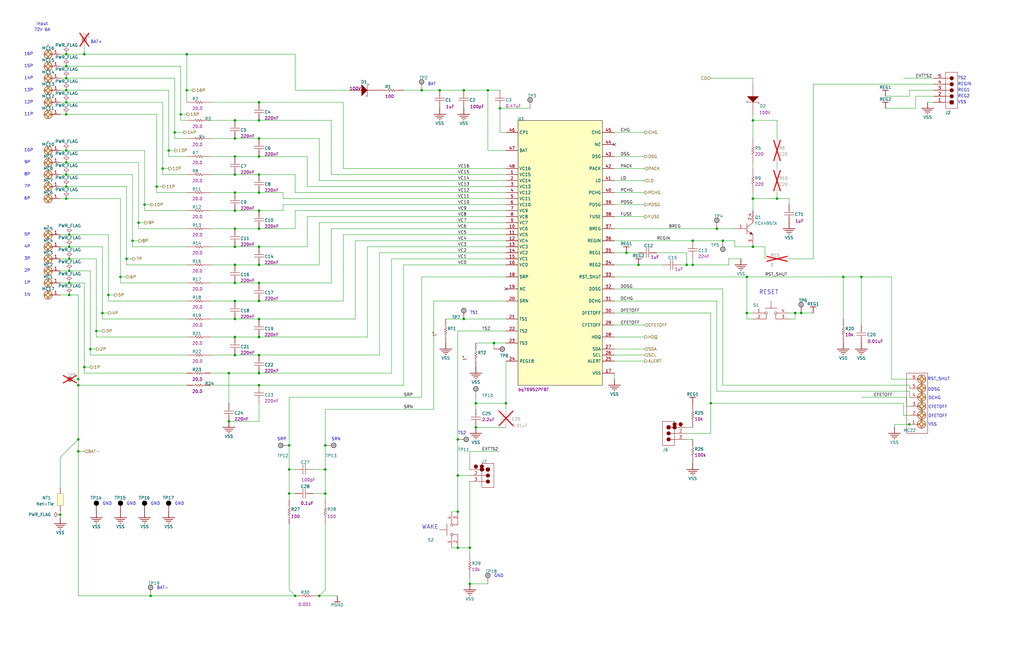
<source format=kicad_sch>
(kicad_sch (version 20250114) (generator "eeschema") (generator_version "9.0")
  (paper "User" 431.8 279.4)
  (title_block (title "Monitor") (date "Not shown in title block") (rev "Use project parameter SCH_Rev") (company "Not shown in title block"))
  (lib_symbols
    (symbol "Adom KiCad Symbols:Adom_Machine_Contact"
      (property "Reference" "MC" (at 0 2.54 0))
      (symbol "Adom_Machine_Contact_1_1"
        (pin passive line (at 5.08 0 180) (length 3.81) (name "") (number "1"))
      )
    )
    (symbol "Altium Vault - TI:root_0_5006_Altium Vault - TI" (pin_numbers (hide yes)) (pin_names (hide yes))
      (symbol "root_0_5006_Altium Vault - TI_1_0"
        (pin passive line (at 0 -2.54 90) (length 2.54) (name "") (number "1"))
      )
    )
    (symbol "Altium Vault - TI:root_0_5010_Altium Vault - TI" (pin_numbers (hide yes)) (pin_names (hide yes))
      (symbol "root_0_5010_Altium Vault - TI_1_0"
        (pin passive line (at 0 -2.54 90) (length 2.54) (name "") (number "1"))
      )
    )
    (symbol "Altium Vault - TI:root_0_BJT_NPN_C24B1E3_Altium Vault - TI" (pin_names (hide yes))
      (symbol "root_0_BJT_NPN_C24B1E3_Altium Vault - TI_1_0"
        (text "2,4" (at 1.27 5.08 900) (effects (font (size 1.27 1.27))))
        (pin passive line (at -5.08 0 0) (length 5.08) (name "B") (number "1"))
        (pin passive line (at 2.54 7.62 270) (length 5.08) (name "C") (number "2"))
        (pin passive line (at 2.54 7.62 270) (length 5.08) (name "C") (number "4"))
        (pin passive line (at 2.54 -7.62 90) (length 5.08) (name "E") (number "3"))
      )
    )
    (symbol "Altium Vault - TI:root_0_CMP-0016781-3_Altium Vault - TI" (pin_numbers (hide yes)) (pin_names (hide yes))
      (symbol "root_0_CMP-0016781-3_Altium Vault - TI_1_0"
        (pin passive line (at -5.08 0 0) (length 2.54) (name "1") (number "1"))
        (pin passive line (at 5.08 0 180) (length 2.54) (name "2") (number "2"))
      )
    )
    (symbol "Altium Vault - TI:root_0_CMP-0075388-1_Altium Vault - TI_0" (pin_names (hide yes))
      (symbol "root_0_CMP-0075388-1_Altium Vault - TI_0_1_0"
        (pin passive line (at -5.08 0 0) (length 5.08) (name "1") (number "1"))
        (pin passive line (at -5.08 -2.54 0) (length 5.08) (name "2") (number "2"))
        (pin passive line (at -5.08 -5.08 0) (length 5.08) (name "3") (number "3"))
      )
    )
    (symbol "Altium Vault - TI:root_0_CMP-0078143-2_Altium Vault - TI" (pin_numbers (hide yes)) (pin_names (hide yes))
      (symbol "root_0_CMP-0078143-2_Altium Vault - TI_1_0"
        (pin passive line (at 0 -2.54 90) (length 2.54) (name "") (number "1"))
      )
    )
    (symbol "Altium Vault - TI:root_0_Capacitor_Altium Vault - TI" (pin_numbers (hide yes)) (pin_names (hide yes))
      (symbol "root_0_Capacitor_Altium Vault - TI_1_0"
        (pin passive line (at -2.54 0 0) (length 2.54) (name "2") (number "2"))
        (pin passive line (at 5.08 0 180) (length 2.54) (name "1") (number "1"))
      )
    )
    (symbol "Altium Vault - TI:root_0_Resistor_Altium Vault - TI" (pin_numbers (hide yes)) (pin_names (hide yes))
      (symbol "root_0_Resistor_Altium Vault - TI_1_0"
        (pin passive line (at -5.08 0 0) (length 2.54) (name "1") (number "1"))
        (pin passive line (at 5.08 0 180) (length 2.54) (name "2") (number "2"))
      )
    )
    (symbol "Altium Vault - TI:root_0_SW_KST221JLFS_Altium Vault - TI" (pin_names (hide yes))
      (symbol "root_0_SW_KST221JLFS_Altium Vault - TI_1_0"
        (pin passive line (at -7.62 0 0) (length 5.08) (name "1") (number "1"))
        (pin passive line (at -7.62 -2.54 0) (length 5.08) (name "2") (number "2"))
        (pin passive line (at 7.62 0 180) (length 5.08) (name "4") (number "4"))
        (pin passive line (at 7.62 -2.54 180) (length 5.08) (name "3") (number "3"))
      )
    )
    (symbol "Altium Vault - TI:root_0_TESTPOINT_Altium Vault - TI" (pin_numbers (hide yes)) (pin_names (hide yes))
      (symbol "root_0_TESTPOINT_Altium Vault - TI_1_0"
        (pin passive line (at 0 -2.54 90) (length 2.54) (name "") (number "1"))
      )
    )
    (symbol "Altium Vault - TI:root_0_bq76952_Altium Vault - TI"
      (property "Reference" "U1" (at -17.78 55.88 0))
      (property "PARTNUMBER" "bq76952PFBT" (at -17.78 -58.42 0))
      (symbol "root_0_bq76952_Altium Vault - TI_1_0"
        (pin bidirectional line (at -22.86 50.8 0) (length 5.08) (name "CP1") (number "46"))
        (pin passive line (at -22.86 43.18 0) (length 5.08) (name "BAT") (number "47"))
        (pin input line (at -22.86 35.56 0) (length 5.08) (name "VC16") (number "48"))
        (pin input line (at -22.86 33.02 0) (length 5.08) (name "VC15") (number "1"))
        (pin input line (at -22.86 30.48 0) (length 5.08) (name "VC14") (number "2"))
        (pin input line (at -22.86 27.94 0) (length 5.08) (name "VC13") (number "3"))
        (pin input line (at -22.86 25.4 0) (length 5.08) (name "VC12") (number "4"))
        (pin input line (at -22.86 22.86 0) (length 5.08) (name "VC11") (number "5"))
        (pin input line (at -22.86 20.32 0) (length 5.08) (name "VC10") (number "6"))
        (pin input line (at -22.86 17.78 0) (length 5.08) (name "VC9") (number "7"))
        (pin input line (at -22.86 15.24 0) (length 5.08) (name "VC8") (number "8"))
        (pin input line (at -22.86 12.7 0) (length 5.08) (name "VC7") (number "9"))
        (pin input line (at -22.86 10.16 0) (length 5.08) (name "VC6") (number "10"))
        (pin input line (at -22.86 7.62 0) (length 5.08) (name "VC5") (number "11"))
        (pin input line (at -22.86 5.08 0) (length 5.08) (name "VC4") (number "12"))
        (pin input line (at -22.86 2.54 0) (length 5.08) (name "VC3") (number "13"))
        (pin input line (at -22.86 0 0) (length 5.08) (name "VC2") (number "14"))
        (pin input line (at -22.86 -2.54 0) (length 5.08) (name "VC1") (number "15"))
        (pin input line (at -22.86 -5.08 0) (length 5.08) (name "VC0") (number "16"))
        (pin input line (at -22.86 -10.16 0) (length 5.08) (name "SRP") (number "18"))
        (pin passive line (at -22.86 -15.24 0) (length 5.08) (name "NC") (number "19"))
        (pin input line (at -22.86 -20.32 0) (length 5.08) (name "SRN") (number "20"))
        (pin bidirectional line (at -22.86 -27.94 0) (length 5.08) (name "TS1") (number "21"))
        (pin bidirectional line (at -22.86 -33.02 0) (length 5.08) (name "TS2") (number "22"))
        (pin bidirectional line (at -22.86 -38.1 0) (length 5.08) (name "TS3") (number "23"))
        (pin passive line (at -22.86 -45.72 0) (length 5.08) (name "REG18") (number "24"))
        (pin output line (at 22.86 50.8 180) (length 5.08) (name "CHG") (number "45"))
        (pin passive line (at 22.86 45.72 180) (length 5.08) (name "NC") (number "44"))
        (pin output line (at 22.86 40.64 180) (length 5.08) (name "DSG") (number "43"))
        (pin bidirectional line (at 22.86 35.56 180) (length 5.08) (name "PACK") (number "42"))
        (pin bidirectional line (at 22.86 30.48 180) (length 5.08) (name "LD") (number "41"))
        (pin output line (at 22.86 25.4 180) (length 5.08) (name "PCHG") (number "40"))
        (pin output line (at 22.86 20.32 180) (length 5.08) (name "PDSG") (number "39"))
        (pin input line (at 22.86 15.24 180) (length 5.08) (name "FUSE") (number "38"))
        (pin output line (at 22.86 10.16 180) (length 5.08) (name "BREG") (number "37"))
        (pin input line (at 22.86 5.08 180) (length 5.08) (name "REGIN") (number "36"))
        (pin power_out line (at 22.86 0 180) (length 5.08) (name "REG1") (number "35"))
        (pin power_out line (at 22.86 -5.08 180) (length 5.08) (name "REG2") (number "34"))
        (pin input line (at 22.86 -10.16 180) (length 5.08) (name "RST_SHUT") (number "33"))
        (pin bidirectional line (at 22.86 -15.24 180) (length 5.08) (name "DDSG") (number "32"))
        (pin bidirectional line (at 22.86 -20.32 180) (length 5.08) (name "DCHG") (number "31"))
        (pin bidirectional line (at 22.86 -25.4 180) (length 5.08) (name "DFETOFF") (number "30"))
        (pin bidirectional line (at 22.86 -30.48 180) (length 5.08) (name "CFETOFF") (number "29"))
        (pin bidirectional line (at 22.86 -35.56 180) (length 5.08) (name "HDQ") (number "28"))
        (pin bidirectional line (at 22.86 -40.64 180) (length 5.08) (name "SDA") (number "27"))
        (pin bidirectional line (at 22.86 -43.18 180) (length 5.08) (name "SCL") (number "26"))
        (pin bidirectional line (at 22.86 -45.72 180) (length 5.08) (name "ALERT") (number "25"))
        (pin power_in line (at 22.86 -50.8 180) (length 5.08) (name "VSS") (number "17"))
      )
    )
    (symbol "Altium Vault - TI:root_0_mirrored_CMP-0075388-1_Altium Vault - TI_0" (pin_names (hide yes))
      (symbol "root_0_mirrored_CMP-0075388-1_Altium Vault - TI_0_1_0"
        (pin passive line (at 5.08 0 180) (length 5.08) (name "1") (number "1"))
        (pin passive line (at 5.08 -2.54 180) (length 5.08) (name "2") (number "2"))
        (pin passive line (at 5.08 -5.08 180) (length 5.08) (name "3") (number "3"))
      )
    )
    (symbol "Altium Vault - TI:root_0_mirrored_CMP-0078143-2_Altium Vault - TI" (pin_numbers (hide yes)) (pin_names (hide yes))
      (symbol "root_0_mirrored_CMP-0078143-2_Altium Vault - TI_1_0"
        (pin passive line (at 0 -2.54 90) (length 2.54) (name "") (number "1"))
      )
    )
    (symbol "Altium Vault - TI:root_0_mirrored_DIODE_SCHOTTKY_Altium Vault - TI" (pin_numbers (hide yes)) (pin_names (hide yes))
      (symbol "root_0_mirrored_DIODE_SCHOTTKY_Altium Vault - TI_1_0"
        (pin passive line (at -7.62 0 0) (length 5.08) (name "A") (number "2"))
        (pin passive line (at 5.08 0 180) (length 5.08) (name "K") (number "1"))
      )
    )
    (symbol "Altium Vault - TI:root_1_5011_Altium Vault - TI" (pin_numbers (hide yes)) (pin_names (hide yes))
      (symbol "root_1_5011_Altium Vault - TI_1_0"
        (pin passive line (at 2.54 0 180) (length 2.54) (name "") (number "1"))
      )
    )
    (symbol "Altium Vault - TI:root_1_CMP-0078143-2_Altium Vault - TI" (pin_numbers (hide yes)) (pin_names (hide yes))
      (symbol "root_1_CMP-0078143-2_Altium Vault - TI_1_0"
        (pin passive line (at 2.54 0 180) (length 2.54) (name "") (number "1"))
      )
    )
    (symbol "Altium Vault - TI:root_1_Capacitor_Altium Vault - TI" (pin_numbers (hide yes)) (pin_names (hide yes))
      (symbol "root_1_Capacitor_Altium Vault - TI_1_0"
        (pin passive line (at 0 5.08 270) (length 2.54) (name "1") (number "1"))
        (pin passive line (at 0 -2.54 90) (length 2.54) (name "2") (number "2"))
      )
    )
    (symbol "Altium Vault - TI:root_1_Net-Tie_Altium Vault - TI" (pin_numbers (hide yes)) (pin_names (hide yes))
      (symbol "root_1_Net-Tie_Altium Vault - TI_1_0"
        (pin passive line (at 0 5.08 270) (length 2.54) (name "2") (number "2"))
        (pin passive line (at 0 -5.08 90) (length 2.54) (name "1") (number "1"))
      )
    )
    (symbol "Altium Vault - TI:root_1_Resistor_Altium Vault - TI" (pin_numbers (hide yes)) (pin_names (hide yes))
      (symbol "root_1_Resistor_Altium Vault - TI_1_0"
        (pin passive line (at 0 5.08 270) (length 2.54) (name "2") (number "2"))
        (pin passive line (at 0 -5.08 90) (length 2.54) (name "1") (number "1"))
      )
    )
    (symbol "Altium Vault - TI:root_1_SW_KST221JLFS_Altium Vault - TI" (pin_names (hide yes))
      (symbol "root_1_SW_KST221JLFS_Altium Vault - TI_1_0"
        (pin passive line (at 0 7.62 270) (length 5.08) (name "4") (number "4"))
        (pin passive line (at 0 -7.62 90) (length 5.08) (name "1") (number "1"))
        (pin passive line (at 2.54 7.62 270) (length 5.08) (name "3") (number "3"))
        (pin passive line (at 2.54 -7.62 90) (length 5.08) (name "2") (number "2"))
      )
    )
    (symbol "Altium Vault - TI:root_1_mirrored_CMP-0078143-2_Altium Vault - TI" (pin_numbers (hide yes)) (pin_names (hide yes))
      (symbol "root_1_mirrored_CMP-0078143-2_Altium Vault - TI_1_0"
        (pin passive line (at -2.54 0 0) (length 2.54) (name "") (number "1"))
      )
    )
    (symbol "Altium Vault - TI:root_1_mirrored_DIODE_SCHOTTKY_Altium Vault - TI" (pin_numbers (hide yes)) (pin_names (hide yes))
      (symbol "root_1_mirrored_DIODE_SCHOTTKY_Altium Vault - TI_1_0"
        (pin passive line (at 0 7.62 270) (length 5.08) (name "A") (number "2"))
        (pin passive line (at 0 -5.08 90) (length 5.08) (name "K") (number "1"))
      )
    )
    (symbol "Altium Vault - TI:root_2_CMP-0078143-2_Altium Vault - TI" (pin_numbers (hide yes)) (pin_names (hide yes))
      (symbol "root_2_CMP-0078143-2_Altium Vault - TI_1_0"
        (pin passive line (at 0 2.54 270) (length 2.54) (name "") (number "1"))
      )
    )
    (symbol "Altium Vault - TI:root_2_Capacitor_Altium Vault - TI" (pin_numbers (hide yes)) (pin_names (hide yes))
      (symbol "root_2_Capacitor_Altium Vault - TI_1_0"
        (pin passive line (at -5.08 0 0) (length 2.54) (name "1") (number "1"))
        (pin passive line (at 2.54 0 180) (length 2.54) (name "2") (number "2"))
      )
    )
    (symbol "Altium Vault - TI:root_2_Resistor_Altium Vault - TI" (pin_numbers (hide yes)) (pin_names (hide yes))
      (symbol "root_2_Resistor_Altium Vault - TI_1_0"
        (pin passive line (at -5.08 0 0) (length 2.54) (name "2") (number "2"))
        (pin passive line (at 5.08 0 180) (length 2.54) (name "1") (number "1"))
      )
    )
    (symbol "Altium Vault - TI:root_2_mirrored_CMP-0054597-1_Altium Vault - TI" (pin_names (hide yes))
      (symbol "root_2_mirrored_CMP-0054597-1_Altium Vault - TI_1_0"
        (pin passive line (at -5.08 5.08 0) (length 5.08) (name "5") (number "5"))
        (pin passive line (at -5.08 2.54 0) (length 5.08) (name "4") (number "4"))
        (pin passive line (at -5.08 0 0) (length 5.08) (name "3") (number "3"))
        (pin passive line (at -5.08 -2.54 0) (length 5.08) (name "2") (number "2"))
        (pin passive line (at -5.08 -5.08 0) (length 5.08) (name "1") (number "1"))
      )
    )
    (symbol "Altium Vault - TI:root_3_CMP-0078143-2_Altium Vault - TI" (pin_numbers (hide yes)) (pin_names (hide yes))
      (symbol "root_3_CMP-0078143-2_Altium Vault - TI_1_0"
        (pin passive line (at -2.54 0 0) (length 2.54) (name "") (number "1"))
      )
    )
    (symbol "Altium Vault - TI:root_3_Capacitor_Altium Vault - TI" (pin_numbers (hide yes)) (pin_names (hide yes))
      (symbol "root_3_Capacitor_Altium Vault - TI_1_0"
        (pin passive line (at 0 2.54 270) (length 2.54) (name "2") (number "2"))
        (pin passive line (at 0 -5.08 90) (length 2.54) (name "1") (number "1"))
      )
    )
    (symbol "Altium Vault - TI:root_3_Resistor_Altium Vault - TI" (pin_numbers (hide yes)) (pin_names (hide yes))
      (symbol "root_3_Resistor_Altium Vault - TI_1_0"
        (pin passive line (at 0 5.08 270) (length 2.54) (name "1") (number "1"))
        (pin passive line (at 0 -5.08 90) (length 2.54) (name "2") (number "2"))
      )
    )
    (symbol "Altium Vault - TI:root_3_Thermistor_Altium Vault - TI" (pin_numbers (hide yes)) (pin_names (hide yes))
      (symbol "root_3_Thermistor_Altium Vault - TI_1_0"
        (text "t°" (at -3.81 0 900) (effects (font (size 1.524 1.524)) (justify right bottom)))
        (pin passive line (at 0 5.08 270) (length 2.54) (name "1") (number "1"))
        (pin passive line (at 0 -5.08 90) (length 2.54) (name "2") (number "2"))
      )
    )
    (symbol "BMS029B-altium-import:PGND_BAR" (power)
      (property "Value" "PGND" (at 0 -3.81 0))
      (symbol "PGND_BAR_0_0"
        (pin power_in line (at 0 0 0) (length 0) (hide yes) (name "PGND") (number ""))
      )
    )
    (symbol "BMS029B-altium-import:REG1_BAR" (power)
      (property "Value" "REG1" (at 0 -3.81 0))
      (symbol "REG1_BAR_0_0"
        (pin power_in line (at 0 0 0) (length 0) (hide yes) (name "REG1") (number ""))
      )
    )
    (symbol "BMS029B-altium-import:REG2_BAR" (power)
      (property "Value" "REG2" (at 0 -3.81 0))
      (symbol "REG2_BAR_0_0"
        (pin power_in line (at 0 0 0) (length 0) (hide yes) (name "REG2") (number ""))
      )
    )
    (symbol "BMS029B-altium-import:VSS_POWER_GROUND" (power)
      (property "Value" "VSS" (at 0 -6.35 0))
      (symbol "VSS_POWER_GROUND_0_0"
        (pin power_in line (at 0 0 0) (length 0) (hide yes) (name "VSS") (number ""))
      )
    )
    (symbol "Kales_Custom_Symbols:Adom_Machine_Contact"
      (property "Reference" "MC" (at -5 2.54 0))
      (symbol "Adom_Machine_Contact_1_1"
        (pin passive line (at 0 -3.81 180) (length 3.81) (name "") (number "2"))
        (pin passive line (at 0 -7.62 180) (length 3.81) (name "") (number "3"))
        (pin passive line (at 0 -11.43 180) (length 3.81) (name "") (number "4"))
        (pin passive line (at 0 -15.24 180) (length 3.81) (name "") (number "5"))
        (pin passive line (at 0 -19.05 180) (length 3.81) (name "") (number "6"))
        (pin passive line (at 0.08 0 180) (length 3.81) (name "") (number "1"))
      )
    )
    (symbol "power:PWR_FLAG" (power) (pin_numbers (hide yes)) (pin_names (offset 0) (hide yes))
      (property "Value" "PWR_FLAG" (at 0 3.81 0))
      (symbol "PWR_FLAG_0_0"
        (pin power_out line (at 0 0 90) (length 0) (name "~") (number "1"))
      )
    )
    (symbol "root_0_CMP-0078143-2_Altium Vault - TI_1" (pin_numbers (hide yes)) (pin_names (hide yes))
      (symbol "root_0_CMP-0078143-2_Altium Vault - TI_1_1_0"
        (pin passive line (at 0 -2.54 90) (length 2.54) (name "") (number "1"))
      )
    )
    (symbol "root_0_CMP-0078143-2_Altium Vault - TI_2" (pin_numbers (hide yes)) (pin_names (hide yes))
      (symbol "root_0_CMP-0078143-2_Altium Vault - TI_2_1_0"
        (pin passive line (at 0 -2.54 90) (length 2.54) (name "") (number "1"))
      )
    )
    (symbol "root_0_CMP-0078143-2_Altium Vault - TI_3" (pin_numbers (hide yes)) (pin_names (hide yes))
      (symbol "root_0_CMP-0078143-2_Altium Vault - TI_3_1_0"
        (pin passive line (at 0 -2.54 90) (length 2.54) (name "") (number "1"))
      )
    )
    (symbol "root_0_Capacitor_Altium Vault - TI_1" (pin_numbers (hide yes)) (pin_names (hide yes))
      (symbol "root_0_Capacitor_Altium Vault - TI_1_1_0"
        (pin passive line (at -2.54 0 0) (length 2.54) (name "2") (number "2"))
        (pin passive line (at 5.08 0 180) (length 2.54) (name "1") (number "1"))
      )
    )
    (symbol "root_0_Resistor_Altium Vault - TI_1" (pin_numbers (hide yes)) (pin_names (hide yes))
      (symbol "root_0_Resistor_Altium Vault - TI_1_1_0"
        (pin passive line (at -5.08 0 0) (length 2.54) (name "1") (number "1"))
        (pin passive line (at 5.08 0 180) (length 2.54) (name "2") (number "2"))
      )
    )
    (symbol "root_0_Resistor_Altium Vault - TI_10" (pin_numbers (hide yes)) (pin_names (hide yes))
      (symbol "root_0_Resistor_Altium Vault - TI_10_1_0"
        (pin passive line (at -5.08 0 0) (length 2.54) (name "1") (number "1"))
        (pin passive line (at 5.08 0 180) (length 2.54) (name "2") (number "2"))
      )
    )
    (symbol "root_0_Resistor_Altium Vault - TI_11" (pin_numbers (hide yes)) (pin_names (hide yes))
      (symbol "root_0_Resistor_Altium Vault - TI_11_1_0"
        (pin passive line (at -5.08 0 0) (length 2.54) (name "1") (number "1"))
        (pin passive line (at 5.08 0 180) (length 2.54) (name "2") (number "2"))
      )
    )
    (symbol "root_0_Resistor_Altium Vault - TI_12" (pin_numbers (hide yes)) (pin_names (hide yes))
      (symbol "root_0_Resistor_Altium Vault - TI_12_1_0"
        (pin passive line (at -5.08 0 0) (length 2.54) (name "1") (number "1"))
        (pin passive line (at 5.08 0 180) (length 2.54) (name "2") (number "2"))
      )
    )
    (symbol "root_0_Resistor_Altium Vault - TI_13" (pin_numbers (hide yes)) (pin_names (hide yes))
      (symbol "root_0_Resistor_Altium Vault - TI_13_1_0"
        (pin passive line (at -5.08 0 0) (length 2.54) (name "1") (number "1"))
        (pin passive line (at 5.08 0 180) (length 2.54) (name "2") (number "2"))
      )
    )
    (symbol "root_0_Resistor_Altium Vault - TI_14" (pin_numbers (hide yes)) (pin_names (hide yes))
      (symbol "root_0_Resistor_Altium Vault - TI_14_1_0"
        (pin passive line (at -5.08 0 0) (length 2.54) (name "1") (number "1"))
        (pin passive line (at 5.08 0 180) (length 2.54) (name "2") (number "2"))
      )
    )
    (symbol "root_0_Resistor_Altium Vault - TI_15" (pin_numbers (hide yes)) (pin_names (hide yes))
      (symbol "root_0_Resistor_Altium Vault - TI_15_1_0"
        (pin passive line (at -5.08 0 0) (length 2.54) (name "1") (number "1"))
        (pin passive line (at 5.08 0 180) (length 2.54) (name "2") (number "2"))
      )
    )
    (symbol "root_0_Resistor_Altium Vault - TI_2" (pin_numbers (hide yes)) (pin_names (hide yes))
      (symbol "root_0_Resistor_Altium Vault - TI_2_1_0"
        (pin passive line (at -5.08 0 0) (length 2.54) (name "1") (number "1"))
        (pin passive line (at 5.08 0 180) (length 2.54) (name "2") (number "2"))
      )
    )
    (symbol "root_0_Resistor_Altium Vault - TI_3" (pin_numbers (hide yes)) (pin_names (hide yes))
      (symbol "root_0_Resistor_Altium Vault - TI_3_1_0"
        (pin passive line (at -5.08 0 0) (length 2.54) (name "1") (number "1"))
        (pin passive line (at 5.08 0 180) (length 2.54) (name "2") (number "2"))
      )
    )
    (symbol "root_0_Resistor_Altium Vault - TI_4" (pin_numbers (hide yes)) (pin_names (hide yes))
      (symbol "root_0_Resistor_Altium Vault - TI_4_1_0"
        (pin passive line (at -5.08 0 0) (length 2.54) (name "1") (number "1"))
        (pin passive line (at 5.08 0 180) (length 2.54) (name "2") (number "2"))
      )
    )
    (symbol "root_0_Resistor_Altium Vault - TI_5" (pin_numbers (hide yes)) (pin_names (hide yes))
      (symbol "root_0_Resistor_Altium Vault - TI_5_1_0"
        (pin passive line (at -5.08 0 0) (length 2.54) (name "1") (number "1"))
        (pin passive line (at 5.08 0 180) (length 2.54) (name "2") (number "2"))
      )
    )
    (symbol "root_0_Resistor_Altium Vault - TI_6" (pin_numbers (hide yes)) (pin_names (hide yes))
      (symbol "root_0_Resistor_Altium Vault - TI_6_1_0"
        (pin passive line (at -5.08 0 0) (length 2.54) (name "1") (number "1"))
        (pin passive line (at 5.08 0 180) (length 2.54) (name "2") (number "2"))
      )
    )
    (symbol "root_0_Resistor_Altium Vault - TI_7" (pin_numbers (hide yes)) (pin_names (hide yes))
      (symbol "root_0_Resistor_Altium Vault - TI_7_1_0"
        (pin passive line (at -5.08 0 0) (length 2.54) (name "1") (number "1"))
        (pin passive line (at 5.08 0 180) (length 2.54) (name "2") (number "2"))
      )
    )
    (symbol "root_0_Resistor_Altium Vault - TI_8" (pin_numbers (hide yes)) (pin_names (hide yes))
      (symbol "root_0_Resistor_Altium Vault - TI_8_1_0"
        (pin passive line (at -5.08 0 0) (length 2.54) (name "1") (number "1"))
        (pin passive line (at 5.08 0 180) (length 2.54) (name "2") (number "2"))
      )
    )
    (symbol "root_0_Resistor_Altium Vault - TI_9" (pin_numbers (hide yes)) (pin_names (hide yes))
      (symbol "root_0_Resistor_Altium Vault - TI_9_1_0"
        (pin passive line (at -5.08 0 0) (length 2.54) (name "1") (number "1"))
        (pin passive line (at 5.08 0 180) (length 2.54) (name "2") (number "2"))
      )
    )
    (symbol "root_1_Capacitor_Altium Vault - TI_1" (pin_numbers (hide yes)) (pin_names (hide yes))
      (symbol "root_1_Capacitor_Altium Vault - TI_1_1_0"
        (pin passive line (at 0 5.08 270) (length 2.54) (name "1") (number "1"))
        (pin passive line (at 0 -2.54 90) (length 2.54) (name "2") (number "2"))
      )
    )
    (symbol "root_1_Capacitor_Altium Vault - TI_10" (pin_numbers (hide yes)) (pin_names (hide yes))
      (symbol "root_1_Capacitor_Altium Vault - TI_10_1_0"
        (pin passive line (at 0 5.08 270) (length 2.54) (name "1") (number "1"))
        (pin passive line (at 0 -2.54 90) (length 2.54) (name "2") (number "2"))
      )
    )
    (symbol "root_1_Capacitor_Altium Vault - TI_11" (pin_numbers (hide yes)) (pin_names (hide yes))
      (symbol "root_1_Capacitor_Altium Vault - TI_11_1_0"
        (pin passive line (at 0 5.08 270) (length 2.54) (name "1") (number "1"))
        (pin passive line (at 0 -2.54 90) (length 2.54) (name "2") (number "2"))
      )
    )
    (symbol "root_1_Capacitor_Altium Vault - TI_12" (pin_numbers (hide yes)) (pin_names (hide yes))
      (symbol "root_1_Capacitor_Altium Vault - TI_12_1_0"
        (pin passive line (at 0 5.08 270) (length 2.54) (name "1") (number "1"))
        (pin passive line (at 0 -2.54 90) (length 2.54) (name "2") (number "2"))
      )
    )
    (symbol "root_1_Capacitor_Altium Vault - TI_13" (pin_numbers (hide yes)) (pin_names (hide yes))
      (symbol "root_1_Capacitor_Altium Vault - TI_13_1_0"
        (pin passive line (at 0 5.08 270) (length 2.54) (name "1") (number "1"))
        (pin passive line (at 0 -2.54 90) (length 2.54) (name "2") (number "2"))
      )
    )
    (symbol "root_1_Capacitor_Altium Vault - TI_14" (pin_numbers (hide yes)) (pin_names (hide yes))
      (symbol "root_1_Capacitor_Altium Vault - TI_14_1_0"
        (pin passive line (at 0 5.08 270) (length 2.54) (name "1") (number "1"))
        (pin passive line (at 0 -2.54 90) (length 2.54) (name "2") (number "2"))
      )
    )
    (symbol "root_1_Capacitor_Altium Vault - TI_15" (pin_numbers (hide yes)) (pin_names (hide yes))
      (symbol "root_1_Capacitor_Altium Vault - TI_15_1_0"
        (pin passive line (at 0 5.08 270) (length 2.54) (name "1") (number "1"))
        (pin passive line (at 0 -2.54 90) (length 2.54) (name "2") (number "2"))
      )
    )
    (symbol "root_1_Capacitor_Altium Vault - TI_16" (pin_numbers (hide yes)) (pin_names (hide yes))
      (symbol "root_1_Capacitor_Altium Vault - TI_16_1_0"
        (pin passive line (at 0 5.08 270) (length 2.54) (name "1") (number "1"))
        (pin passive line (at 0 -2.54 90) (length 2.54) (name "2") (number "2"))
      )
    )
    (symbol "root_1_Capacitor_Altium Vault - TI_17" (pin_numbers (hide yes)) (pin_names (hide yes))
      (symbol "root_1_Capacitor_Altium Vault - TI_17_1_0"
        (pin passive line (at 0 5.08 270) (length 2.54) (name "1") (number "1"))
        (pin passive line (at 0 -2.54 90) (length 2.54) (name "2") (number "2"))
      )
    )
    (symbol "root_1_Capacitor_Altium Vault - TI_18" (pin_numbers (hide yes)) (pin_names (hide yes))
      (symbol "root_1_Capacitor_Altium Vault - TI_18_1_0"
        (pin passive line (at 0 5.08 270) (length 2.54) (name "1") (number "1"))
        (pin passive line (at 0 -2.54 90) (length 2.54) (name "2") (number "2"))
      )
    )
    (symbol "root_1_Capacitor_Altium Vault - TI_19" (pin_numbers (hide yes)) (pin_names (hide yes))
      (symbol "root_1_Capacitor_Altium Vault - TI_19_1_0"
        (pin passive line (at 0 5.08 270) (length 2.54) (name "1") (number "1"))
        (pin passive line (at 0 -2.54 90) (length 2.54) (name "2") (number "2"))
      )
    )
    (symbol "root_1_Capacitor_Altium Vault - TI_2" (pin_numbers (hide yes)) (pin_names (hide yes))
      (symbol "root_1_Capacitor_Altium Vault - TI_2_1_0"
        (pin passive line (at 0 5.08 270) (length 2.54) (name "1") (number "1"))
        (pin passive line (at 0 -2.54 90) (length 2.54) (name "2") (number "2"))
      )
    )
    (symbol "root_1_Capacitor_Altium Vault - TI_20" (pin_numbers (hide yes)) (pin_names (hide yes))
      (symbol "root_1_Capacitor_Altium Vault - TI_20_1_0"
        (pin passive line (at 0 5.08 270) (length 2.54) (name "1") (number "1"))
        (pin passive line (at 0 -2.54 90) (length 2.54) (name "2") (number "2"))
      )
    )
    (symbol "root_1_Capacitor_Altium Vault - TI_21" (pin_numbers (hide yes)) (pin_names (hide yes))
      (symbol "root_1_Capacitor_Altium Vault - TI_21_1_0"
        (pin passive line (at 0 5.08 270) (length 2.54) (name "1") (number "1"))
        (pin passive line (at 0 -2.54 90) (length 2.54) (name "2") (number "2"))
      )
    )
    (symbol "root_1_Capacitor_Altium Vault - TI_22" (pin_numbers (hide yes)) (pin_names (hide yes))
      (symbol "root_1_Capacitor_Altium Vault - TI_22_1_0"
        (pin passive line (at 0 5.08 270) (length 2.54) (name "1") (number "1"))
        (pin passive line (at 0 -2.54 90) (length 2.54) (name "2") (number "2"))
      )
    )
    (symbol "root_1_Capacitor_Altium Vault - TI_3" (pin_numbers (hide yes)) (pin_names (hide yes))
      (symbol "root_1_Capacitor_Altium Vault - TI_3_1_0"
        (pin passive line (at 0 5.08 270) (length 2.54) (name "1") (number "1"))
        (pin passive line (at 0 -2.54 90) (length 2.54) (name "2") (number "2"))
      )
    )
    (symbol "root_1_Capacitor_Altium Vault - TI_4" (pin_numbers (hide yes)) (pin_names (hide yes))
      (symbol "root_1_Capacitor_Altium Vault - TI_4_1_0"
        (pin passive line (at 0 5.08 270) (length 2.54) (name "1") (number "1"))
        (pin passive line (at 0 -2.54 90) (length 2.54) (name "2") (number "2"))
      )
    )
    (symbol "root_1_Capacitor_Altium Vault - TI_5" (pin_numbers (hide yes)) (pin_names (hide yes))
      (symbol "root_1_Capacitor_Altium Vault - TI_5_1_0"
        (pin passive line (at 0 5.08 270) (length 2.54) (name "1") (number "1"))
        (pin passive line (at 0 -2.54 90) (length 2.54) (name "2") (number "2"))
      )
    )
    (symbol "root_1_Capacitor_Altium Vault - TI_6" (pin_numbers (hide yes)) (pin_names (hide yes))
      (symbol "root_1_Capacitor_Altium Vault - TI_6_1_0"
        (pin passive line (at 0 5.08 270) (length 2.54) (name "1") (number "1"))
        (pin passive line (at 0 -2.54 90) (length 2.54) (name "2") (number "2"))
      )
    )
    (symbol "root_1_Capacitor_Altium Vault - TI_7" (pin_numbers (hide yes)) (pin_names (hide yes))
      (symbol "root_1_Capacitor_Altium Vault - TI_7_1_0"
        (pin passive line (at 0 5.08 270) (length 2.54) (name "1") (number "1"))
        (pin passive line (at 0 -2.54 90) (length 2.54) (name "2") (number "2"))
      )
    )
    (symbol "root_1_Capacitor_Altium Vault - TI_8" (pin_numbers (hide yes)) (pin_names (hide yes))
      (symbol "root_1_Capacitor_Altium Vault - TI_8_1_0"
        (pin passive line (at 0 5.08 270) (length 2.54) (name "1") (number "1"))
        (pin passive line (at 0 -2.54 90) (length 2.54) (name "2") (number "2"))
      )
    )
    (symbol "root_1_Capacitor_Altium Vault - TI_9" (pin_numbers (hide yes)) (pin_names (hide yes))
      (symbol "root_1_Capacitor_Altium Vault - TI_9_1_0"
        (pin passive line (at 0 5.08 270) (length 2.54) (name "1") (number "1"))
        (pin passive line (at 0 -2.54 90) (length 2.54) (name "2") (number "2"))
      )
    )
    (symbol "root_1_Resistor_Altium Vault - TI_1" (pin_numbers (hide yes)) (pin_names (hide yes))
      (symbol "root_1_Resistor_Altium Vault - TI_1_1_0"
        (pin passive line (at 0 5.08 270) (length 2.54) (name "2") (number "2"))
        (pin passive line (at 0 -5.08 90) (length 2.54) (name "1") (number "1"))
      )
    )
    (symbol "root_1_Resistor_Altium Vault - TI_2" (pin_numbers (hide yes)) (pin_names (hide yes))
      (symbol "root_1_Resistor_Altium Vault - TI_2_1_0"
        (pin passive line (at 0 5.08 270) (length 2.54) (name "2") (number "2"))
        (pin passive line (at 0 -5.08 90) (length 2.54) (name "1") (number "1"))
      )
    )
    (symbol "root_1_Resistor_Altium Vault - TI_3" (pin_numbers (hide yes)) (pin_names (hide yes))
      (symbol "root_1_Resistor_Altium Vault - TI_3_1_0"
        (pin passive line (at 0 5.08 270) (length 2.54) (name "2") (number "2"))
        (pin passive line (at 0 -5.08 90) (length 2.54) (name "1") (number "1"))
      )
    )
    (symbol "root_1_Resistor_Altium Vault - TI_4" (pin_numbers (hide yes)) (pin_names (hide yes))
      (symbol "root_1_Resistor_Altium Vault - TI_4_1_0"
        (pin passive line (at 0 5.08 270) (length 2.54) (name "2") (number "2"))
        (pin passive line (at 0 -5.08 90) (length 2.54) (name "1") (number "1"))
      )
    )
    (symbol "root_1_Resistor_Altium Vault - TI_5" (pin_numbers (hide yes)) (pin_names (hide yes))
      (symbol "root_1_Resistor_Altium Vault - TI_5_1_0"
        (pin passive line (at 0 5.08 270) (length 2.54) (name "2") (number "2"))
        (pin passive line (at 0 -5.08 90) (length 2.54) (name "1") (number "1"))
      )
    )
    (symbol "root_1_Resistor_Altium Vault - TI_6" (pin_numbers (hide yes)) (pin_names (hide yes))
      (symbol "root_1_Resistor_Altium Vault - TI_6_1_0"
        (pin passive line (at 0 5.08 270) (length 2.54) (name "2") (number "2"))
        (pin passive line (at 0 -5.08 90) (length 2.54) (name "1") (number "1"))
      )
    )
    (symbol "root_1_Resistor_Altium Vault - TI_7" (pin_numbers (hide yes)) (pin_names (hide yes))
      (symbol "root_1_Resistor_Altium Vault - TI_7_1_0"
        (pin passive line (at 0 5.08 270) (length 2.54) (name "2") (number "2"))
        (pin passive line (at 0 -5.08 90) (length 2.54) (name "1") (number "1"))
      )
    )
    (symbol "root_2_Resistor_Altium Vault - TI_1" (pin_numbers (hide yes)) (pin_names (hide yes))
      (symbol "root_2_Resistor_Altium Vault - TI_1_1_0"
        (pin passive line (at -5.08 0 0) (length 2.54) (name "2") (number "2"))
        (pin passive line (at 5.08 0 180) (length 2.54) (name "1") (number "1"))
      )
    )
    (symbol "root_3_Capacitor_Altium Vault - TI_1" (pin_numbers (hide yes)) (pin_names (hide yes))
      (symbol "root_3_Capacitor_Altium Vault - TI_1_1_0"
        (pin passive line (at 0 2.54 270) (length 2.54) (name "2") (number "2"))
        (pin passive line (at 0 -5.08 90) (length 2.54) (name "1") (number "1"))
      )
    )
  )
  (text "2P" (at 10.16 114.3 0) (effects (font (size 1.27 1.27)) (justify left)))
  (text "RST_SHUT" (at 391.16 160.02 0) (effects (font (size 1.27 1.27)) (justify left)))
  (text "Input" (at 17.78 10.16 0) (effects (font (size 1.27 1.27))))
  (text "GND" (at 43.18 213.36 0) (effects (font (size 1.27 1.27)) (justify left bottom)))
  (text "DFETOFF" (at 391.414 175.641 0) (effects (font (size 1.27 1.27)) (justify left)))
  (text "VSS" (at 403.86 43.18 0) (effects (font (size 1.27 1.27)) (justify left)))
  (text "1P" (at 10.16 119.38 0) (effects (font (size 1.27 1.27)) (justify left)))
  (text "10P" (at 10.16 63.5 0) (effects (font (size 1.27 1.27)) (justify left)))
  (text "TS2" (at 193.04 182.88 0) (effects (font (size 1.27 1.27)) (justify left)))
  (text "DCHG" (at 391.414 168.021 0) (effects (font (size 1.27 1.27)) (justify left)))
  (text "CFETOFF" (at 391.414 171.831 0) (effects (font (size 1.27 1.27)) (justify left)))
  (text "GND" (at 53.34 213.36 0) (effects (font (size 1.27 1.27)) (justify left bottom)))
  (text "SRN" (at 139.7 185.42 0) (effects (font (size 1.27 1.27)) (justify left)))
  (text "7P" (at 10.16 78.74 0) (effects (font (size 1.27 1.27)) (justify left)))
  (text "72V 6A" (at 17.78 12.7 0) (effects (font (size 1.27 1.27))))
  (text "BAT" (at 180.34 35.56 0) (effects (font (size 1.27 1.27)) (justify left)))
  (text "REGIN" (at 403.86 35.56 0) (effects (font (size 1.27 1.27)) (justify left)))
  (text "TS1" (at 198.12 132.08 0) (effects (font (size 1.27 1.27)) (justify left)))
  (text "6P" (at 10.16 83.82 0) (effects (font (size 1.27 1.27)) (justify left)))
  (text "3P" (at 10.16 109.22 0) (effects (font (size 1.27 1.27)) (justify left)))
  (text "DDSG" (at 391.287 164.465 0) (effects (font (size 1.27 1.27)) (justify left)))
  (text "11P" (at 10.16 48.26 0) (effects (font (size 1.27 1.27)) (justify left)))
  (text "14P" (at 10.16 33.02 0) (effects (font (size 1.27 1.27)) (justify left)))
  (text "REG2" (at 403.86 40.64 0) (effects (font (size 1.27 1.27)) (justify left)))
  (text "16P" (at 10.16 22.86 0) (effects (font (size 1.27 1.27)) (justify left)))
  (text "12P" (at 10.16 43.18 0) (effects (font (size 1.27 1.27)) (justify left)))
  (text "8P" (at 10.16 73.66 0) (effects (font (size 1.27 1.27)) (justify left)))
  (text "GND" (at 63.5 213.36 0) (effects (font (size 1.27 1.27)) (justify left bottom)))
  (text "GND" (at 208.28 243.84 0) (effects (font (size 1.27 1.27)) (justify left bottom)))
  (text "BAT-" (at 66.04 248.92 0) (effects (font (size 1.27 1.27)) (justify left bottom)))
  (text "BAT+" (at 38.1 17.78 0) (effects (font (size 1.27 1.27)) (justify left)))
  (text "4P" (at 10.16 104.14 0) (effects (font (size 1.27 1.27)) (justify left)))
  (text "13P" (at 10.16 38.1 0) (effects (font (size 1.27 1.27)) (justify left)))
  (text "1N" (at 10.16 124.46 0) (effects (font (size 1.27 1.27)) (justify left)))
  (text "9P" (at 10.16 68.58 0) (effects (font (size 1.27 1.27)) (justify left)))
  (text "GND" (at 73.66 213.36 0) (effects (font (size 1.27 1.27)) (justify left bottom)))
  (text "REG1" (at 403.86 38.1 0) (effects (font (size 1.27 1.27)) (justify left)))
  (text "VSS" (at 391.414 179.197 0) (effects (font (size 1.27 1.27)) (justify left)))
  (text "5P" (at 10.16 99.06 0) (effects (font (size 1.27 1.27)) (justify left)))
  (text "TS2" (at 403.86 33.02 0) (effects (font (size 1.27 1.27)) (justify left)))
  (text "15P" (at 10.16 27.94 0) (effects (font (size 1.27 1.27)) (justify left)))
  (text "WAKE" (at 177.8 223.52 0) (effects (font (size 1.778 1.778)) (justify left bottom)))
  (text "RESET" (at 320.04 124.46 0) (effects (font (size 1.778 1.778)) (justify left bottom)))
  (text "SRP" (at 116.84 185.42 0) (effects (font (size 1.27 1.27)) (justify left)))
  (junction (at 109.22 43.18))
  (junction (at 27.94 68.58))
  (junction (at 264.16 106.68))
  (junction (at 198.12 231.14))
  (junction (at 109.22 119.38))
  (junction (at 53.34 109.22))
  (junction (at 205.74 38.1))
  (junction (at 109.22 127))
  (junction (at 58.42 93.98))
  (junction (at 269.24 111.76))
  (junction (at 109.22 96.52))
  (junction (at 27.94 83.82))
  (junction (at 99.06 134.62))
  (junction (at 43.18 132.08))
  (junction (at 317.5 50.8))
  (junction (at 193.04 185.42))
  (junction (at 302.26 96.52))
  (junction (at 35.56 22.86))
  (junction (at 109.22 157.48))
  (junction (at 109.22 111.76))
  (junction (at 109.22 134.62))
  (junction (at 60.96 86.36))
  (junction (at 63.5 251.46))
  (junction (at 109.22 149.86))
  (junction (at 99.06 127))
  (junction (at 213.36 170.18))
  (junction (at 99.06 66.04))
  (junction (at 33.02 162.56))
  (junction (at 33.02 160.02))
  (junction (at 50.8 116.84))
  (junction (at 29.21 114.3))
  (junction (at 109.22 66.04))
  (junction (at 134.62 251.46))
  (junction (at 99.06 96.52))
  (junction (at 99.06 111.76))
  (junction (at 99.06 142.24))
  (junction (at 210.82 45.72))
  (junction (at 99.06 58.42))
  (junction (at 33.02 185.42))
  (junction (at 124.46 251.46))
  (junction (at 78.74 38.1))
  (junction (at 299.72 170.18))
  (junction (at 99.06 88.9))
  (junction (at 195.58 134.62))
  (junction (at 292.1 101.6))
  (junction (at 27.94 73.66))
  (junction (at 109.22 88.9))
  (junction (at 109.22 162.56))
  (junction (at 29.21 109.22))
  (junction (at 27.94 22.86))
  (junction (at 66.04 78.74))
  (junction (at 304.8 101.6))
  (junction (at 195.58 38.1))
  (junction (at 29.21 119.38))
  (junction (at 200.66 170.18))
  (junction (at 25.4 217.17))
  (junction (at 137.16 208.28))
  (junction (at 109.22 73.66))
  (junction (at 55.88 101.6))
  (junction (at 27.94 43.18))
  (junction (at 35.56 154.94))
  (junction (at 193.04 200.66))
  (junction (at 137.16 198.12))
  (junction (at 27.94 63.5))
  (junction (at 29.21 104.14))
  (junction (at 27.94 48.26))
  (junction (at 335.28 132.08))
  (junction (at 177.8 38.1))
  (junction (at 73.66 55.88))
  (junction (at 109.22 81.28))
  (junction (at 71.12 63.5))
  (junction (at 40.64 139.7))
  (junction (at 314.96 116.84))
  (junction (at 96.52 157.48))
  (junction (at 45.72 124.46))
  (junction (at 292.1 111.76))
  (junction (at 363.22 116.84))
  (junction (at 121.92 187.96))
  (junction (at 99.06 73.66))
  (junction (at 314.96 132.08))
  (junction (at 99.06 50.8))
  (junction (at 289.56 111.76))
  (junction (at 109.22 58.42))
  (junction (at 29.21 99.06))
  (junction (at 337.82 132.08))
  (junction (at 327.66 83.82))
  (junction (at 317.5 83.82))
  (junction (at 137.16 187.96))
  (junction (at 109.22 50.8))
  (junction (at 121.92 198.12))
  (junction (at 76.2 48.26))
  (junction (at 78.74 22.86))
  (junction (at 109.22 142.24))
  (junction (at 33.02 190.5))
  (junction (at 99.06 149.86))
  (junction (at 68.58 71.12))
  (junction (at 193.04 215.9))
  (junction (at 198.12 246.38))
  (junction (at 27.94 38.1))
  (junction (at 317.5 104.14))
  (junction (at 99.06 81.28))
  (junction (at 99.06 104.14))
  (junction (at 200.66 180.34))
  (junction (at 96.52 177.8))
  (junction (at 27.94 33.02))
  (junction (at 109.22 104.14))
  (junction (at 383.46 179.07))
  (junction (at 38.1 147.32))
  (junction (at 185.42 38.1))
  (junction (at 99.06 119.38))
  (junction (at 27.94 27.94))
  (junction (at 193.04 231.14))
  (junction (at 208.28 144.78))
  (junction (at 121.92 208.28))
  (junction (at 27.94 78.74))
  (junction (at 29.21 124.46))
  (junction (at 355.6 116.84))
  (no_connect (at 213.36 121.92))
  (no_connect (at 259.08 60.96))
  (wire (pts (xy 307.34 111.76) (xy 307.34 109.22)))
  (wire (pts (xy 317.5 68.58) (xy 317.5 71.12)))
  (wire (pts (xy 43.18 134.62) (xy 43.18 132.08)))
  (wire (pts (xy 88.9 50.8) (xy 99.06 50.8)))
  (wire (pts (xy 124.46 208.28) (xy 121.92 208.28)))
  (wire (pts (xy 213.36 93.98) (xy 134.62 93.98)))
  (wire (pts (xy 99.06 58.42) (xy 109.22 58.42)))
  (wire (pts (xy 88.9 96.52) (xy 99.06 96.52)))
  (wire (pts (xy 213.36 86.36) (xy 119.38 86.36)))
  (wire (pts (xy 144.78 127) (xy 109.22 127)))
  (wire (pts (xy 43.18 132.08) (xy 43.18 104.14)))
  (wire (pts (xy 40.64 139.7) (xy 40.64 109.22)))
  (wire (pts (xy 302.26 127) (xy 302.26 165.1)))
  (wire (pts (xy 259.08 106.68) (xy 264.16 106.68)))
  (wire (pts (xy 144.78 71.12) (xy 144.78 43.18)))
  (wire (pts (xy 200.66 172.72) (xy 200.66 170.18)))
  (wire (pts (xy 121.92 208.28) (xy 121.92 210.82)))
  (wire (pts (xy 198.12 231.14) (xy 198.12 203.2)))
  (wire (pts (xy 99.06 142.24) (xy 109.22 142.24)))
  (wire (pts (xy 193.04 185.42) (xy 193.04 200.66)))
  (wire (pts (xy 99.06 119.38) (xy 109.22 119.38)))
  (wire (pts (xy 78.74 119.38) (xy 50.8 119.38)))
  (wire (pts (xy 27.94 38.1) (xy 25.4 38.1)))
  (wire (pts (xy 382.27 167.64) (xy 382.27 171.45)))
  (wire (pts (xy 160.02 106.68) (xy 160.02 149.86)))
  (wire (pts (xy 327.66 81.28) (xy 327.66 83.82)))
  (wire (pts (xy 386.08 45.72) (xy 373.38 45.72)))
  (wire (pts (xy 317.5 83.82) (xy 317.5 88.9)))
  (wire (pts (xy 63.5 86.36) (xy 60.96 86.36)))
  (wire (pts (xy 78.74 81.28) (xy 66.04 81.28)))
  (wire (pts (xy 25.4 43.18) (xy 27.94 43.18)))
  (wire (pts (xy 78.74 48.26) (xy 76.2 48.26)))
  (wire (pts (xy 119.38 81.28) (xy 109.22 81.28)))
  (wire (pts (xy 193.04 231.14) (xy 198.12 231.14)))
  (wire (pts (xy 33.02 162.56) (xy 33.02 160.02)))
  (wire (pts (xy 393.7 40.64) (xy 386.08 40.64)))
  (wire (pts (xy 154.94 142.24) (xy 109.22 142.24)))
  (wire (pts (xy 259.08 157.48) (xy 259.08 160.02)))
  (wire (pts (xy 259.08 86.36) (xy 271.78 86.36)))
  (wire (pts (xy 259.08 71.12) (xy 271.78 71.12)))
  (wire (pts (xy 259.08 149.86) (xy 271.78 149.86)))
  (wire (pts (xy 96.52 157.48) (xy 109.22 157.48)))
  (wire (pts (xy 213.36 127) (xy 182.88 127)))
  (wire (pts (xy 355.6 134.62) (xy 355.6 116.84)))
  (wire (pts (xy 58.42 96.52) (xy 58.42 93.98)))
  (wire (pts (xy 124.46 38.1) (xy 124.46 22.86)))
  (wire (pts (xy 302.26 165.1) (xy 383.54 165.1)))
  (wire (pts (xy 88.9 66.04) (xy 99.06 66.04)))
  (wire (pts (xy 33.02 185.42) (xy 33.02 190.5)))
  (wire (pts (xy 121.92 198.12) (xy 124.46 198.12)))
  (wire (pts (xy 124.46 96.52) (xy 109.22 96.52)))
  (wire (pts (xy 27.94 78.74) (xy 53.34 78.74)))
  (wire (pts (xy 33.02 124.46) (xy 29.21 124.46)))
  (wire (pts (xy 121.92 248.92) (xy 124.46 251.46)))
  (wire (pts (xy 198.12 200.66) (xy 193.04 200.66)))
  (wire (pts (xy 213.36 71.12) (xy 144.78 71.12)))
  (wire (pts (xy 386.08 40.64) (xy 386.08 45.72)))
  (wire (pts (xy 210.82 45.72) (xy 210.82 55.88)))
  (wire (pts (xy 337.82 132.08) (xy 342.9 132.08)))
  (wire (pts (xy 99.06 81.28) (xy 109.22 81.28)))
  (wire (pts (xy 177.8 116.84) (xy 177.8 167.64)))
  (wire (pts (xy 317.5 33.02) (xy 317.5 35.56)))
  (wire (pts (xy 88.9 58.42) (xy 99.06 58.42)))
  (wire (pts (xy 27.94 63.5) (xy 25.4 63.5)))
  (wire (pts (xy 363.22 116.84) (xy 363.22 137.16)))
  (wire (pts (xy 149.86 134.62) (xy 109.22 134.62)))
  (wire (pts (xy 375.92 160.02) (xy 383.54 160.02)))
  (wire (pts (xy 99.06 96.52) (xy 109.22 96.52)))
  (wire (pts (xy 121.92 220.98) (xy 121.92 248.92)))
  (wire (pts (xy 259.08 127) (xy 302.26 127)))
  (wire (pts (xy 210.82 55.88) (xy 213.36 55.88)))
  (wire (pts (xy 48.26 124.46) (xy 45.72 124.46)))
  (wire (pts (xy 78.74 104.14) (xy 55.88 104.14)))
  (wire (pts (xy 213.36 134.62) (xy 195.58 134.62)))
  (wire (pts (xy 383.46 179.07) (xy 383.54 179.07)))
  (wire (pts (xy 332.74 134.62) (xy 335.28 134.62)))
  (wire (pts (xy 73.66 33.02) (xy 73.66 55.88)))
  (wire (pts (xy 332.74 83.82) (xy 332.74 86.36)))
  (wire (pts (xy 43.18 139.7) (xy 40.64 139.7)))
  (wire (pts (xy 213.36 96.52) (xy 139.7 96.52)))
  (wire (pts (xy 134.62 93.98) (xy 134.62 111.76)))
  (wire (pts (xy 381 175.26) (xy 381 170.18)))
  (wire (pts (xy 27.94 48.26) (xy 25.4 48.26)))
  (wire (pts (xy 78.74 162.56) (xy 33.02 162.56)))
  (wire (pts (xy 259.08 116.84) (xy 314.96 116.84)))
  (wire (pts (xy 73.66 55.88) (xy 77.47 55.88)))
  (wire (pts (xy 259.08 121.92) (xy 304.8 121.92)))
  (wire (pts (xy 50.8 116.84) (xy 50.8 83.82)))
  (wire (pts (xy 342.9 109.22) (xy 342.9 35.56)))
  (wire (pts (xy 88.9 142.24) (xy 99.06 142.24)))
  (wire (pts (xy 124.46 88.9) (xy 124.46 96.52)))
  (wire (pts (xy 88.9 119.38) (xy 99.06 119.38)))
  (wire (pts (xy 99.06 134.62) (xy 109.22 134.62)))
  (wire (pts (xy 137.16 208.28) (xy 137.16 210.82)))
  (wire (pts (xy 124.46 251.46) (xy 63.5 251.46)))
  (wire (pts (xy 355.6 116.84) (xy 363.22 116.84)))
  (wire (pts (xy 27.94 83.82) (xy 25.4 83.82)))
  (wire (pts (xy 205.74 38.1) (xy 205.74 63.5)))
  (wire (pts (xy 332.74 132.08) (xy 335.28 132.08)))
  (wire (pts (xy 332.74 109.22) (xy 342.9 109.22)))
  (wire (pts (xy 137.16 198.12) (xy 137.16 208.28)))
  (wire (pts (xy 327.66 83.82) (xy 317.5 83.82)))
  (wire (pts (xy 121.92 187.96) (xy 121.92 198.12)))
  (wire (pts (xy 304.8 162.56) (xy 383.54 162.56)))
  (wire (pts (xy 213.36 99.06) (xy 144.78 99.06)))
  (wire (pts (xy 81.28 38.1) (xy 78.74 38.1)))
  (wire (pts (xy 292.1 111.76) (xy 307.34 111.76)))
  (wire (pts (xy 119.38 86.36) (xy 119.38 88.9)))
  (wire (pts (xy 33.02 251.46) (xy 33.02 190.5)))
  (wire (pts (xy 25.4 33.02) (xy 27.94 33.02)))
  (wire (pts (xy 25.4 68.58) (xy 27.94 68.58)))
  (wire (pts (xy 198.12 246.38) (xy 205.74 246.38)))
  (wire (pts (xy 66.04 81.28) (xy 66.04 78.74)))
  (wire (pts (xy 73.66 55.88) (xy 73.66 58.42)))
  (wire (pts (xy 88.9 134.62) (xy 99.06 134.62)))
  (wire (pts (xy 382.27 171.45) (xy 383.54 171.45)))
  (wire (pts (xy 195.58 38.1) (xy 205.74 38.1)))
  (wire (pts (xy 27.94 73.66) (xy 55.88 73.66)))
  (wire (pts (xy 134.62 111.76) (xy 109.22 111.76)))
  (wire (pts (xy 198.12 246.38) (xy 198.12 243.84)))
  (wire (pts (xy 182.88 172.72) (xy 137.16 172.72)))
  (wire (pts (xy 309.88 104.14) (xy 309.88 101.6)))
  (wire (pts (xy 88.9 43.18) (xy 109.22 43.18)))
  (wire (pts (xy 363.22 116.84) (xy 375.92 116.84)))
  (wire (pts (xy 38.1 154.94) (xy 35.56 154.94)))
  (wire (pts (xy 271.78 152.4) (xy 259.08 152.4)))
  (wire (pts (xy 165.1 157.48) (xy 109.22 157.48)))
  (wire (pts (xy 88.9 111.76) (xy 99.06 111.76)))
  (wire (pts (xy 317.5 50.8) (xy 327.66 50.8)))
  (wire (pts (xy 213.36 76.2) (xy 134.62 76.2)))
  (wire (pts (xy 35.56 119.38) (xy 29.21 119.38)))
  (wire (pts (xy 109.22 170.18) (xy 109.22 177.8)))
  (wire (pts (xy 213.36 109.22) (xy 165.1 109.22)))
  (wire (pts (xy 129.54 78.74) (xy 129.54 66.04)))
  (wire (pts (xy 299.72 132.08) (xy 299.72 170.18)))
  (wire (pts (xy 78.74 149.86) (xy 38.1 149.86)))
  (wire (pts (xy 71.12 63.5) (xy 71.12 38.1)))
  (wire (pts (xy 137.16 220.98) (xy 137.16 248.92)))
  (wire (pts (xy 119.38 88.9) (xy 109.22 88.9)))
  (wire (pts (xy 76.2 48.26) (xy 76.2 27.94)))
  (wire (pts (xy 38.1 149.86) (xy 38.1 147.32)))
  (wire (pts (xy 78.74 96.52) (xy 58.42 96.52)))
  (wire (pts (xy 88.9 127) (xy 99.06 127)))
  (wire (pts (xy 154.94 104.14) (xy 154.94 142.24)))
  (wire (pts (xy 78.74 88.9) (xy 60.96 88.9)))
  (wire (pts (xy 317.5 48.26) (xy 317.5 50.8)))
  (wire (pts (xy 383.54 162.56) (xy 383.54 163.83)))
  (wire (pts (xy 58.42 93.98) (xy 58.42 68.58)))
  (wire (pts (xy 35.56 157.48) (xy 35.56 154.94)))
  (wire (pts (xy 38.1 147.32) (xy 38.1 114.3)))
  (wire (pts (xy 27.94 43.18) (xy 68.58 43.18)))
  (wire (pts (xy 99.06 66.04) (xy 109.22 66.04)))
  (wire (pts (xy 88.9 162.56) (xy 109.22 162.56)))
  (wire (pts (xy 213.36 88.9) (xy 124.46 88.9)))
  (wire (pts (xy 299.72 33.02) (xy 317.5 33.02)))
  (wire (pts (xy 193.04 139.7) (xy 193.04 185.42)))
  (wire (pts (xy 375.92 116.84) (xy 375.92 160.02)))
  (wire (pts (xy 259.08 81.28) (xy 271.78 81.28)))
  (wire (pts (xy 190.5 231.14) (xy 193.04 231.14)))
  (wire (pts (xy 58.42 101.6) (xy 55.88 101.6)))
  (wire (pts (xy 27.94 27.94) (xy 25.4 27.94)))
  (wire (pts (xy 45.72 99.06) (xy 29.21 99.06)))
  (wire (pts (xy 317.5 104.14) (xy 309.88 104.14)))
  (wire (pts (xy 88.9 157.48) (xy 96.52 157.48)))
  (wire (pts (xy 63.5 251.46) (xy 33.02 251.46)))
  (wire (pts (xy 27.94 22.86) (xy 35.56 22.86)))
  (wire (pts (xy 289.56 180.34) (xy 292.1 180.34)))
  (wire (pts (xy 55.88 104.14) (xy 55.88 101.6)))
  (wire (pts (xy 137.16 248.92) (xy 134.62 251.46)))
  (wire (pts (xy 377.19 179.07) (xy 383.46 179.07)))
  (wire (pts (xy 139.7 73.66) (xy 139.7 50.8)))
  (wire (pts (xy 68.58 71.12) (xy 68.58 43.18)))
  (wire (pts (xy 393.7 33.02) (xy 381 33.02)))
  (wire (pts (xy 99.06 149.86) (xy 109.22 149.86)))
  (wire (pts (xy 144.78 43.18) (xy 109.22 43.18)))
  (wire (pts (xy 302.26 96.52) (xy 309.88 96.52)))
  (wire (pts (xy 177.8 167.64) (xy 121.92 167.64)))
  (wire (pts (xy 27.94 33.02) (xy 73.66 33.02)))
  (wire (pts (xy 213.36 101.6) (xy 149.86 101.6)))
  (wire (pts (xy 363.22 167.64) (xy 382.27 167.64)))
  (wire (pts (xy 25.4 22.86) (xy 27.94 22.86)))
  (wire (pts (xy 124.46 22.86) (xy 78.74 22.86)))
  (wire (pts (xy 317.5 104.14) (xy 322.58 104.14)))
  (wire (pts (xy 25.4 193.04) (xy 33.02 185.42)))
  (wire (pts (xy 208.28 147.32) (xy 208.28 144.78)))
  (wire (pts (xy 29.21 99.06) (xy 25.4 99.06)))
  (wire (pts (xy 124.46 38.1) (xy 147.32 38.1)))
  (wire (pts (xy 99.06 104.14) (xy 109.22 104.14)))
  (wire (pts (xy 25.4 73.66) (xy 27.94 73.66)))
  (wire (pts (xy 78.74 157.48) (xy 35.56 157.48)))
  (wire (pts (xy 335.28 132.08) (xy 337.82 132.08)))
  (wire (pts (xy 170.18 162.56) (xy 109.22 162.56)))
  (wire (pts (xy 299.72 182.88) (xy 289.56 182.88)))
  (wire (pts (xy 25.4 217.17) (xy 25.4 218.44)))
  (wire (pts (xy 309.88 101.6) (xy 304.8 101.6)))
  (wire (pts (xy 213.36 170.18) (xy 213.36 152.4)))
  (wire (pts (xy 213.36 106.68) (xy 160.02 106.68)))
  (wire (pts (xy 121.92 167.64) (xy 121.92 187.96)))
  (wire (pts (xy 33.02 162.56) (xy 33.02 185.42)))
  (wire (pts (xy 78.74 66.04) (xy 71.12 66.04)))
  (wire (pts (xy 88.9 88.9) (xy 99.06 88.9)))
  (wire (pts (xy 317.5 81.28) (xy 317.5 83.82)))
  (wire (pts (xy 213.36 172.72) (xy 213.36 170.18)))
  (wire (pts (xy 45.72 132.08) (xy 43.18 132.08)))
  (wire (pts (xy 195.58 134.62) (xy 187.96 134.62)))
  (wire (pts (xy 198.12 190.5) (xy 210.82 190.5)))
  (wire (pts (xy 29.21 109.22) (xy 25.4 109.22)))
  (wire (pts (xy 213.36 111.76) (xy 170.18 111.76)))
  (wire (pts (xy 29.21 124.46) (xy 25.4 124.46)))
  (wire (pts (xy 393.7 38.1) (xy 383.54 38.1)))
  (wire (pts (xy 55.88 101.6) (xy 55.88 73.66)))
  (wire (pts (xy 139.7 50.8) (xy 109.22 50.8)))
  (wire (pts (xy 269.24 111.76) (xy 279.4 111.76)))
  (wire (pts (xy 71.12 71.12) (xy 68.58 71.12)))
  (wire (pts (xy 50.8 83.82) (xy 27.94 83.82)))
  (wire (pts (xy 99.06 127) (xy 109.22 127)))
  (wire (pts (xy 124.46 73.66) (xy 109.22 73.66)))
  (wire (pts (xy 193.04 139.7) (xy 213.36 139.7)))
  (wire (pts (xy 124.46 81.28) (xy 124.46 73.66)))
  (wire (pts (xy 185.42 38.1) (xy 195.58 38.1)))
  (wire (pts (xy 289.56 111.76) (xy 292.1 111.76)))
  (wire (pts (xy 76.2 50.8) (xy 76.2 48.26)))
  (wire (pts (xy 292.1 101.6) (xy 259.08 101.6)))
  (wire (pts (xy 55.88 109.22) (xy 53.34 109.22)))
  (wire (pts (xy 33.02 124.46) (xy 33.02 160.02)))
  (wire (pts (xy 99.06 50.8) (xy 109.22 50.8)))
  (wire (pts (xy 391.16 43.18) (xy 393.7 43.18)))
  (wire (pts (xy 45.72 127) (xy 45.72 124.46)))
  (wire (pts (xy 304.8 101.6) (xy 292.1 101.6)))
  (wire (pts (xy 144.78 99.06) (xy 144.78 127)))
  (wire (pts (xy 43.18 104.14) (xy 29.21 104.14)))
  (wire (pts (xy 139.7 119.38) (xy 109.22 119.38)))
  (wire (pts (xy 53.34 116.84) (xy 50.8 116.84)))
  (wire (pts (xy 213.36 144.78) (xy 208.28 144.78)))
  (wire (pts (xy 299.72 170.18) (xy 299.72 182.88)))
  (wire (pts (xy 327.66 83.82) (xy 332.74 83.82)))
  (wire (pts (xy 40.64 147.32) (xy 38.1 147.32)))
  (wire (pts (xy 78.74 142.24) (xy 40.64 142.24)))
  (wire (pts (xy 264.16 106.68) (xy 269.24 106.68)))
  (wire (pts (xy 68.58 78.74) (xy 66.04 78.74)))
  (wire (pts (xy 314.96 116.84) (xy 355.6 116.84)))
  (wire (pts (xy 289.56 106.68) (xy 289.56 111.76)))
  (wire (pts (xy 88.9 73.66) (xy 99.06 73.66)))
  (wire (pts (xy 289.56 185.42) (xy 292.1 185.42)))
  (wire (pts (xy 76.2 27.94) (xy 27.94 27.94)))
  (wire (pts (xy 335.28 134.62) (xy 335.28 132.08)))
  (wire (pts (xy 208.28 144.78) (xy 200.66 144.78)))
  (wire (pts (xy 317.5 132.08) (xy 314.96 132.08)))
  (wire (pts (xy 149.86 101.6) (xy 149.86 134.62)))
  (wire (pts (xy 53.34 109.22) (xy 53.34 78.74)))
  (wire (pts (xy 314.96 132.08) (xy 314.96 134.62)))
  (wire (pts (xy 132.08 198.12) (xy 137.16 198.12)))
  (wire (pts (xy 213.36 104.14) (xy 154.94 104.14)))
  (wire (pts (xy 292.1 109.22) (xy 292.1 111.76)))
  (wire (pts (xy 78.74 111.76) (xy 53.34 111.76)))
  (wire (pts (xy 259.08 55.88) (xy 271.78 55.88)))
  (wire (pts (xy 60.96 88.9) (xy 60.96 86.36)))
  (wire (pts (xy 193.04 200.66) (xy 193.04 215.9)))
  (wire (pts (xy 40.64 142.24) (xy 40.64 139.7)))
  (wire (pts (xy 60.96 93.98) (xy 58.42 93.98)))
  (wire (pts (xy 165.1 109.22) (xy 165.1 157.48)))
  (wire (pts (xy 109.22 177.8) (xy 96.52 177.8)))
  (wire (pts (xy 137.16 187.96) (xy 137.16 198.12)))
  (wire (pts (xy 299.72 170.18) (xy 381 170.18)))
  (wire (pts (xy 198.12 233.68) (xy 198.12 231.14)))
  (wire (pts (xy 377.19 179.07) (xy 377.19 180.34)))
  (wire (pts (xy 259.08 66.04) (xy 271.78 66.04)))
  (wire (pts (xy 317.5 134.62) (xy 314.96 134.62)))
  (wire (pts (xy 38.1 114.3) (xy 29.21 114.3)))
  (wire (pts (xy 40.64 109.22) (xy 29.21 109.22)))
  (wire (pts (xy 213.36 78.74) (xy 129.54 78.74)))
  (wire (pts (xy 200.66 170.18) (xy 213.36 170.18)))
  (wire (pts (xy 322.58 104.14) (xy 322.58 109.22)))
  (wire (pts (xy 66.04 48.26) (xy 66.04 78.74)))
  (wire (pts (xy 45.72 124.46) (xy 45.72 99.06)))
  (wire (pts (xy 134.62 251.46) (xy 142.24 251.46)))
  (wire (pts (xy 99.06 88.9) (xy 109.22 88.9)))
  (wire (pts (xy 314.96 116.84) (xy 314.96 132.08)))
  (wire (pts (xy 213.36 91.44) (xy 129.54 91.44)))
  (wire (pts (xy 259.08 76.2) (xy 271.78 76.2)))
  (wire (pts (xy 88.9 81.28) (xy 99.06 81.28)))
  (wire (pts (xy 129.54 66.04) (xy 109.22 66.04)))
  (wire (pts (xy 99.06 111.76) (xy 109.22 111.76)))
  (wire (pts (xy 213.36 73.66) (xy 139.7 73.66)))
  (wire (pts (xy 213.36 116.84) (xy 177.8 116.84)))
  (wire (pts (xy 25.4 78.74) (xy 27.94 78.74)))
  (wire (pts (xy 327.66 50.8) (xy 327.66 58.42)))
  (wire (pts (xy 99.06 73.66) (xy 109.22 73.66)))
  (wire (pts (xy 60.96 63.5) (xy 27.94 63.5)))
  (wire (pts (xy 383.54 175.26) (xy 381 175.26)))
  (wire (pts (xy 68.58 73.66) (xy 68.58 71.12)))
  (wire (pts (xy 71.12 66.04) (xy 71.12 63.5)))
  (wire (pts (xy 129.54 104.14) (xy 109.22 104.14)))
  (wire (pts (xy 29.21 119.38) (xy 25.4 119.38)))
  (wire (pts (xy 60.96 86.36) (xy 60.96 63.5)))
  (wire (pts (xy 35.56 190.5) (xy 33.02 190.5)))
  (wire (pts (xy 134.62 76.2) (xy 134.62 58.42)))
  (wire (pts (xy 259.08 111.76) (xy 269.24 111.76)))
  (wire (pts (xy 198.12 198.12) (xy 198.12 190.5)))
  (wire (pts (xy 287.02 111.76) (xy 289.56 111.76)))
  (wire (pts (xy 205.74 63.5) (xy 213.36 63.5)))
  (wire (pts (xy 78.74 50.8) (xy 76.2 50.8)))
  (wire (pts (xy 88.9 149.86) (xy 99.06 149.86)))
  (wire (pts (xy 259.08 96.52) (xy 302.26 96.52)))
  (wire (pts (xy 35.56 22.86) (xy 35.56 20.32)))
  (wire (pts (xy 71.12 38.1) (xy 27.94 38.1)))
  (wire (pts (xy 160.02 149.86) (xy 109.22 149.86)))
  (wire (pts (xy 78.74 73.66) (xy 68.58 73.66)))
  (wire (pts (xy 29.21 114.3) (xy 25.4 114.3)))
  (wire (pts (xy 213.36 81.28) (xy 124.46 81.28)))
  (wire (pts (xy 53.34 111.76) (xy 53.34 109.22)))
  (wire (pts (xy 271.78 137.16) (xy 259.08 137.16)))
  (wire (pts (xy 35.56 154.94) (xy 35.56 119.38)))
  (wire (pts (xy 88.9 104.14) (xy 99.06 104.14)))
  (wire (pts (xy 119.38 83.82) (xy 119.38 81.28)))
  (wire (pts (xy 276.86 106.68) (xy 289.56 106.68)))
  (wire (pts (xy 66.04 48.26) (xy 27.94 48.26)))
  (wire (pts (xy 259.08 142.24) (xy 271.78 142.24)))
  (wire (pts (xy 223.52 45.72) (xy 210.82 45.72)))
  (wire (pts (xy 78.74 43.18) (xy 78.74 38.1)))
  (wire (pts (xy 132.08 208.28) (xy 137.16 208.28)))
  (wire (pts (xy 121.92 198.12) (xy 121.92 208.28)))
  (wire (pts (xy 342.9 35.56) (xy 393.7 35.56)))
  (wire (pts (xy 383.54 40.64) (xy 373.38 40.64)))
  (wire (pts (xy 383.54 38.1) (xy 383.54 40.64)))
  (wire (pts (xy 317.5 58.42) (xy 317.5 50.8)))
  (wire (pts (xy 213.36 83.82) (xy 119.38 83.82)))
  (wire (pts (xy 182.88 127) (xy 182.88 172.72)))
  (wire (pts (xy 129.54 91.44) (xy 129.54 104.14)))
  (wire (pts (xy 78.74 58.42) (xy 73.66 58.42)))
  (wire (pts (xy 50.8 119.38) (xy 50.8 116.84)))
  (wire (pts (xy 134.62 58.42) (xy 109.22 58.42)))
  (wire (pts (xy 73.66 63.5) (xy 71.12 63.5)))
  (wire (pts (xy 259.08 132.08) (xy 299.72 132.08)))
  (wire (pts (xy 170.18 38.1) (xy 177.8 38.1)))
  (wire (pts (xy 327.66 68.58) (xy 327.66 71.12)))
  (wire (pts (xy 271.78 147.32) (xy 259.08 147.32)))
  (wire (pts (xy 205.74 38.1) (xy 210.82 38.1)))
  (wire (pts (xy 200.66 167.64) (xy 200.66 170.18)))
  (wire (pts (xy 27.94 68.58) (xy 58.42 68.58)))
  (wire (pts (xy 78.74 134.62) (xy 43.18 134.62)))
  (wire (pts (xy 170.18 111.76) (xy 170.18 162.56)))
  (wire (pts (xy 78.74 22.86) (xy 35.56 22.86)))
  (wire (pts (xy 177.8 38.1) (xy 185.42 38.1)))
  (wire (pts (xy 213.36 180.34) (xy 200.66 180.34)))
  (wire (pts (xy 78.74 127) (xy 45.72 127)))
  (wire (pts (xy 137.16 172.72) (xy 137.16 187.96)))
  (wire (pts (xy 139.7 96.52) (xy 139.7 119.38)))
  (wire (pts (xy 383.54 165.1) (xy 383.54 167.64)))
  (wire (pts (xy 25.4 193.04) (xy 25.4 205.74)))
  (wire (pts (xy 29.21 104.14) (xy 25.4 104.14)))
  (wire (pts (xy 96.52 170.18) (xy 96.52 157.48)))
  (wire (pts (xy 78.74 38.1) (xy 78.74 22.86)))
  (wire (pts (xy 190.5 215.9) (xy 193.04 215.9)))
  (wire (pts (xy 304.8 121.92) (xy 304.8 162.56)))
  (wire (pts (xy 259.08 91.44) (xy 271.78 91.44)))
  (wire (pts (xy 25.4 215.9) (xy 25.4 217.17)))
  (wire (pts (xy 307.34 109.22) (xy 312.42 109.22)))
  (label "FUSE" (at 261.62 91.44 0))
  (label "DCHG" (at 261.62 127 0))
  (label "VC1" (at 193.04 109.22 0))
  (label "VC2" (at 193.04 106.68 0))
  (label "VC16" (at 193.04 71.12 0))
  (label "PDSG" (at 261.62 86.36 0))
  (label "EXTTS2" (at 386.08 33.02 0))
  (label "CFETOFF" (at 261.62 137.16 0))
  (label "VC13" (at 193.04 78.74 0))
  (label "VC12" (at 193.04 81.28 0))
  (label "LD" (at 261.62 76.2 0))
  (label "PACK" (at 261.62 71.12 0))
  (label "BREG" (at 281.94 96.52 0))
  (label "VC10" (at 193.04 86.36 0))
  (label "VC8" (at 193.04 91.44 0))
  (label "VC15" (at 193.04 73.66 0))
  (label "VC9" (at 193.04 88.9 0))
  (label "CHG" (at 261.62 55.88 0))
  (label "CFETOFF" (at 368.3 167.64 0))
  (label "REGIN" (at 276.86 101.6 0))
  (label "EXTTS2" (at 203.2 190.5 0))
  (label "VC7" (at 193.04 93.98 0))
  (label "VC0" (at 193.04 111.76 0))
  (label "DSG" (at 261.62 66.04 0))
  (label "VC3" (at 193.04 104.14 0))
  (label "VC6" (at 193.04 96.52 0))
  (label "DDSG" (at 261.62 121.92 0))
  (label "VC14" (at 193.04 76.2 0))
  (label "SRN" (at 170.18 172.72 0))
  (label "TS2" (at 203.2 139.7 0))
  (label "PCHG" (at 261.62 81.28 0))
  (label "DFETOFF" (at 261.62 132.08 0))
  (label "VC11" (at 193.04 83.82 0))
  (label "VC4" (at 193.04 101.6 0))
  (label "RST_SHUT" (at 322.58 116.84 0))
  (label "SRP" (at 170.18 167.64 0))
  (label "VC5" (at 193.04 99.06 0))
  (hierarchical_label "5P" (shape output) (at 48.26 124.46 0))
  (hierarchical_label "15P" (shape output) (at 78.74 48.26 0))
  (hierarchical_label "3P" (shape output) (at 43.18 139.7 0))
  (hierarchical_label "11P" (shape output) (at 68.58 78.74 0))
  (hierarchical_label "10P" (shape output) (at 63.5 86.36 0))
  (hierarchical_label "4P" (shape output) (at 45.72 132.08 0))
  (hierarchical_label "PACK" (shape input) (at 271.78 71.12 0))
  (hierarchical_label "FUSE" (shape output) (at 271.78 91.44 0))
  (hierarchical_label "ALERT" (shape output) (at 271.78 152.4 0))
  (hierarchical_label "13P" (shape output) (at 73.66 63.5 0))
  (hierarchical_label "PDSG" (shape output) (at 271.78 86.36 0))
  (hierarchical_label "DSG" (shape output) (at 271.78 66.04 0))
  (hierarchical_label "16P" (shape output) (at 81.28 38.1 0))
  (hierarchical_label "HDQ" (shape output) (at 271.78 142.24 0))
  (hierarchical_label "LD" (shape input) (at 271.78 76.2 0))
  (hierarchical_label "12P" (shape output) (at 71.12 71.12 0))
  (hierarchical_label "CHG" (shape output) (at 271.78 55.88 0))
  (hierarchical_label "14P" (shape output) (at 77.47 55.88 0))
  (hierarchical_label "8P" (shape output) (at 58.42 101.6 0))
  (hierarchical_label "SCL" (shape input) (at 271.78 149.86 0))
  (hierarchical_label "PCHG" (shape output) (at 271.78 81.28 0))
  (hierarchical_label "BAT-" (shape input) (at 35.56 190.5 0))
  (hierarchical_label "6P" (shape output) (at 53.34 116.84 0))
  (hierarchical_label "2P" (shape output) (at 40.64 147.32 0))
  (hierarchical_label "CD" (shape input) (at 299.72 33.02 180))
  (hierarchical_label "7P" (shape output) (at 55.88 109.22 0))
  (hierarchical_label "SDA" (shape input) (at 271.78 147.32 0))
  (hierarchical_label "9P" (shape output) (at 60.96 93.98 0))
  (hierarchical_label "1P" (shape output) (at 38.1 154.94 0))
  (hierarchical_label "CFETOFF" (shape input) (at 271.78 137.16 0))
  (symbol (lib_id "Altium Vault - TI:root_0_CMP-0016781-3_Altium Vault - TI") (at 83.82 104.14 0) (unit 1)
    (property "Reference" "R14" (at 81.026 103.378 0) (effects (justify left bottom)))
    (property "Value" "CRCW120620R0FKEA" (effects (hide yes)))
    (property "Footprint" "1206" (effects (hide yes)))
    (property "Description" "RES, 20.0, 1%, 0.25 W, AEC-Q200 Grade 0, 1206" (effects (hide yes)))
    (property "COMPTYPE" "Resistor" (effects (hide yes)))
    (property "ALTIUM_VALUE" "20.0" (effects (hide yes)))
    (property "PARTNUMBER" "CRCW120620R0FKEA" (effects (hide yes)))
    (property "MANUFACTURER" "Vishay-Dale" (effects (hide yes)))
    (property "PACKAGEREFERENCE" "1206" (effects (hide yes)))
    (property "ROHS" "E" (effects (hide yes)))
    (property "RES_OHM" "20" (effects (hide yes)))
    (property "VALUE_CODE" "20R0" (effects (hide yes)))
    (property "TOLERANCE_%" "1%" (effects (hide yes)))
    (property "VALUE1" "1%" (effects (hide yes)))
    (property "POWER_W" "250mW" (effects (hide yes)))
    (property "VALUE2" "0.25W" (effects (hide yes)))
    (property "VDC_V" "200V" (effects (hide yes)))
    (property "TEMPCO" "100 ppm/C" (effects (hide yes)))
    (property "MOUNTTYPE" "SMT" (effects (hide yes)))
    (property "TECHNOLOGY" "Thick Film" (effects (hide yes)))
    (property "COMPONENTLINK1DESCRIPTION" "Datasheet link" (effects (hide yes)))
    (property "COMPONENTLINK1URL" "http://www.vishay.com/docs/20035/dcrcwe3.pdf" (effects (hide yes)))
    (property "EIA_CODE" "E96" (effects (hide yes)))
    (property "SUPPLIER 1" "Digi-Key" (effects (hide yes)))
    (property "SUPPLIER PART NUMBER 1" "541-20.0FCT-ND" (effects (hide yes)))
    (property "SUPPLIER 2" "Newark" (effects (hide yes)))
    (property "SUPPLIER PART NUMBER 2" "42K4894" (effects (hide yes)))
    (property "SUPPLIER 3" "Mouser" (effects (hide yes)))
    (property "SUPPLIER PART NUMBER 3" "71-CRCW1206-20-E3" (effects (hide yes)))
    (property "VALUEDISPLAYED" "20.0" (at 81.026 107.442 0) (effects (justify left bottom)))
    (property "SIZEAREA_MM2" "5.12" (effects (hide yes)))
    (property "SIZEX_MM" "3.2" (effects (hide yes)))
    (property "SIZEY_MM" "1.6" (effects (hide yes)))
    (property "SIZEZ_MM" "1.35" (effects (hide yes)))
    (property "AEC CATEGORY" "Q200" (effects (hide yes)))
    (property "AEC QUALIFIED" "Y" (effects (hide yes)))
    (property "AEC GRADE" "0" (effects (hide yes)))
  )
  (symbol (lib_id "BMS029B-altium-import:REG1_BAR") (at 373.38 40.64 180) (unit 1)
    (property "Reference" "#PWR0118" (effects (hide yes)))
    (property "Value" "REG1" (at 373.38 36.83 0))
  )
  (symbol (lib_name "root_1_Capacitor_Altium Vault - TI_12") (lib_id "Altium Vault - TI:root_1_Capacitor_Altium Vault - TI") (at 99.06 101.6 0) (unit 1)
    (property "Reference" "C11" (at 101.346 101.346 0) (effects (justify left bottom)))
    (property "Value" "C1608X7R1H224K080AB" (effects (hide yes)))
    (property "Footprint" "0603" (effects (hide yes)))
    (property "Description" "CAP, CERM, 0.22 uF, 50 V, +/- 10%, X7R, 0603" (effects (hide yes)))
    (property "TAMIN_C" "-55°C" (effects (hide yes)))
    (property "ESR_OHM" "0.021699" (effects (hide yes)))
    (property "SUPPLIER PART NUMBER 2" "04X3259" (effects (hide yes)))
    (property "PUBLISHER" "Texas Instruments" (effects (hide yes)))
    (property "SUPPLIER 2" "Newark" (effects (hide yes)))
    (property "POLARIZED" "N" (effects (hide yes)))
    (property "SUPPLIER PART NUMBER 3" "810-C1608X7R1H224K" (effects (hide yes)))
    (property "TEMPCO" "X7R" (effects (hide yes)))
    (property "SIZEAREAWB_MM2" "4.68" (effects (hide yes)))
    (property "SUPPLIER 3" "Mouser" (effects (hide yes)))
    (property "PUBLISHED" "2008-06-19" (effects (hide yes)))
    (property "ROHS" "Y" (effects (hide yes)))
    (property "VALUE1" "0.021699 ohm" (effects (hide yes)))
    (property "MOUNTTYPE" "SMT" (effects (hide yes)))
    (property "U/M" "EA" (effects (hide yes)))
    (property "ALTIUM_VALUE" "0.22uF" (effects (hide yes)))
    (property "TAMAX_C" "125°C" (effects (hide yes)))
    (property "SUPPLIER 1" "Digi-Key" (effects (hide yes)))
    (property "MANUFACTURER" "TDK" (effects (hide yes)))
    (property "PACKAGEREFERENCE" "0603" (effects (hide yes)))
    (property "TOLERANCE_%" "10%" (effects (hide yes)))
    (property "SIZEZ_MM" "1" (effects (hide yes)))
    (property "SIZEX_MM" "1.6" (effects (hide yes)))
    (property "SIZEY_MM" "0.8" (effects (hide yes)))
    (property "CAP_CASE" "0603" (effects (hide yes)))
    (property "VALUE2" "50V" (effects (hide yes)))
    (property "SIZEAREA_MM2" "1.28" (effects (hide yes)))
    (property "COMPTYPE" "Capacitor" (effects (hide yes)))
    (property "LATESTREVISIONDATE" "2017-03-09" (effects (hide yes)))
    (property "PARTNUMBER" "C1608X7R1H224K080AB" (effects (hide yes)))
    (property "AEC QUALIFIED" "N" (effects (hide yes)))
    (property "CAP_F" "220nF" (at 101.346 103.886 0) (effects (justify left bottom)))
    (property "VDC_V" "50V" (effects (hide yes)))
    (property "IRMS_A" "1.12496A" (effects (hide yes)))
    (property "COMPONENTLINK1DESCRIPTION" "Datasheet link" (effects (hide yes)))
    (property "AEC GRADE" "N/A" (effects (hide yes)))
    (property "SUPPLIER PART NUMBER 1" "445-7408-1-ND" (effects (hide yes)))
    (property "AEC CATEGORY" "Q200" (effects (hide yes)))
    (property "TECHNOLOGY" "Ceramic" (effects (hide yes)))
    (property "VALUEDISPLAYED" "0.22uF" (effects (hide yes)))
    (property "COMPONENTLINK1URL" "https://product.tdk.com/en/search/capacitor/ceramic/mlcc/info?part_no=C1608X7R1H224K080AB" (effects (hide yes)))
  )
  (symbol (lib_name "root_1_Capacitor_Altium Vault - TI_17") (lib_id "Altium Vault - TI:root_1_Capacitor_Altium Vault - TI") (at 99.06 71.12 0) (unit 1)
    (property "Reference" "C7" (at 101.346 70.866 0) (effects (justify left bottom)))
    (property "Value" "C1608X7R1H224K080AB" (effects (hide yes)))
    (property "Footprint" "0603" (effects (hide yes)))
    (property "Description" "CAP, CERM, 0.22 uF, 50 V, +/- 10%, X7R, 0603" (effects (hide yes)))
    (property "TAMIN_C" "-55°C" (effects (hide yes)))
    (property "ESR_OHM" "0.021699" (effects (hide yes)))
    (property "SUPPLIER PART NUMBER 2" "04X3259" (effects (hide yes)))
    (property "PUBLISHER" "Texas Instruments" (effects (hide yes)))
    (property "SUPPLIER 2" "Newark" (effects (hide yes)))
    (property "POLARIZED" "N" (effects (hide yes)))
    (property "SUPPLIER PART NUMBER 3" "810-C1608X7R1H224K" (effects (hide yes)))
    (property "TEMPCO" "X7R" (effects (hide yes)))
    (property "SIZEAREAWB_MM2" "4.68" (effects (hide yes)))
    (property "SUPPLIER 3" "Mouser" (effects (hide yes)))
    (property "PUBLISHED" "2008-06-19" (effects (hide yes)))
    (property "ROHS" "Y" (effects (hide yes)))
    (property "VALUE1" "0.021699 ohm" (effects (hide yes)))
    (property "MOUNTTYPE" "SMT" (effects (hide yes)))
    (property "U/M" "EA" (effects (hide yes)))
    (property "ALTIUM_VALUE" "0.22uF" (effects (hide yes)))
    (property "TAMAX_C" "125°C" (effects (hide yes)))
    (property "SUPPLIER 1" "Digi-Key" (effects (hide yes)))
    (property "MANUFACTURER" "TDK" (effects (hide yes)))
    (property "PACKAGEREFERENCE" "0603" (effects (hide yes)))
    (property "TOLERANCE_%" "10%" (effects (hide yes)))
    (property "SIZEZ_MM" "1" (effects (hide yes)))
    (property "SIZEX_MM" "1.6" (effects (hide yes)))
    (property "SIZEY_MM" "0.8" (effects (hide yes)))
    (property "CAP_CASE" "0603" (effects (hide yes)))
    (property "VALUE2" "50V" (effects (hide yes)))
    (property "SIZEAREA_MM2" "1.28" (effects (hide yes)))
    (property "COMPTYPE" "Capacitor" (effects (hide yes)))
    (property "LATESTREVISIONDATE" "2017-03-09" (effects (hide yes)))
    (property "PARTNUMBER" "C1608X7R1H224K080AB" (effects (hide yes)))
    (property "AEC QUALIFIED" "N" (effects (hide yes)))
    (property "CAP_F" "220nF" (at 101.346 73.406 0) (effects (justify left bottom)))
    (property "VDC_V" "50V" (effects (hide yes)))
    (property "IRMS_A" "1.12496A" (effects (hide yes)))
    (property "COMPONENTLINK1DESCRIPTION" "Datasheet link" (effects (hide yes)))
    (property "AEC GRADE" "N/A" (effects (hide yes)))
    (property "SUPPLIER PART NUMBER 1" "445-7408-1-ND" (effects (hide yes)))
    (property "AEC CATEGORY" "Q200" (effects (hide yes)))
    (property "TECHNOLOGY" "Ceramic" (effects (hide yes)))
    (property "VALUEDISPLAYED" "0.22uF" (effects (hide yes)))
    (property "COMPONENTLINK1URL" "https://product.tdk.com/en/search/capacitor/ceramic/mlcc/info?part_no=C1608X7R1H224K080AB" (effects (hide yes)))
  )
  (symbol (lib_id "BMS029B-altium-import:REG2_BAR") (at 269.24 111.76 180) (unit 1)
    (property "Reference" "#PWR097" (effects (hide yes)))
    (property "Value" "REG2" (at 269.24 107.95 0))
  )
  (symbol (lib_id "power:PWR_FLAG") (at 27.94 43.18 0) (unit 1)
    (property "Reference" "#FLG04" (effects (hide yes)))
    (property "Value" "PWR_FLAG" (at 28.067 39.37 0))
    (property "Description" "Special symbol for telling ERC where power comes from" (effects (hide yes)))
  )
  (symbol (lib_name "root_1_Capacitor_Altium Vault - TI_9") (lib_id "Altium Vault - TI:root_1_Capacitor_Altium Vault - TI") (at 109.22 139.7 0) (unit 1)
    (property "Reference" "C19" (at 111.506 139.446 0) (effects (justify left bottom)))
    (property "Value" "C1608X7R1H224K080AB" (effects (hide yes)))
    (property "Footprint" "0603" (effects (hide yes)))
    (property "Description" "CAP, CERM, 0.22 uF, 50 V, +/- 10%, X7R, 0603" (effects (hide yes)))
    (property "TAMIN_C" "-55°C" (effects (hide yes)))
    (property "ESR_OHM" "0.021699" (effects (hide yes)))
    (property "SUPPLIER PART NUMBER 2" "04X3259" (effects (hide yes)))
    (property "PUBLISHER" "Texas Instruments" (effects (hide yes)))
    (property "SUPPLIER 2" "Newark" (effects (hide yes)))
    (property "POLARIZED" "N" (effects (hide yes)))
    (property "SUPPLIER PART NUMBER 3" "810-C1608X7R1H224K" (effects (hide yes)))
    (property "TEMPCO" "X7R" (effects (hide yes)))
    (property "SIZEAREAWB_MM2" "4.68" (effects (hide yes)))
    (property "SUPPLIER 3" "Mouser" (effects (hide yes)))
    (property "PUBLISHED" "2008-06-19" (effects (hide yes)))
    (property "ROHS" "Y" (effects (hide yes)))
    (property "VALUE1" "0.021699 ohm" (effects (hide yes)))
    (property "MOUNTTYPE" "SMT" (effects (hide yes)))
    (property "U/M" "EA" (effects (hide yes)))
    (property "ALTIUM_VALUE" "0.22uF" (effects (hide yes)))
    (property "TAMAX_C" "125°C" (effects (hide yes)))
    (property "SUPPLIER 1" "Digi-Key" (effects (hide yes)))
    (property "MANUFACTURER" "TDK" (effects (hide yes)))
    (property "PACKAGEREFERENCE" "0603" (effects (hide yes)))
    (property "TOLERANCE_%" "10%" (effects (hide yes)))
    (property "SIZEZ_MM" "1" (effects (hide yes)))
    (property "SIZEX_MM" "1.6" (effects (hide yes)))
    (property "SIZEY_MM" "0.8" (effects (hide yes)))
    (property "CAP_CASE" "0603" (effects (hide yes)))
    (property "VALUE2" "50V" (effects (hide yes)))
    (property "SIZEAREA_MM2" "1.28" (effects (hide yes)))
    (property "COMPTYPE" "Capacitor" (effects (hide yes)))
    (property "LATESTREVISIONDATE" "2017-03-09" (effects (hide yes)))
    (property "PARTNUMBER" "C1608X7R1H224K080AB" (effects (hide yes)))
    (property "AEC QUALIFIED" "N" (effects (hide yes)))
    (property "CAP_F" "220nF" (at 111.506 141.986 0) (effects (justify left bottom)))
    (property "VDC_V" "50V" (effects (hide yes)))
    (property "IRMS_A" "1.12496A" (effects (hide yes)))
    (property "COMPONENTLINK1DESCRIPTION" "Datasheet link" (effects (hide yes)))
    (property "AEC GRADE" "N/A" (effects (hide yes)))
    (property "SUPPLIER PART NUMBER 1" "445-7408-1-ND" (effects (hide yes)))
    (property "AEC CATEGORY" "Q200" (effects (hide yes)))
    (property "TECHNOLOGY" "Ceramic" (effects (hide yes)))
    (property "VALUEDISPLAYED" "0.22uF" (effects (hide yes)))
    (property "COMPONENTLINK1URL" "https://product.tdk.com/en/search/capacitor/ceramic/mlcc/info?part_no=C1608X7R1H224K080AB" (effects (hide yes)))
  )
  (symbol (lib_name "root_1_Resistor_Altium Vault - TI_1") (lib_id "Altium Vault - TI:root_1_Resistor_Altium Vault - TI") (at 317.5 63.5 0) (unit 1)
    (property "Reference" "R5" (at 318.262 63.246 0) (effects (justify left bottom)))
    (property "Value" "CRCW2512220RJNEG" (effects (hide yes)))
    (property "Footprint" "2512" (effects (hide yes)))
    (property "Description" "RES, 220, 5%, 1 W, AEC-Q200 Grade 0, 2512" (effects (hide yes)))
    (property "POWER_W" "1W" (effects (hide yes)))
    (property "TEMPCO" "200 ppm/C" (effects (hide yes)))
    (property "VALUE_CODE" "220R" (effects (hide yes)))
    (property "ROHS" "E" (effects (hide yes)))
    (property "VALUE1" "5%" (effects (hide yes)))
    (property "MOUNTTYPE" "SMT" (effects (hide yes)))
    (property "ALTIUM_VALUE" "220" (effects (hide yes)))
    (property "EIA_CODE" "E24" (effects (hide yes)))
    (property "SUPPLIER 1" "Digi-Key" (effects (hide yes)))
    (property "MANUFACTURER" "Vishay-Dale" (effects (hide yes)))
    (property "PACKAGEREFERENCE" "2512" (effects (hide yes)))
    (property "TOLERANCE_%" "5%" (effects (hide yes)))
    (property "RES_OHM" "220" (effects (hide yes)))
    (property "SIZEX_MM" "6.3" (effects (hide yes)))
    (property "SIZEY_MM" "3.2" (effects (hide yes)))
    (property "SIZEZ_MM" "0.71" (effects (hide yes)))
    (property "VALUE2" "1W" (effects (hide yes)))
    (property "SIZEAREA_MM2" "20.16" (effects (hide yes)))
    (property "COMPTYPE" "Resistor" (effects (hide yes)))
    (property "PARTNUMBER" "CRCW2512220RJNEG" (effects (hide yes)))
    (property "AEC QUALIFIED" "Y" (effects (hide yes)))
    (property "VDC_V" "500V" (effects (hide yes)))
    (property "COMPONENTLINK1DESCRIPTION" "Datasheet link" (effects (hide yes)))
    (property "AEC GRADE" "0" (effects (hide yes)))
    (property "SUPPLIER PART NUMBER 1" "541-220XCT-ND" (effects (hide yes)))
    (property "AEC CATEGORY" "Q200" (effects (hide yes)))
    (property "TECHNOLOGY" "Thick Film" (effects (hide yes)))
    (property "VALUEDISPLAYED" "220" (at 318.262 65.786 0) (effects (justify left bottom)))
    (property "COMPONENTLINK1URL" "http://www.vishay.com/docs/20035/dcrcwe3.pdf" (effects (hide yes)))
  )
  (symbol (lib_id "BMS029B-altium-import:VSS_POWER_GROUND") (at 259.08 160.02 0) (unit 1)
    (property "Reference" "#PWR095" (effects (hide yes)))
    (property "Value" "VSS" (at 259.08 166.37 0))
  )
  (symbol (lib_id "BMS029B-altium-import:VSS_POWER_GROUND") (at 363.22 144.78 0) (unit 1)
    (property "Reference" "#PWR0117" (effects (hide yes)))
    (property "Value" "VSS" (at 363.22 151.13 0))
  )
  (symbol (lib_id "power:PWR_FLAG") (at 27.94 83.82 0) (unit 1)
    (property "Reference" "#FLG010" (effects (hide yes)))
    (property "Value" "PWR_FLAG" (at 28.067 80.01 0))
    (property "Description" "Special symbol for telling ERC where power comes from" (effects (hide yes)))
  )
  (symbol (lib_id "BMS029B-altium-import:REG1_BAR") (at 342.9 132.08 180) (unit 1)
    (property "Reference" "#PWR0115" (effects (hide yes)))
    (property "Value" "REG1" (at 342.9 128.27 0))
  )
  (symbol (lib_id "Altium Vault - TI:root_0_Resistor_Altium Vault - TI") (at 327.66 109.22 0) (unit 1) (dnp yes)
    (property "Reference" "R15" (at 324.866 108.458 0) (effects (justify left bottom)))
    (property "Value" "CRCW06030000Z0EA" (effects (hide yes)))
    (property "Footprint" "0603" (effects (hide yes)))
    (property "Description" "RES, 0, 5%, 0.1 W, AEC-Q200 Grade 0, 0603" (effects (hide yes)))
    (property "COMPTYPE" "Resistor" (effects (hide yes)))
    (property "ALTIUM_VALUE" "0" (effects (hide yes)))
    (property "PARTNUMBER" "CRCW06030000Z0EA" (effects (hide yes)))
    (property "MANUFACTURER" "Vishay-Dale" (effects (hide yes)))
    (property "PACKAGEREFERENCE" "0603" (effects (hide yes)))
    (property "ROHS" "E" (effects (hide yes)))
    (property "RES_OHM" "0" (effects (hide yes)))
    (property "VALUE_CODE" "0000" (effects (hide yes)))
    (property "TOLERANCE_%" "5%" (effects (hide yes)))
    (property "VALUE1" "5%" (effects (hide yes)))
    (property "POWER_W" "100mW" (effects (hide yes)))
    (property "VALUE2" "0.1W" (effects (hide yes)))
    (property "VDC_V" "75V" (effects (hide yes)))
    (property "TEMPCO" "200 ppm/C" (effects (hide yes)))
    (property "MOUNTTYPE" "SMT" (effects (hide yes)))
    (property "TECHNOLOGY" "Thick Film" (effects (hide yes)))
    (property "COMPONENTLINK1DESCRIPTION" "Datasheet link" (effects (hide yes)))
    (property "COMPONENTLINK1URL" "http://www.vishay.com/docs/20035/dcrcwe3.pdf" (effects (hide yes)))
    (property "EIA_CODE" "E24" (effects (hide yes)))
    (property "SUPPLIER 1" "Digi-Key" (effects (hide yes)))
    (property "SUPPLIER PART NUMBER 1" "541-0.0GCT-ND" (effects (hide yes)))
    (property "SUPPLIER 2" "Newark" (effects (hide yes)))
    (property "SUPPLIER PART NUMBER 2" "52K8014" (effects (hide yes)))
    (property "SUPPLIER 3" "Mouser" (effects (hide yes)))
    (property "SUPPLIER PART NUMBER 3" "71-CRCW0603-0-E3" (effects (hide yes)))
    (property "VALUEDISPLAYED" "0" (at 324.866 112.522 0) (effects (justify left bottom)))
    (property "SIZEAREA_MM2" "1.28" (effects (hide yes)))
    (property "SIZEX_MM" "1.6" (effects (hide yes)))
    (property "SIZEY_MM" "0.8" (effects (hide yes)))
    (property "SIZEZ_MM" "1" (effects (hide yes)))
    (property "AEC CATEGORY" "Q200" (effects (hide yes)))
    (property "AEC QUALIFIED" "Y" (effects (hide yes)))
    (property "AEC GRADE" "0" (effects (hide yes)))
  )
  (symbol (lib_name "root_0_Resistor_Altium Vault - TI_2") (lib_id "Altium Vault - TI:root_0_Resistor_Altium Vault - TI") (at 83.82 149.86 0) (unit 1)
    (property "Reference" "R22" (at 81.026 149.098 0) (effects (justify left bottom)))
    (property "Value" "CRCW120620R0FKEA" (effects (hide yes)))
    (property "Footprint" "1206" (effects (hide yes)))
    (property "Description" "RES, 20.0, 1%, 0.25 W, AEC-Q200 Grade 0, 1206" (effects (hide yes)))
    (property "COMPTYPE" "Resistor" (effects (hide yes)))
    (property "ALTIUM_VALUE" "20.0" (effects (hide yes)))
    (property "PARTNUMBER" "CRCW120620R0FKEA" (effects (hide yes)))
    (property "MANUFACTURER" "Vishay-Dale" (effects (hide yes)))
    (property "PACKAGEREFERENCE" "1206" (effects (hide yes)))
    (property "ROHS" "E" (effects (hide yes)))
    (property "RES_OHM" "20" (effects (hide yes)))
    (property "VALUE_CODE" "20R0" (effects (hide yes)))
    (property "TOLERANCE_%" "1%" (effects (hide yes)))
    (property "VALUE1" "1%" (effects (hide yes)))
    (property "POWER_W" "250mW" (effects (hide yes)))
    (property "VALUE2" "0.25W" (effects (hide yes)))
    (property "VDC_V" "200V" (effects (hide yes)))
    (property "TEMPCO" "100 ppm/C" (effects (hide yes)))
    (property "MOUNTTYPE" "SMT" (effects (hide yes)))
    (property "TECHNOLOGY" "Thick Film" (effects (hide yes)))
    (property "COMPONENTLINK1DESCRIPTION" "Datasheet link" (effects (hide yes)))
    (property "COMPONENTLINK1URL" "http://www.vishay.com/docs/20035/dcrcwe3.pdf" (effects (hide yes)))
    (property "EIA_CODE" "E96" (effects (hide yes)))
    (property "SUPPLIER 1" "Digi-Key" (effects (hide yes)))
    (property "SUPPLIER PART NUMBER 1" "541-20.0FCT-ND" (effects (hide yes)))
    (property "SUPPLIER 2" "Newark" (effects (hide yes)))
    (property "SUPPLIER PART NUMBER 2" "42K4894" (effects (hide yes)))
    (property "SUPPLIER 3" "Mouser" (effects (hide yes)))
    (property "SUPPLIER PART NUMBER 3" "71-CRCW1206-20-E3" (effects (hide yes)))
    (property "VALUEDISPLAYED" "20.0" (at 81.026 153.162 0) (effects (justify left bottom)))
    (property "SIZEAREA_MM2" "5.12" (effects (hide yes)))
    (property "SIZEX_MM" "3.2" (effects (hide yes)))
    (property "SIZEY_MM" "1.6" (effects (hide yes)))
    (property "SIZEZ_MM" "1.35" (effects (hide yes)))
    (property "AEC CATEGORY" "Q200" (effects (hide yes)))
    (property "AEC QUALIFIED" "Y" (effects (hide yes)))
    (property "AEC GRADE" "0" (effects (hide yes)))
  )
  (symbol (lib_id "power:PWR_FLAG") (at 27.94 63.5 0) (unit 1)
    (property "Reference" "#FLG06" (effects (hide yes)))
    (property "Value" "PWR_FLAG" (at 28.067 59.69 0))
    (property "Description" "Special symbol for telling ERC where power comes from" (effects (hide yes)))
  )
  (symbol (lib_id "Adom KiCad Symbols:Adom_Machine_Contact") (at 20.32 109.22 0) (unit 1)
    (property "Reference" "MC3" (at 20.32 106.68 0))
    (property "Value" "~" (at 20.2872 105.41 0))
    (property "Footprint" "Adom Footprint Library:ADOM_MEDIUM_CONTACT" (effects (hide yes)))
  )
  (symbol (lib_id "BMS029B-altium-import:VSS_POWER_GROUND") (at 185.42 45.72 0) (unit 1)
    (property "Reference" "#PWR089" (effects (hide yes)))
    (property "Value" "VSS" (at 185.42 52.07 0))
  )
  (symbol (lib_id "power:PWR_FLAG") (at 27.94 73.66 0) (unit 1)
    (property "Reference" "#FLG08" (effects (hide yes)))
    (property "Value" "PWR_FLAG" (at 28.067 69.85 0))
    (property "Description" "Special symbol for telling ERC where power comes from" (effects (hide yes)))
  )
  (symbol (lib_id "power:PWR_FLAG") (at 29.21 109.22 0) (unit 1)
    (property "Reference" "#FLG013" (effects (hide yes)))
    (property "Value" "PWR_FLAG" (at 29.337 105.41 0))
    (property "Description" "Special symbol for telling ERC where power comes from" (effects (hide yes)))
  )
  (symbol (lib_id "Altium Vault - TI:root_0_5010_Altium Vault - TI") (at 35.56 17.78 0) (unit 1) (dnp yes)
    (property "Reference" "TP1" (at 34.544 15.748 0) (effects (justify left bottom)))
    (property "Value" "TESTPOINT" (effects (hide yes)))
    (property "Footprint" "Keystone5010" (effects (hide yes)))
    (property "Description" "Test Point, Multipurpose, Red, TH" (effects (hide yes)))
    (property "COMPTYPE" "Test Point" (effects (hide yes)))
    (property "PACKAGEREFERENCE" "Red Multipurpose Testpoint" (effects (hide yes)))
    (property "MANUFACTURER" "Keystone" (effects (hide yes)))
    (property "PARTNUMBER" "5010" (effects (hide yes)))
    (property "COMPONENTLINK1URL" "http://www.keyelco.com/userAssets/file/M60-2p60.pdf" (effects (hide yes)))
    (property "CNHEADER" "FALSE" (effects (hide yes)))
    (property "SUPPLIER PART NUMBER 2" "534-5010" (effects (hide yes)))
    (property "PUBLISHER" "Texas Instruments" (effects (hide yes)))
    (property "SUPPLIER 2" "Mouser" (effects (hide yes)))
    (property "GREEN_LIFECYCLE" "Active" (effects (hide yes)))
    (property "COLOR" "Red" (effects (hide yes)))
    (property "GREEN_REACH" "Passed" (effects (hide yes)))
    (property "ROHS" "Y" (effects (hide yes)))
    (property "MOUNTTYPE" "TH" (effects (hide yes)))
    (property "GREEN_EU ROHS-2" "Incomplete" (effects (hide yes)))
    (property "SUPPLIER 1" "Digi-Key" (effects (hide yes)))
    (property "GREEN_EU ROHS" "Passed" (effects (hide yes)))
    (property "LATESTREVISIONDATE" "26/05/2017" (effects (hide yes)))
    (property "COMPONENTLINK1DESCRIPTION" "Datasheet URL" (effects (hide yes)))
    (property "SUPPLIER PART NUMBER 1" "36-5010-ND" (effects (hide yes)))
    (property "CONTACTFINISH" "Silver" (effects (hide yes)))
    (property "CT" "TRUE" (effects (hide yes)))
  )
  (symbol (lib_id "Altium Vault - TI:root_1_Resistor_Altium Vault - TI") (at 198.12 238.76 0) (unit 1)
    (property "Reference" "R29" (at 198.882 238.506 0) (effects (justify left bottom)))
    (property "Value" "CRCW060310K0JNEA" (effects (hide yes)))
    (property "Footprint" "0603" (effects (hide yes)))
    (property "Description" "RES, 10 k, 5%, 0.1 W, AEC-Q200 Grade 0, 0603" (effects (hide yes)))
    (property "SUPPLIER PART NUMBER 2" "52K8066" (effects (hide yes)))
    (property "POWER_W" "100mW" (effects (hide yes)))
    (property "SUPPLIER 2" "Newark" (effects (hide yes)))
    (property "TEMPCO" "200 ppm/C" (effects (hide yes)))
    (property "VALUE_CODE" "10k0" (effects (hide yes)))
    (property "ROHS" "E" (effects (hide yes)))
    (property "VALUE1" "5%" (effects (hide yes)))
    (property "MOUNTTYPE" "SMT" (effects (hide yes)))
    (property "ALTIUM_VALUE" "10k" (effects (hide yes)))
    (property "EIA_CODE" "E24" (effects (hide yes)))
    (property "SUPPLIER 1" "Digi-Key" (effects (hide yes)))
    (property "MANUFACTURER" "Vishay-Dale" (effects (hide yes)))
    (property "PACKAGEREFERENCE" "0603" (effects (hide yes)))
    (property "TOLERANCE_%" "5%" (effects (hide yes)))
    (property "RES_OHM" "10k" (effects (hide yes)))
    (property "SIZEX_MM" "1.6" (effects (hide yes)))
    (property "SIZEY_MM" "0.8" (effects (hide yes)))
    (property "SIZEZ_MM" "1" (effects (hide yes)))
    (property "VALUE2" "0.1W" (effects (hide yes)))
    (property "SIZEAREA_MM2" "1.28" (effects (hide yes)))
    (property "COMPTYPE" "Resistor" (effects (hide yes)))
    (property "PARTNUMBER" "CRCW060310K0JNEA" (effects (hide yes)))
    (property "AEC QUALIFIED" "Y" (effects (hide yes)))
    (property "VDC_V" "75V" (effects (hide yes)))
    (property "COMPONENTLINK1DESCRIPTION" "Datasheet link" (effects (hide yes)))
    (property "AEC GRADE" "0" (effects (hide yes)))
    (property "SUPPLIER PART NUMBER 1" "541-10KGCT-ND" (effects (hide yes)))
    (property "AEC CATEGORY" "Q200" (effects (hide yes)))
    (property "TECHNOLOGY" "Thick Film" (effects (hide yes)))
    (property "VALUEDISPLAYED" "10k" (at 198.882 241.046 0) (effects (justify left bottom)))
    (property "COMPONENTLINK1URL" "http://www.vishay.com/docs/20035/dcrcwe3.pdf" (effects (hide yes)))
    (property "SUPPLIER 3" "Mouser" (effects (hide yes)))
    (property "SUPPLIER PART NUMBER 3" "71-CRCW0603J-10K-E3" (effects (hide yes)))
  )
  (symbol (lib_id "BMS029B-altium-import:VSS_POWER_GROUND") (at 25.4 218.44 0) (unit 1)
    (property "Reference" "#PWR065" (effects (hide yes)))
    (property "Value" "VSS" (at 25.4 224.79 0))
  )
  (symbol (lib_name "root_0_CMP-0078143-2_Altium Vault - TI_2") (lib_id "Altium Vault - TI:root_0_CMP-0078143-2_Altium Vault - TI") (at 302.26 93.98 0) (unit 1)
    (property "Reference" "TP4" (at 301.244 91.948 0) (effects (justify left bottom)))
    (property "Value" "TESTPOINT" (effects (hide yes)))
    (property "Footprint" "Adom Footprint Library:ADOM_MEDIUM_CONTACT" (effects (hide yes)))
    (property "Description" "TEST POINT.  No entry in BOM." (effects (hide yes)))
    (property "COMPTYPE" "Testpoint" (effects (hide yes)))
    (property "PACKAGEREFERENCE" "N/A" (effects (hide yes)))
    (property "LIBRARY REFERENCE" "TESTPOINT" (effects (hide yes)))
    (property "MANUFACTURER" "N/A" (effects (hide yes)))
    (property "PARTNUMBER" "N/A" (effects (hide yes)))
  )
  (symbol (lib_name "root_2_Resistor_Altium Vault - TI_1") (lib_id "Altium Vault - TI:root_2_Resistor_Altium Vault - TI") (at 165.1 38.1 0) (unit 1)
    (property "Reference" "R1" (at 162.306 37.338 0) (effects (justify left bottom)))
    (property "Value" "Resistor" (effects (hide yes)))
    (property "Footprint" "0603" (effects (hide yes)))
    (property "Description" "RES, 100, 5%, 0.1 W, AEC-Q200 Grade 0, 0603" (effects (hide yes)))
    (property "COMPTYPE" "Resistor" (effects (hide yes)))
    (property "SYMBOLVERSION" "2009-05-29" (effects (hide yes)))
    (property "ALTIUM_VALUE" "100" (effects (hide yes)))
    (property "PARTNUMBER" "CRCW0603100RJNEA" (effects (hide yes)))
    (property "MANUFACTURER" "Vishay-Dale" (effects (hide yes)))
    (property "PACKAGEREFERENCE" "0603" (effects (hide yes)))
    (property "ROHS" "E" (effects (hide yes)))
    (property "RES_OHM" "100" (effects (hide yes)))
    (property "VALUE_CODE" "100R" (effects (hide yes)))
    (property "TOLERANCE_%" "5%" (effects (hide yes)))
    (property "VALUE1" "5%" (effects (hide yes)))
    (property "POWER_W" "100mW" (effects (hide yes)))
    (property "VALUE2" "0.1W" (effects (hide yes)))
    (property "VDC_V" "75V" (effects (hide yes)))
    (property "TEMPCO" "200 ppm/C" (effects (hide yes)))
    (property "MOUNTTYPE" "SMT" (effects (hide yes)))
    (property "TECHNOLOGY" "Thick Film" (effects (hide yes)))
    (property "PUBLISHED" "2008-06-26" (effects (hide yes)))
    (property "PUBLISHER" "Texas Instruments" (effects (hide yes)))
    (property "LATESTREVISIONDATE" "2017-06-13" (effects (hide yes)))
    (property "COMPONENTLINK1DESCRIPTION" "Datasheet link" (effects (hide yes)))
    (property "COMPONENTLINK1URL" "http://www.vishay.com/docs/20035/dcrcwe3.pdf" (effects (hide yes)))
    (property "EIA_CODE" "E24" (effects (hide yes)))
    (property "U/M" "EA" (effects (hide yes)))
    (property "SUPPLIER 1" "Digi-Key" (effects (hide yes)))
    (property "SUPPLIER PART NUMBER 1" "541-100GCT-ND" (effects (hide yes)))
    (property "SUPPLIER 2" "Newark" (effects (hide yes)))
    (property "SUPPLIER PART NUMBER 2" "59M6764" (effects (hide yes)))
    (property "SUPPLIER 3" "Mouser" (effects (hide yes)))
    (property "SUPPLIER PART NUMBER 3" "71-CRCW0603J-100-E3" (effects (hide yes)))
    (property "VALUEDISPLAYED" "100" (at 162.306 41.402 0) (effects (justify left bottom)))
    (property "SIZEAREA_MM2" "1.28" (effects (hide yes)))
    (property "SIZEX_MM" "1.6" (effects (hide yes)))
    (property "SIZEY_MM" "0.8" (effects (hide yes)))
    (property "SIZEZ_MM" "1" (effects (hide yes)))
    (property "AEC CATEGORY" "Q200" (effects (hide yes)))
    (property "AEC QUALIFIED" "Y" (effects (hide yes)))
    (property "AEC GRADE" "0" (effects (hide yes)))
  )
  (symbol (lib_id "BMS029B-altium-import:REG1_BAR") (at 292.1 170.18 180) (unit 1)
    (property "Reference" "#PWR0110" (effects (hide yes)))
    (property "Value" "REG1" (at 292.1 166.37 0))
  )
  (symbol (lib_id "Altium Vault - TI:root_0_BJT_NPN_C24B1E3_Altium Vault - TI") (at 314.96 96.52 0) (unit 1)
    (property "Reference" "Q1" (at 318.262 92.454 0) (effects (justify left bottom)))
    (property "Value" "FCX495TA" (at 318.262 94.994 0) (effects (justify left bottom)))
    (property "Footprint" "SOT-89-3" (effects (hide yes)))
    (property "Description" "Transistor, NPN, 150 V, 1 A, AEC-Q101, SOT-89" (effects (hide yes)))
    (property "TAMAX_C" "150°C" (effects (hide yes)))
    (property "SUPPLIER 2" "Newark" (effects (hide yes)))
    (property "SUPPLIER 3" "Mouser" (effects (hide yes)))
    (property "SUPPLIER 1" "Digi-Key" (effects (hide yes)))
    (property "SUPPLIER PART NUMBER 1" "FCX495CT-ND" (effects (hide yes)))
    (property "SUPPLIER PART NUMBER 2" "65T9121" (effects (hide yes)))
    (property "SUPPLIER PART NUMBER 3" "522-FCX495TA" (effects (hide yes)))
    (property "VALUE2" "300" (effects (hide yes)))
    (property "VALUE1" "1 A" (effects (hide yes)))
    (property "PARTNUMBER" "FCX495TA" (effects (hide yes)))
    (property "VCESAT1_V" "200mV" (effects (hide yes)))
    (property "SIZEX_MM" "4.1" (effects (hide yes)))
    (property "LATESTREVISIONDATE" "2017-03-09" (effects (hide yes)))
    (property "SIZEY_MM" "4.5" (effects (hide yes)))
    (property "TAMIN_C" "-65°C" (effects (hide yes)))
    (property "ICRATED_A" "1A" (effects (hide yes)))
    (property "COMPTYPE" "BJT" (effects (hide yes)))
    (property "MANUFACTURER" "Diodes Inc." (effects (hide yes)))
    (property "SIZEZ_MM" "1.5" (effects (hide yes)))
    (property "PUBLISHER" "Texas Instruments" (effects (hide yes)))
    (property "AEC QUALIFIED" "Y" (effects (hide yes)))
    (property "COMPONENTLINK1DESCRIPTION" "Datasheet link" (effects (hide yes)))
    (property "HFEMAX" "300" (effects (hide yes)))
    (property "ALTIUM_VALUE" "150 V" (effects (hide yes)))
    (property "SIZEAREA_MM2" "18.45" (effects (hide yes)))
    (property "PUBLISHED" "2008-07-31" (effects (hide yes)))
    (property "ROHS" "Y" (effects (hide yes)))
    (property "NPN" "1" (effects (hide yes)))
    (property "VCEO_V" "150V" (effects (hide yes)))
    (property "PNP" "0" (effects (hide yes)))
    (property "AEC CATEGORY" "Q101" (effects (hide yes)))
    (property "SIZEAREAWB_MM2" "28.05" (effects (hide yes)))
    (property "U/M" "EA" (effects (hide yes)))
    (property "PACKAGEREFERENCE" "SOT-89" (effects (hide yes)))
    (property "MOUNTTYPE" "SMT" (effects (hide yes)))
    (property "COMPONENTLINK1URL" "https://www.diodes.com/assets/Datasheets/FCX495.pdf" (effects (hide yes)))
  )
  (symbol (lib_id "Altium Vault - TI:root_3_Thermistor_Altium Vault - TI") (at 187.96 139.7 0) (unit 1)
    (property "Reference" "RT1" (at 188.722 139.446 0) (effects (justify left bottom)))
    (property "Value" "Thermistor" (effects (hide yes)))
    (property "Footprint" "THERMISTOR_103AT-2" (effects (hide yes)))
    (property "Description" "Thermistor NTC, 10.0k ohm, 1%, Disc, 5x8.4 mm" (effects (hide yes)))
    (property "COMPTYPE" "ThermistorNTC" (effects (hide yes)))
    (property "SYMBOLVERSION" "2008-11-25" (effects (hide yes)))
    (property "PARTNUMBER" "103AT-2" (effects (hide yes)))
    (property "MANUFACTURER" "SEMITEC Corporation" (effects (hide yes)))
    (property "SERIES" "AT" (effects (hide yes)))
    (property "PACKAGEREFERENCE" "Disc, 5x8.4 mm" (effects (hide yes)))
    (property "TOLERANCE_%" "1%" (effects (hide yes)))
    (property "POWER_W" "10mW" (effects (hide yes)))
    (property "TAMIN_C" "-50°C" (effects (hide yes)))
    (property "TAMAX_C" "110°C" (effects (hide yes)))
    (property "MOUNTTYPE" "TH" (effects (hide yes)))
    (property "ROHS" "Y" (effects (hide yes)))
    (property "COMPONENTLINK1DESCRIPTION" "Datasheet link" (effects (hide yes)))
    (property "COMPONENTLINK1URL" "http://www.semitec.co.jp/english2/products/pdf/AT_Thermistor.pdf" (effects (hide yes)))
    (property "PUBLISHED" "22/09/2009" (effects (hide yes)))
    (property "PUBLISHER" "Texas Instruments" (effects (hide yes)))
    (property "LATESTREVISIONDATE" "09/03/2017" (effects (hide yes)))
    (property "U/M" "EA" (effects (hide yes)))
    (property "SUPPLIER 1" "Mouser" (effects (hide yes)))
    (property "SUPPLIER PART NUMBER 1" "954-103AT-2" (effects (hide yes)))
    (property "ALTIUM_VALUE" "10k" (effects (hide yes)))
  )
  (symbol (lib_id "Adom KiCad Symbols:Adom_Machine_Contact") (at 20.32 68.58 0) (unit 1)
    (property "Reference" "MC9" (at 20.32 66.04 0))
    (property "Value" "~" (at 20.2872 64.77 0))
    (property "Footprint" "Adom Footprint Library:ADOM_MEDIUM_CONTACT" (effects (hide yes)))
  )
  (symbol (lib_name "root_1_Capacitor_Altium Vault - TI_4") (lib_id "Altium Vault - TI:root_1_Capacitor_Altium Vault - TI") (at 332.74 91.44 0) (unit 1)
    (property "Reference" "C71" (at 335.026 91.186 0) (effects (justify left bottom)))
    (property "Value" "C3216X7R2A105K160AA" (effects (hide yes)))
    (property "Footprint" "1206_180" (effects (hide yes)))
    (property "Description" "CAP, CERM, 1 uF, 100 V, +/- 10%, X7R, 1206" (effects (hide yes)))
    (property "TAMIN_C" "-55°C" (effects (hide yes)))
    (property "ESR_OHM" "4.575m" (effects (hide yes)))
    (property "SUPPLIER PART NUMBER 2" "810-C3216X7R2A105K160AA" (effects (hide yes)))
    (property "PUBLISHER" "Texas Instruments" (effects (hide yes)))
    (property "SUPPLIER 2" "Mouser" (effects (hide yes)))
    (property "POLARIZED" "N" (effects (hide yes)))
    (property "TEMPCO" "X7R" (effects (hide yes)))
    (property "SIZEAREAWB_MM2" "10.92" (effects (hide yes)))
    (property "PUBLISHED" "2008-06-19" (effects (hide yes)))
    (property "ROHS" "Y" (effects (hide yes)))
    (property "VALUE1" "0.004575 ohm" (effects (hide yes)))
    (property "MOUNTTYPE" "SMT" (effects (hide yes)))
    (property "U/M" "EA" (effects (hide yes)))
    (property "ALTIUM_VALUE" "1uF" (effects (hide yes)))
    (property "TAMAX_C" "125°C" (effects (hide yes)))
    (property "SUPPLIER 1" "Digi-Key" (effects (hide yes)))
    (property "MANUFACTURER" "TDK" (effects (hide yes)))
    (property "PACKAGEREFERENCE" "1206" (effects (hide yes)))
    (property "TOLERANCE_%" "10%" (effects (hide yes)))
    (property "SIZEZ_MM" "1.8" (effects (hide yes)))
    (property "SIZEX_MM" "3.2" (effects (hide yes)))
    (property "SIZEY_MM" "1.6" (effects (hide yes)))
    (property "CAP_CASE" "1206_180" (effects (hide yes)))
    (property "VALUE2" "100V" (effects (hide yes)))
    (property "SIZEAREA_MM2" "5.12" (effects (hide yes)))
    (property "COMPTYPE" "Capacitor" (effects (hide yes)))
    (property "LATESTREVISIONDATE" "2017-03-09" (effects (hide yes)))
    (property "PARTNUMBER" "C3216X7R2A105K160AA" (effects (hide yes)))
    (property "AEC QUALIFIED" "N" (effects (hide yes)))
    (property "CAP_F" "1µF" (effects (hide yes)))
    (property "VDC_V" "100V" (effects (hide yes)))
    (property "IRMS_A" "3.39639A" (effects (hide yes)))
    (property "COMPONENTLINK1DESCRIPTION" "Datasheet link" (effects (hide yes)))
    (property "AEC GRADE" "N/A" (effects (hide yes)))
    (property "SUPPLIER PART NUMBER 1" "445-4467-1-ND" (effects (hide yes)))
    (property "AEC CATEGORY" "Q200" (effects (hide yes)))
    (property "TECHNOLOGY" "Ceramic" (effects (hide yes)))
    (property "VALUEDISPLAYED" "1uF" (at 335.28 93.98 0) (effects (justify left bottom)))
    (property "COMPONENTLINK1URL" "https://product.tdk.com/en/search/capacitor/ceramic/mlcc/info?part_no=C3216X7R2A105K160AA" (effects (hide yes)))
  )
  (symbol (lib_id "power:PWR_FLAG") (at 29.21 124.46 0) (unit 1)
    (property "Reference" "#FLG016" (effects (hide yes)))
    (property "Value" "PWR_FLAG" (at 29.337 120.65 0))
    (property "Description" "Special symbol for telling ERC where power comes from" (effects (hide yes)))
  )
  (symbol (lib_id "Altium Vault - TI:root_0_5006_Altium Vault - TI") (at 40.64 213.36 0) (unit 1)
    (property "Reference" "TP14" (at 38.1 210.82 0) (effects (justify left bottom)))
    (property "Value" "${PARTNUMBER}" (effects (hide yes)))
    (property "Footprint" "Keystone5006" (effects (hide yes)))
    (property "Description" "Test Point, Compact, Black, TH" (effects (hide yes)))
    (property "SYMBOLVERSION" "2008-04-04" (effects (hide yes)))
    (property "PARTNUMBER" "5006" (effects (hide yes)))
    (property "COMPTYPE" "Test Point" (effects (hide yes)))
    (property "MANUFACTURER" "Keystone" (effects (hide yes)))
    (property "ROHS" "Y" (effects (hide yes)))
    (property "PACKAGEREFERENCE" "Black Compact Testpoint" (effects (hide yes)))
    (property "MOUNTTYPE" "TH" (effects (hide yes)))
    (property "COMPONENTLINK1DESCRIPTION" "Datasheet URL" (effects (hide yes)))
    (property "COMPONENTLINK1URL" "http://www.keyelco.com/userAssets/file/M60-2p60.pdf" (effects (hide yes)))
    (property "PUBLISHER" "Texas Instruments" (effects (hide yes)))
    (property "LATESTREVISIONDATE" "26/05/2017" (effects (hide yes)))
    (property "SUPPLIER 1" "Digi-Key" (effects (hide yes)))
    (property "SUPPLIER PART NUMBER 1" "36-5006-ND" (effects (hide yes)))
    (property "SUPPLIER 2" "Mouser" (effects (hide yes)))
    (property "SUPPLIER PART NUMBER 2" "534-5006" (effects (hide yes)))
    (property "CONTACTFINISH" "Silver" (effects (hide yes)))
    (property "COLOR" "Black" (effects (hide yes)))
    (property "GREEN_LIFECYCLE" "Active" (effects (hide yes)))
    (property "GREEN_EU ROHS" "Passed" (effects (hide yes)))
    (property "GREEN_EU ROHS-2" "Incomplete" (effects (hide yes)))
    (property "GREEN_REACH" "Passed" (effects (hide yes)))
    (property "CNHEADER" "FALSE" (effects (hide yes)))
    (property "CT" "TRUE" (effects (hide yes)))
  )
  (symbol (lib_id "power:PWR_FLAG") (at 29.21 114.3 0) (unit 1)
    (property "Reference" "#FLG014" (effects (hide yes)))
    (property "Value" "PWR_FLAG" (at 29.337 110.49 0))
    (property "Description" "Special symbol for telling ERC where power comes from" (effects (hide yes)))
  )
  (symbol (lib_name "root_0_Resistor_Altium Vault - TI_5") (lib_id "Altium Vault - TI:root_0_Resistor_Altium Vault - TI") (at 83.82 88.9 0) (unit 1)
    (property "Reference" "R12" (at 81.026 88.138 0) (effects (justify left bottom)))
    (property "Value" "CRCW120620R0FKEA" (effects (hide yes)))
    (property "Footprint" "1206" (effects (hide yes)))
    (property "Description" "RES, 20.0, 1%, 0.25 W, AEC-Q200 Grade 0, 1206" (effects (hide yes)))
    (property "COMPTYPE" "Resistor" (effects (hide yes)))
    (property "ALTIUM_VALUE" "20.0" (effects (hide yes)))
    (property "PARTNUMBER" "CRCW120620R0FKEA" (effects (hide yes)))
    (property "MANUFACTURER" "Vishay-Dale" (effects (hide yes)))
    (property "PACKAGEREFERENCE" "1206" (effects (hide yes)))
    (property "ROHS" "E" (effects (hide yes)))
    (property "RES_OHM" "20" (effects (hide yes)))
    (property "VALUE_CODE" "20R0" (effects (hide yes)))
    (property "TOLERANCE_%" "1%" (effects (hide yes)))
    (property "VALUE1" "1%" (effects (hide yes)))
    (property "POWER_W" "250mW" (effects (hide yes)))
    (property "VALUE2" "0.25W" (effects (hide yes)))
    (property "VDC_V" "200V" (effects (hide yes)))
    (property "TEMPCO" "100 ppm/C" (effects (hide yes)))
    (property "MOUNTTYPE" "SMT" (effects (hide yes)))
    (property "TECHNOLOGY" "Thick Film" (effects (hide yes)))
    (property "COMPONENTLINK1DESCRIPTION" "Datasheet link" (effects (hide yes)))
    (property "COMPONENTLINK1URL" "http://www.vishay.com/docs/20035/dcrcwe3.pdf" (effects (hide yes)))
    (property "EIA_CODE" "E96" (effects (hide yes)))
    (property "SUPPLIER 1" "Digi-Key" (effects (hide yes)))
    (property "SUPPLIER PART NUMBER 1" "541-20.0FCT-ND" (effects (hide yes)))
    (property "SUPPLIER 2" "Newark" (effects (hide yes)))
    (property "SUPPLIER PART NUMBER 2" "42K4894" (effects (hide yes)))
    (property "SUPPLIER 3" "Mouser" (effects (hide yes)))
    (property "SUPPLIER PART NUMBER 3" "71-CRCW1206-20-E3" (effects (hide yes)))
    (property "VALUEDISPLAYED" "20.0" (at 81.026 92.202 0) (effects (justify left bottom)))
    (property "SIZEAREA_MM2" "5.12" (effects (hide yes)))
    (property "SIZEX_MM" "3.2" (effects (hide yes)))
    (property "SIZEY_MM" "1.6" (effects (hide yes)))
    (property "SIZEZ_MM" "1.35" (effects (hide yes)))
    (property "AEC CATEGORY" "Q200" (effects (hide yes)))
    (property "AEC QUALIFIED" "Y" (effects (hide yes)))
    (property "AEC GRADE" "0" (effects (hide yes)))
  )
  (symbol (lib_id "Adom KiCad Symbols:Adom_Machine_Contact") (at 20.32 78.74 0) (unit 1)
    (property "Reference" "MC7" (at 20.32 76.2 0))
    (property "Value" "~" (at 20.2872 74.93 0))
    (property "Footprint" "Adom Footprint Library:ADOM_MEDIUM_CONTACT" (effects (hide yes)))
  )
  (symbol (lib_name "root_1_Capacitor_Altium Vault - TI_2") (lib_id "Altium Vault - TI:root_1_Capacitor_Altium Vault - TI") (at 195.58 43.18 0) (unit 1)
    (property "Reference" "C2" (at 197.866 42.926 0) (effects (justify left bottom)))
    (property "Value" "GCM1885C2A101JA16D" (effects (hide yes)))
    (property "Footprint" "0603" (effects (hide yes)))
    (property "Description" "CAP, CERM, 100 pF, 100 V, +/- 5%, C0G/NP0, AEC-Q200 Grade 1, 0603" (effects (hide yes)))
    (property "TAMIN_C" "-55°C" (effects (hide yes)))
    (property "SUPPLIER PART NUMBER 2" "81-GCM1885C2A101JA6D" (effects (hide yes)))
    (property "PUBLISHER" "Texas Instruments" (effects (hide yes)))
    (property "SUPPLIER 2" "Mouser" (effects (hide yes)))
    (property "POLARIZED" "N" (effects (hide yes)))
    (property "TEMPCO" "C0G/NP0" (effects (hide yes)))
    (property "SIZEAREAWB_MM2" "4.68" (effects (hide yes)))
    (property "PUBLISHED" "2008-06-19" (effects (hide yes)))
    (property "ROHS" "Y" (effects (hide yes)))
    (property "VALUE1" "Unknown" (effects (hide yes)))
    (property "MOUNTTYPE" "SMT" (effects (hide yes)))
    (property "U/M" "EA" (effects (hide yes)))
    (property "TAMAX_C" "125°C" (effects (hide yes)))
    (property "SUPPLIER 1" "Digi-Key" (effects (hide yes)))
    (property "MANUFACTURER" "MuRata" (effects (hide yes)))
    (property "PACKAGEREFERENCE" "0603" (effects (hide yes)))
    (property "TOLERANCE_%" "5%" (effects (hide yes)))
    (property "SIZEZ_MM" "1" (effects (hide yes)))
    (property "SIZEX_MM" "1.6" (effects (hide yes)))
    (property "SIZEY_MM" "0.8" (effects (hide yes)))
    (property "CAP_CASE" "0603" (effects (hide yes)))
    (property "VALUE2" "100V" (effects (hide yes)))
    (property "SIZEAREA_MM2" "1.28" (effects (hide yes)))
    (property "COMPTYPE" "Capacitor" (effects (hide yes)))
    (property "LATESTREVISIONDATE" "2017-03-09" (effects (hide yes)))
    (property "PARTNUMBER" "GCM1885C2A101JA16D" (effects (hide yes)))
    (property "AEC QUALIFIED" "Y" (effects (hide yes)))
    (property "CAP_F" "100pF" (effects (hide yes)))
    (property "VDC_V" "100V" (effects (hide yes)))
    (property "COMPONENTLINK1DESCRIPTION" "Datasheet link" (effects (hide yes)))
    (property "AEC GRADE" "1" (effects (hide yes)))
    (property "SUPPLIER PART NUMBER 1" "490-4771-1-ND" (effects (hide yes)))
    (property "AEC CATEGORY" "Q200" (effects (hide yes)))
    (property "TECHNOLOGY" "Ceramic" (effects (hide yes)))
    (property "VALUEDISPLAYED" "100pF" (at 198.12 45.72 0) (effects (justify left bottom)))
    (property "ALTIUM_VALUE" "100pF" (effects (hide yes)))
    (property "COMPONENTLINK1URL" "http://psearch.murata.com/capacitor/product/GCM1885C2A101JA16%23.pdf" (effects (hide yes)))
  )
  (symbol (lib_id "BMS029B-altium-import:VSS_POWER_GROUND") (at 40.64 215.9 0) (unit 1)
    (property "Reference" "#PWR069" (effects (hide yes)))
    (property "Value" "VSS" (at 40.64 222.25 0))
  )
  (symbol (lib_name "root_0_Resistor_Altium Vault - TI_10") (lib_id "Altium Vault - TI:root_0_Resistor_Altium Vault - TI") (at 83.82 134.62 0) (unit 1)
    (property "Reference" "R19" (at 81.026 133.858 0) (effects (justify left bottom)))
    (property "Value" "CRCW120620R0FKEA" (effects (hide yes)))
    (property "Footprint" "1206" (effects (hide yes)))
    (property "Description" "RES, 20.0, 1%, 0.25 W, AEC-Q200 Grade 0, 1206" (effects (hide yes)))
    (property "COMPTYPE" "Resistor" (effects (hide yes)))
    (property "ALTIUM_VALUE" "20.0" (effects (hide yes)))
    (property "PARTNUMBER" "CRCW120620R0FKEA" (effects (hide yes)))
    (property "MANUFACTURER" "Vishay-Dale" (effects (hide yes)))
    (property "PACKAGEREFERENCE" "1206" (effects (hide yes)))
    (property "ROHS" "E" (effects (hide yes)))
    (property "RES_OHM" "20" (effects (hide yes)))
    (property "VALUE_CODE" "20R0" (effects (hide yes)))
    (property "TOLERANCE_%" "1%" (effects (hide yes)))
    (property "VALUE1" "1%" (effects (hide yes)))
    (property "POWER_W" "250mW" (effects (hide yes)))
    (property "VALUE2" "0.25W" (effects (hide yes)))
    (property "VDC_V" "200V" (effects (hide yes)))
    (property "TEMPCO" "100 ppm/C" (effects (hide yes)))
    (property "MOUNTTYPE" "SMT" (effects (hide yes)))
    (property "TECHNOLOGY" "Thick Film" (effects (hide yes)))
    (property "COMPONENTLINK1DESCRIPTION" "Datasheet link" (effects (hide yes)))
    (property "COMPONENTLINK1URL" "http://www.vishay.com/docs/20035/dcrcwe3.pdf" (effects (hide yes)))
    (property "EIA_CODE" "E96" (effects (hide yes)))
    (property "SUPPLIER 1" "Digi-Key" (effects (hide yes)))
    (property "SUPPLIER PART NUMBER 1" "541-20.0FCT-ND" (effects (hide yes)))
    (property "SUPPLIER 2" "Newark" (effects (hide yes)))
    (property "SUPPLIER PART NUMBER 2" "42K4894" (effects (hide yes)))
    (property "SUPPLIER 3" "Mouser" (effects (hide yes)))
    (property "SUPPLIER PART NUMBER 3" "71-CRCW1206-20-E3" (effects (hide yes)))
    (property "VALUEDISPLAYED" "20.0" (at 81.026 137.922 0) (effects (justify left bottom)))
    (property "SIZEAREA_MM2" "5.12" (effects (hide yes)))
    (property "SIZEX_MM" "3.2" (effects (hide yes)))
    (property "SIZEY_MM" "1.6" (effects (hide yes)))
    (property "SIZEZ_MM" "1.35" (effects (hide yes)))
    (property "AEC CATEGORY" "Q200" (effects (hide yes)))
    (property "AEC QUALIFIED" "Y" (effects (hide yes)))
    (property "AEC GRADE" "0" (effects (hide yes)))
  )
  (symbol (lib_name "root_1_Resistor_Altium Vault - TI_7") (lib_id "Altium Vault - TI:root_1_Resistor_Altium Vault - TI") (at 121.92 215.9 0) (unit 1)
    (property "Reference" "R27" (at 122.682 215.646 0) (effects (justify left bottom)))
    (property "Value" "Resistor" (effects (hide yes)))
    (property "Footprint" "0603" (effects (hide yes)))
    (property "Description" "RES, 100, 5%, 0.1 W, AEC-Q200 Grade 0, 0603" (effects (hide yes)))
    (property "COMPTYPE" "Resistor" (effects (hide yes)))
    (property "SYMBOLVERSION" "2009-05-29" (effects (hide yes)))
    (property "ALTIUM_VALUE" "100" (effects (hide yes)))
    (property "PARTNUMBER" "CRCW0603100RJNEA" (effects (hide yes)))
    (property "MANUFACTURER" "Vishay-Dale" (effects (hide yes)))
    (property "PACKAGEREFERENCE" "0603" (effects (hide yes)))
    (property "ROHS" "E" (effects (hide yes)))
    (property "RES_OHM" "100" (effects (hide yes)))
    (property "VALUE_CODE" "100R" (effects (hide yes)))
    (property "TOLERANCE_%" "5%" (effects (hide yes)))
    (property "VALUE1" "5%" (effects (hide yes)))
    (property "POWER_W" "100mW" (effects (hide yes)))
    (property "VALUE2" "0.1W" (effects (hide yes)))
    (property "VDC_V" "75V" (effects (hide yes)))
    (property "TEMPCO" "200 ppm/C" (effects (hide yes)))
    (property "MOUNTTYPE" "SMT" (effects (hide yes)))
    (property "TECHNOLOGY" "Thick Film" (effects (hide yes)))
    (property "PUBLISHED" "2008-06-26" (effects (hide yes)))
    (property "PUBLISHER" "Texas Instruments" (effects (hide yes)))
    (property "LATESTREVISIONDATE" "2017-06-13" (effects (hide yes)))
    (property "COMPONENTLINK1DESCRIPTION" "Datasheet link" (effects (hide yes)))
    (property "COMPONENTLINK1URL" "http://www.vishay.com/docs/20035/dcrcwe3.pdf" (effects (hide yes)))
    (property "EIA_CODE" "E24" (effects (hide yes)))
    (property "U/M" "EA" (effects (hide yes)))
    (property "SUPPLIER 1" "Digi-Key" (effects (hide yes)))
    (property "SUPPLIER PART NUMBER 1" "541-100GCT-ND" (effects (hide yes)))
    (property "SUPPLIER 2" "Newark" (effects (hide yes)))
    (property "SUPPLIER PART NUMBER 2" "59M6764" (effects (hide yes)))
    (property "SUPPLIER 3" "Mouser" (effects (hide yes)))
    (property "SUPPLIER PART NUMBER 3" "71-CRCW0603J-100-E3" (effects (hide yes)))
    (property "VALUEDISPLAYED" "100" (at 122.682 218.694 0) (effects (justify left bottom)))
    (property "SIZEAREA_MM2" "1.28" (effects (hide yes)))
    (property "SIZEX_MM" "1.6" (effects (hide yes)))
    (property "SIZEY_MM" "0.8" (effects (hide yes)))
    (property "SIZEZ_MM" "1" (effects (hide yes)))
    (property "AEC CATEGORY" "Q200" (effects (hide yes)))
    (property "AEC QUALIFIED" "Y" (effects (hide yes)))
    (property "AEC GRADE" "0" (effects (hide yes)))
  )
  (symbol (lib_id "power:PWR_FLAG") (at 27.94 38.1 0) (unit 1)
    (property "Reference" "#FLG03" (effects (hide yes)))
    (property "Value" "PWR_FLAG" (at 28.067 34.29 0))
    (property "Description" "Special symbol for telling ERC where power comes from" (effects (hide yes)))
  )
  (symbol (lib_name "root_1_Capacitor_Altium Vault - TI_22") (lib_id "Altium Vault - TI:root_1_Capacitor_Altium Vault - TI") (at 109.22 48.26 0) (unit 1)
    (property "Reference" "C4" (at 111.506 48.006 0) (effects (justify left bottom)))
    (property "Value" "C1608X7R1H224K080AB" (effects (hide yes)))
    (property "Footprint" "0603" (effects (hide yes)))
    (property "Description" "CAP, CERM, 0.22 uF, 50 V, +/- 10%, X7R, 0603" (effects (hide yes)))
    (property "TAMIN_C" "-55°C" (effects (hide yes)))
    (property "ESR_OHM" "0.021699" (effects (hide yes)))
    (property "SUPPLIER PART NUMBER 2" "04X3259" (effects (hide yes)))
    (property "PUBLISHER" "Texas Instruments" (effects (hide yes)))
    (property "SUPPLIER 2" "Newark" (effects (hide yes)))
    (property "POLARIZED" "N" (effects (hide yes)))
    (property "SUPPLIER PART NUMBER 3" "810-C1608X7R1H224K" (effects (hide yes)))
    (property "TEMPCO" "X7R" (effects (hide yes)))
    (property "SIZEAREAWB_MM2" "4.68" (effects (hide yes)))
    (property "SUPPLIER 3" "Mouser" (effects (hide yes)))
    (property "PUBLISHED" "2008-06-19" (effects (hide yes)))
    (property "ROHS" "Y" (effects (hide yes)))
    (property "VALUE1" "0.021699 ohm" (effects (hide yes)))
    (property "MOUNTTYPE" "SMT" (effects (hide yes)))
    (property "U/M" "EA" (effects (hide yes)))
    (property "ALTIUM_VALUE" "0.22uF" (effects (hide yes)))
    (property "TAMAX_C" "125°C" (effects (hide yes)))
    (property "SUPPLIER 1" "Digi-Key" (effects (hide yes)))
    (property "MANUFACTURER" "TDK" (effects (hide yes)))
    (property "PACKAGEREFERENCE" "0603" (effects (hide yes)))
    (property "TOLERANCE_%" "10%" (effects (hide yes)))
    (property "SIZEZ_MM" "1" (effects (hide yes)))
    (property "SIZEX_MM" "1.6" (effects (hide yes)))
    (property "SIZEY_MM" "0.8" (effects (hide yes)))
    (property "CAP_CASE" "0603" (effects (hide yes)))
    (property "VALUE2" "50V" (effects (hide yes)))
    (property "SIZEAREA_MM2" "1.28" (effects (hide yes)))
    (property "COMPTYPE" "Capacitor" (effects (hide yes)))
    (property "LATESTREVISIONDATE" "2017-03-09" (effects (hide yes)))
    (property "PARTNUMBER" "C1608X7R1H224K080AB" (effects (hide yes)))
    (property "AEC QUALIFIED" "N" (effects (hide yes)))
    (property "CAP_F" "220nF" (at 111.506 50.546 0) (effects (justify left bottom)))
    (property "VDC_V" "50V" (effects (hide yes)))
    (property "IRMS_A" "1.12496A" (effects (hide yes)))
    (property "COMPONENTLINK1DESCRIPTION" "Datasheet link" (effects (hide yes)))
    (property "AEC GRADE" "N/A" (effects (hide yes)))
    (property "SUPPLIER PART NUMBER 1" "445-7408-1-ND" (effects (hide yes)))
    (property "AEC CATEGORY" "Q200" (effects (hide yes)))
    (property "TECHNOLOGY" "Ceramic" (effects (hide yes)))
    (property "VALUEDISPLAYED" "0.22uF" (effects (hide yes)))
    (property "COMPONENTLINK1URL" "https://product.tdk.com/en/search/capacitor/ceramic/mlcc/info?part_no=C1608X7R1H224K080AB" (effects (hide yes)))
  )
  (symbol (lib_id "Adom KiCad Symbols:Adom_Machine_Contact") (at 20.32 63.5 0) (unit 1)
    (property "Reference" "MC10" (at 20.32 60.96 0))
    (property "Value" "~" (at 20.2872 59.69 0))
    (property "Footprint" "Adom Footprint Library:ADOM_MEDIUM_CONTACT" (effects (hide yes)))
  )
  (symbol (lib_id "Altium Vault - TI:root_0_Capacitor_Altium Vault - TI") (at 281.94 111.76 0) (unit 1)
    (property "Reference" "C15" (at 281.686 109.474 0) (effects (justify left bottom)))
    (property "Value" "EMK212B7105KG-T" (effects (hide yes)))
    (property "Footprint" "0805_HV" (effects (hide yes)))
    (property "Description" "CAP, CERM, 1 uF, 16 V, +/- 10%, X7R, 0805" (effects (hide yes)))
    (property "TAMIN_C" "-55°C" (effects (hide yes)))
    (property "SUPPLIER PART NUMBER 2" "1683653" (effects (hide yes)))
    (property "PUBLISHER" "Texas Instruments" (effects (hide yes)))
    (property "SUPPLIER 2" "Farnell" (effects (hide yes)))
    (property "POLARIZED" "N" (effects (hide yes)))
    (property "TEMPCO" "X7R" (effects (hide yes)))
    (property "SIZEAREAWB_MM2" "6.75" (effects (hide yes)))
    (property "PUBLISHED" "2008-06-19" (effects (hide yes)))
    (property "ROHS" "Y" (effects (hide yes)))
    (property "VALUE1" "Unknown" (effects (hide yes)))
    (property "MOUNTTYPE" "SMT" (effects (hide yes)))
    (property "U/M" "EA" (effects (hide yes)))
    (property "ALTIUM_VALUE" "1uF" (effects (hide yes)))
    (property "TAMAX_C" "125°C" (effects (hide yes)))
    (property "SUPPLIER 1" "Digi-Key" (effects (hide yes)))
    (property "MANUFACTURER" "Taiyo Yuden" (effects (hide yes)))
    (property "PACKAGEREFERENCE" "0805" (effects (hide yes)))
    (property "TOLERANCE_%" "10%" (effects (hide yes)))
    (property "SIZEZ_MM" "1.45" (effects (hide yes)))
    (property "SIZEX_MM" "2" (effects (hide yes)))
    (property "SIZEY_MM" "1.25" (effects (hide yes)))
    (property "CAP_CASE" "0805" (effects (hide yes)))
    (property "VALUE2" "16V" (effects (hide yes)))
    (property "SIZEAREA_MM2" "2.5" (effects (hide yes)))
    (property "COMPTYPE" "Capacitor" (effects (hide yes)))
    (property "LATESTREVISIONDATE" "2017-03-09" (effects (hide yes)))
    (property "PARTNUMBER" "EMK212B7105KG-T" (effects (hide yes)))
    (property "AEC QUALIFIED" "?" (effects (hide yes)))
    (property "CAP_F" "1µF" (effects (hide yes)))
    (property "VDC_V" "16V" (effects (hide yes)))
    (property "COMPONENTLINK1DESCRIPTION" "Datasheet link" (effects (hide yes)))
    (property "SUPPLIER PART NUMBER 1" "587-1283-1-ND" (effects (hide yes)))
    (property "AEC CATEGORY" "Q200" (effects (hide yes)))
    (property "TECHNOLOGY" "Ceramic" (effects (hide yes)))
    (property "VALUEDISPLAYED" "1uF" (at 284.48 114.3 0) (effects (justify left bottom)))
    (property "COMPONENTLINK1URL" "http://www.yuden.co.jp/ut/product/pdf/djmk_e.pdf" (effects (hide yes)))
  )
  (symbol (lib_id "BMS029B-altium-import:VSS_POWER_GROUND") (at 312.42 109.22 0) (unit 1)
    (property "Reference" "#PWR0113" (effects (hide yes)))
    (property "Value" "VSS" (at 312.42 115.57 0))
  )
  (symbol (lib_name "root_1_Capacitor_Altium Vault - TI_8") (lib_id "Altium Vault - TI:root_1_Capacitor_Altium Vault - TI") (at 109.22 154.94 0) (unit 1)
    (property "Reference" "C22" (at 111.506 154.686 0) (effects (justify left bottom)))
    (property "Value" "C1608X7R1H224K080AB" (effects (hide yes)))
    (property "Footprint" "0603" (effects (hide yes)))
    (property "Description" "CAP, CERM, 0.22 uF, 50 V, +/- 10%, X7R, 0603" (effects (hide yes)))
    (property "TAMIN_C" "-55°C" (effects (hide yes)))
    (property "ESR_OHM" "0.021699" (effects (hide yes)))
    (property "SUPPLIER PART NUMBER 2" "04X3259" (effects (hide yes)))
    (property "PUBLISHER" "Texas Instruments" (effects (hide yes)))
    (property "SUPPLIER 2" "Newark" (effects (hide yes)))
    (property "POLARIZED" "N" (effects (hide yes)))
    (property "SUPPLIER PART NUMBER 3" "810-C1608X7R1H224K" (effects (hide yes)))
    (property "TEMPCO" "X7R" (effects (hide yes)))
    (property "SIZEAREAWB_MM2" "4.68" (effects (hide yes)))
    (property "SUPPLIER 3" "Mouser" (effects (hide yes)))
    (property "PUBLISHED" "2008-06-19" (effects (hide yes)))
    (property "ROHS" "Y" (effects (hide yes)))
    (property "VALUE1" "0.021699 ohm" (effects (hide yes)))
    (property "MOUNTTYPE" "SMT" (effects (hide yes)))
    (property "U/M" "EA" (effects (hide yes)))
    (property "ALTIUM_VALUE" "0.22uF" (effects (hide yes)))
    (property "TAMAX_C" "125°C" (effects (hide yes)))
    (property "SUPPLIER 1" "Digi-Key" (effects (hide yes)))
    (property "MANUFACTURER" "TDK" (effects (hide yes)))
    (property "PACKAGEREFERENCE" "0603" (effects (hide yes)))
    (property "TOLERANCE_%" "10%" (effects (hide yes)))
    (property "SIZEZ_MM" "1" (effects (hide yes)))
    (property "SIZEX_MM" "1.6" (effects (hide yes)))
    (property "SIZEY_MM" "0.8" (effects (hide yes)))
    (property "CAP_CASE" "0603" (effects (hide yes)))
    (property "VALUE2" "50V" (effects (hide yes)))
    (property "SIZEAREA_MM2" "1.28" (effects (hide yes)))
    (property "COMPTYPE" "Capacitor" (effects (hide yes)))
    (property "LATESTREVISIONDATE" "2017-03-09" (effects (hide yes)))
    (property "PARTNUMBER" "C1608X7R1H224K080AB" (effects (hide yes)))
    (property "AEC QUALIFIED" "N" (effects (hide yes)))
    (property "CAP_F" "220nF" (at 111.506 157.226 0) (effects (justify left bottom)))
    (property "VDC_V" "50V" (effects (hide yes)))
    (property "IRMS_A" "1.12496A" (effects (hide yes)))
    (property "COMPONENTLINK1DESCRIPTION" "Datasheet link" (effects (hide yes)))
    (property "AEC GRADE" "N/A" (effects (hide yes)))
    (property "SUPPLIER PART NUMBER 1" "445-7408-1-ND" (effects (hide yes)))
    (property "AEC CATEGORY" "Q200" (effects (hide yes)))
    (property "TECHNOLOGY" "Ceramic" (effects (hide yes)))
    (property "VALUEDISPLAYED" "0.22uF" (effects (hide yes)))
    (property "COMPONENTLINK1URL" "https://product.tdk.com/en/search/capacitor/ceramic/mlcc/info?part_no=C1608X7R1H224K080AB" (effects (hide yes)))
  )
  (symbol (lib_name "root_0_Resistor_Altium Vault - TI_1") (lib_id "Altium Vault - TI:root_0_Resistor_Altium Vault - TI") (at 83.82 142.24 0) (unit 1)
    (property "Reference" "R21" (at 81.026 141.478 0) (effects (justify left bottom)))
    (property "Value" "CRCW120620R0FKEA" (effects (hide yes)))
    (property "Footprint" "1206" (effects (hide yes)))
    (property "Description" "RES, 20.0, 1%, 0.25 W, AEC-Q200 Grade 0, 1206" (effects (hide yes)))
    (property "COMPTYPE" "Resistor" (effects (hide yes)))
    (property "ALTIUM_VALUE" "20.0" (effects (hide yes)))
    (property "PARTNUMBER" "CRCW120620R0FKEA" (effects (hide yes)))
    (property "MANUFACTURER" "Vishay-Dale" (effects (hide yes)))
    (property "PACKAGEREFERENCE" "1206" (effects (hide yes)))
    (property "ROHS" "E" (effects (hide yes)))
    (property "RES_OHM" "20" (effects (hide yes)))
    (property "VALUE_CODE" "20R0" (effects (hide yes)))
    (property "TOLERANCE_%" "1%" (effects (hide yes)))
    (property "VALUE1" "1%" (effects (hide yes)))
    (property "POWER_W" "250mW" (effects (hide yes)))
    (property "VALUE2" "0.25W" (effects (hide yes)))
    (property "VDC_V" "200V" (effects (hide yes)))
    (property "TEMPCO" "100 ppm/C" (effects (hide yes)))
    (property "MOUNTTYPE" "SMT" (effects (hide yes)))
    (property "TECHNOLOGY" "Thick Film" (effects (hide yes)))
    (property "COMPONENTLINK1DESCRIPTION" "Datasheet link" (effects (hide yes)))
    (property "COMPONENTLINK1URL" "http://www.vishay.com/docs/20035/dcrcwe3.pdf" (effects (hide yes)))
    (property "EIA_CODE" "E96" (effects (hide yes)))
    (property "SUPPLIER 1" "Digi-Key" (effects (hide yes)))
    (property "SUPPLIER PART NUMBER 1" "541-20.0FCT-ND" (effects (hide yes)))
    (property "SUPPLIER 2" "Newark" (effects (hide yes)))
    (property "SUPPLIER PART NUMBER 2" "42K4894" (effects (hide yes)))
    (property "SUPPLIER 3" "Mouser" (effects (hide yes)))
    (property "SUPPLIER PART NUMBER 3" "71-CRCW1206-20-E3" (effects (hide yes)))
    (property "VALUEDISPLAYED" "20.0" (at 81.026 145.542 0) (effects (justify left bottom)))
    (property "SIZEAREA_MM2" "5.12" (effects (hide yes)))
    (property "SIZEX_MM" "3.2" (effects (hide yes)))
    (property "SIZEY_MM" "1.6" (effects (hide yes)))
    (property "SIZEZ_MM" "1.35" (effects (hide yes)))
    (property "AEC CATEGORY" "Q200" (effects (hide yes)))
    (property "AEC QUALIFIED" "Y" (effects (hide yes)))
    (property "AEC GRADE" "0" (effects (hide yes)))
  )
  (symbol (lib_id "Altium Vault - TI:root_1_mirrored_CMP-0078143-2_Altium Vault - TI") (at 210.82 147.32 0) (unit 1)
    (property "Reference" "TP8" (at 210.82 150.876 0) (effects (justify left bottom)))
    (property "Value" "TESTPOINT" (effects (hide yes)))
    (property "Footprint" "Adom Footprint Library:ADOM_MEDIUM_CONTACT" (effects (hide yes)))
    (property "Description" "TEST POINT.  No entry in BOM." (effects (hide yes)))
    (property "PARTNUMBER" "N/A" (effects (hide yes)))
    (property "COMPTYPE" "Testpoint" (effects (hide yes)))
    (property "MANUFACTURER" "N/A" (effects (hide yes)))
    (property "PACKAGEREFERENCE" "N/A" (effects (hide yes)))
    (property "LIBRARY REFERENCE" "TESTPOINT" (effects (hide yes)))
  )
  (symbol (lib_name "root_0_Resistor_Altium Vault - TI_14") (lib_id "Altium Vault - TI:root_0_Resistor_Altium Vault - TI") (at 83.82 73.66 0) (unit 1)
    (property "Reference" "R8" (at 81.026 72.898 0) (effects (justify left bottom)))
    (property "Value" "CRCW120620R0FKEA" (effects (hide yes)))
    (property "Footprint" "1206" (effects (hide yes)))
    (property "Description" "RES, 20.0, 1%, 0.25 W, AEC-Q200 Grade 0, 1206" (effects (hide yes)))
    (property "COMPTYPE" "Resistor" (effects (hide yes)))
    (property "ALTIUM_VALUE" "20.0" (effects (hide yes)))
    (property "PARTNUMBER" "CRCW120620R0FKEA" (effects (hide yes)))
    (property "MANUFACTURER" "Vishay-Dale" (effects (hide yes)))
    (property "PACKAGEREFERENCE" "1206" (effects (hide yes)))
    (property "ROHS" "E" (effects (hide yes)))
    (property "RES_OHM" "20" (effects (hide yes)))
    (property "VALUE_CODE" "20R0" (effects (hide yes)))
    (property "TOLERANCE_%" "1%" (effects (hide yes)))
    (property "VALUE1" "1%" (effects (hide yes)))
    (property "POWER_W" "250mW" (effects (hide yes)))
    (property "VALUE2" "0.25W" (effects (hide yes)))
    (property "VDC_V" "200V" (effects (hide yes)))
    (property "TEMPCO" "100 ppm/C" (effects (hide yes)))
    (property "MOUNTTYPE" "SMT" (effects (hide yes)))
    (property "TECHNOLOGY" "Thick Film" (effects (hide yes)))
    (property "COMPONENTLINK1DESCRIPTION" "Datasheet link" (effects (hide yes)))
    (property "COMPONENTLINK1URL" "http://www.vishay.com/docs/20035/dcrcwe3.pdf" (effects (hide yes)))
    (property "EIA_CODE" "E96" (effects (hide yes)))
    (property "SUPPLIER 1" "Digi-Key" (effects (hide yes)))
    (property "SUPPLIER PART NUMBER 1" "541-20.0FCT-ND" (effects (hide yes)))
    (property "SUPPLIER 2" "Newark" (effects (hide yes)))
    (property "SUPPLIER PART NUMBER 2" "42K4894" (effects (hide yes)))
    (property "SUPPLIER 3" "Mouser" (effects (hide yes)))
    (property "SUPPLIER PART NUMBER 3" "71-CRCW1206-20-E3" (effects (hide yes)))
    (property "VALUEDISPLAYED" "20.0" (at 81.026 76.962 0) (effects (justify left bottom)))
    (property "SIZEAREA_MM2" "5.12" (effects (hide yes)))
    (property "SIZEX_MM" "3.2" (effects (hide yes)))
    (property "SIZEY_MM" "1.6" (effects (hide yes)))
    (property "SIZEZ_MM" "1.35" (effects (hide yes)))
    (property "AEC CATEGORY" "Q200" (effects (hide yes)))
    (property "AEC QUALIFIED" "Y" (effects (hide yes)))
    (property "AEC GRADE" "0" (effects (hide yes)))
  )
  (symbol (lib_id "Altium Vault - TI:root_0_mirrored_CMP-0075388-1_Altium Vault - TI_0") (at 284.48 180.34 0) (unit 1)
    (property "Reference" "J6" (at 279.4 190.5 0) (effects (justify left bottom)))
    (property "Value" "87898-0304" (effects (hide yes)))
    (property "Footprint" "Molex_87898-0304" (effects (hide yes)))
    (property "Description" "Header, 2.54mm, 3x1, Gold, SMT" (effects (hide yes)))
    (property "COMPONENTLINK1DESCRIPTION" "Datasheet URL" (effects (hide yes)))
    (property "PITCH_MM" "2.54" (effects (hide yes)))
    (property "ROHS" "Y" (effects (hide yes)))
    (property "SUPPLIER PART NUMBER 3" "538-87898-0304" (effects (hide yes)))
    (property "SUPPLIER 1" "Digi-Key" (effects (hide yes)))
    (property "GENDER" "Male" (effects (hide yes)))
    (property "CERT_CSA" "Y" (effects (hide yes)))
    (property "CERT_UL" "Y" (effects (hide yes)))
    (property "ORIENTATION" "Vertical" (effects (hide yes)))
    (property "PACKAGEREFERENCE" "Header, 2.54mm, 3x1, SMT" (effects (hide yes)))
    (property "COLOR" "Black" (effects (hide yes)))
    (property "CURRENT_A" "3A" (effects (hide yes)))
    (property "VOLTAGE_V" "250V" (effects (hide yes)))
    (property "PARTNUMBER" "87898-0304" (effects (hide yes)))
    (property "PINCOUNT" "3" (effects (hide yes)))
    (property "PUBLISHER" "Texas Instruments" (effects (hide yes)))
    (property "MANUFACTURER" "Molex" (effects (hide yes)))
    (property "SUPPLIER PART NUMBER 2" "39T3063" (effects (hide yes)))
    (property "CONTACTFINISH" "Gold" (effects (hide yes)))
    (property "SUPPLIER 2" "Newark" (effects (hide yes)))
    (property "CT" "False" (effects (hide yes)))
    (property "SHROUDED" "N" (effects (hide yes)))
    (property "CLASSNAME" "Header" (effects (hide yes)))
    (property "COMPONENTLINK1URL" "http://www.molex.com/pdm_docs/sd/878980204_sd.pdf" (effects (hide yes)))
    (property "LATESTREVISIONDATE" "2017-07-14" (effects (hide yes)))
    (property "ROW_COUNT" "1" (effects (hide yes)))
    (property "COMPTYPE" "Header" (effects (hide yes)))
    (property "CNHEADER" "True" (effects (hide yes)))
    (property "MOUNTTYPE" "SMT" (effects (hide yes)))
    (property "SUPPLIER PART NUMBER 1" "0878980304-ND" (effects (hide yes)))
    (property "SUPPLIER 3" "Mouser" (effects (hide yes)))
  )
  (symbol (lib_id "Adom KiCad Symbols:Adom_Machine_Contact") (at 20.32 38.1 0) (unit 1)
    (property "Reference" "MC13" (at 20.32 35.56 0))
    (property "Value" "~" (at 20.2872 34.29 0))
    (property "Footprint" "Adom Footprint Library:ADOM_MEDIUM_CONTACT" (effects (hide yes)))
  )
  (symbol (lib_id "Adom KiCad Symbols:Adom_Machine_Contact") (at 20.32 27.94 0) (unit 1)
    (property "Reference" "MC15" (at 20.32 25.4 0))
    (property "Value" "~" (at 20.2872 24.13 0))
    (property "Footprint" "Adom Footprint Library:ADOM_MEDIUM_CONTACT" (effects (hide yes)))
  )
  (symbol (lib_id "BMS029B-altium-import:VSS_POWER_GROUND") (at 377.19 180.34 0) (unit 1)
    (property "Reference" "#PWR0120" (effects (hide yes)))
    (property "Value" "VSS" (at 377.19 186.69 0))
  )
  (symbol (lib_name "root_1_Capacitor_Altium Vault - TI_13") (lib_id "Altium Vault - TI:root_1_Capacitor_Altium Vault - TI") (at 109.22 93.98 0) (unit 1)
    (property "Reference" "C10" (at 111.506 93.726 0) (effects (justify left bottom)))
    (property "Value" "C1608X7R1H224K080AB" (effects (hide yes)))
    (property "Footprint" "0603" (effects (hide yes)))
    (property "Description" "CAP, CERM, 0.22 uF, 50 V, +/- 10%, X7R, 0603" (effects (hide yes)))
    (property "TAMIN_C" "-55°C" (effects (hide yes)))
    (property "ESR_OHM" "0.021699" (effects (hide yes)))
    (property "SUPPLIER PART NUMBER 2" "04X3259" (effects (hide yes)))
    (property "PUBLISHER" "Texas Instruments" (effects (hide yes)))
    (property "SUPPLIER 2" "Newark" (effects (hide yes)))
    (property "POLARIZED" "N" (effects (hide yes)))
    (property "SUPPLIER PART NUMBER 3" "810-C1608X7R1H224K" (effects (hide yes)))
    (property "TEMPCO" "X7R" (effects (hide yes)))
    (property "SIZEAREAWB_MM2" "4.68" (effects (hide yes)))
    (property "SUPPLIER 3" "Mouser" (effects (hide yes)))
    (property "PUBLISHED" "2008-06-19" (effects (hide yes)))
    (property "ROHS" "Y" (effects (hide yes)))
    (property "VALUE1" "0.021699 ohm" (effects (hide yes)))
    (property "MOUNTTYPE" "SMT" (effects (hide yes)))
    (property "U/M" "EA" (effects (hide yes)))
    (property "ALTIUM_VALUE" "0.22uF" (effects (hide yes)))
    (property "TAMAX_C" "125°C" (effects (hide yes)))
    (property "SUPPLIER 1" "Digi-Key" (effects (hide yes)))
    (property "MANUFACTURER" "TDK" (effects (hide yes)))
    (property "PACKAGEREFERENCE" "0603" (effects (hide yes)))
    (property "TOLERANCE_%" "10%" (effects (hide yes)))
    (property "SIZEZ_MM" "1" (effects (hide yes)))
    (property "SIZEX_MM" "1.6" (effects (hide yes)))
    (property "SIZEY_MM" "0.8" (effects (hide yes)))
    (property "CAP_CASE" "0603" (effects (hide yes)))
    (property "VALUE2" "50V" (effects (hide yes)))
    (property "SIZEAREA_MM2" "1.28" (effects (hide yes)))
    (property "COMPTYPE" "Capacitor" (effects (hide yes)))
    (property "LATESTREVISIONDATE" "2017-03-09" (effects (hide yes)))
    (property "PARTNUMBER" "C1608X7R1H224K080AB" (effects (hide yes)))
    (property "AEC QUALIFIED" "N" (effects (hide yes)))
    (property "CAP_F" "220nF" (at 111.506 96.266 0) (effects (justify left bottom)))
    (property "VDC_V" "50V" (effects (hide yes)))
    (property "IRMS_A" "1.12496A" (effects (hide yes)))
    (property "COMPONENTLINK1DESCRIPTION" "Datasheet link" (effects (hide yes)))
    (property "AEC GRADE" "N/A" (effects (hide yes)))
    (property "SUPPLIER PART NUMBER 1" "445-7408-1-ND" (effects (hide yes)))
    (property "AEC CATEGORY" "Q200" (effects (hide yes)))
    (property "TECHNOLOGY" "Ceramic" (effects (hide yes)))
    (property "VALUEDISPLAYED" "0.22uF" (effects (hide yes)))
    (property "COMPONENTLINK1URL" "https://product.tdk.com/en/search/capacitor/ceramic/mlcc/info?part_no=C1608X7R1H224K080AB" (effects (hide yes)))
  )
  (symbol (lib_name "root_1_Resistor_Altium Vault - TI_5") (lib_id "Altium Vault - TI:root_1_Resistor_Altium Vault - TI") (at 292.1 190.5 0) (unit 1)
    (property "Reference" "R26" (at 292.862 190.246 0) (effects (justify left bottom)))
    (property "Value" "CRCW0603100KJNEA" (effects (hide yes)))
    (property "Footprint" "0603" (effects (hide yes)))
    (property "Description" "RES, 100 k, 5%, 0.1 W, AEC-Q200 Grade 0, 0603" (effects (hide yes)))
    (property "SUPPLIER PART NUMBER 2" "59M6763" (effects (hide yes)))
    (property "POWER_W" "100mW" (effects (hide yes)))
    (property "SUPPLIER 2" "Newark" (effects (hide yes)))
    (property "SUPPLIER PART NUMBER 3" "71-CRCW0603J-100K-E3" (effects (hide yes)))
    (property "TEMPCO" "200 ppm/C" (effects (hide yes)))
    (property "SUPPLIER 3" "Mouser" (effects (hide yes)))
    (property "VALUE_CODE" "100k" (effects (hide yes)))
    (property "ROHS" "E" (effects (hide yes)))
    (property "VALUE1" "5%" (effects (hide yes)))
    (property "MOUNTTYPE" "SMT" (effects (hide yes)))
    (property "ALTIUM_VALUE" "100k" (effects (hide yes)))
    (property "EIA_CODE" "E24" (effects (hide yes)))
    (property "SUPPLIER 1" "Digi-Key" (effects (hide yes)))
    (property "PACKAGEREFERENCE" "0603" (effects (hide yes)))
    (property "TOLERANCE_%" "5%" (effects (hide yes)))
    (property "RES_OHM" "100k" (effects (hide yes)))
    (property "SIZEX_MM" "1.6" (effects (hide yes)))
    (property "SIZEY_MM" "0.8" (effects (hide yes)))
    (property "SIZEZ_MM" "1" (effects (hide yes)))
    (property "VALUE2" "0.1W" (effects (hide yes)))
    (property "MANUFACTURER" "Vishay-Dale" (effects (hide yes)))
    (property "SIZEAREA_MM2" "1.28" (effects (hide yes)))
    (property "COMPTYPE" "Resistor" (effects (hide yes)))
    (property "PARTNUMBER" "CRCW0603100KJNEA" (effects (hide yes)))
    (property "AEC QUALIFIED" "Y" (effects (hide yes)))
    (property "VDC_V" "75V" (effects (hide yes)))
    (property "COMPONENTLINK1DESCRIPTION" "Datasheet link" (effects (hide yes)))
    (property "SUPPLIER PART NUMBER 1" "541-100KGCT-ND" (effects (hide yes)))
    (property "AEC CATEGORY" "Q200" (effects (hide yes)))
    (property "TECHNOLOGY" "Thick Film" (effects (hide yes)))
    (property "VALUEDISPLAYED" "100k" (at 292.862 192.786 0) (effects (justify left bottom)))
    (property "COMPONENTLINK1URL" "http://www.vishay.com/docs/20035/dcrcwe3.pdf" (effects (hide yes)))
    (property "AEC GRADE" "0" (effects (hide yes)))
  )
  (symbol (lib_id "Adom KiCad Symbols:Adom_Machine_Contact") (at 20.32 114.3 0) (unit 1)
    (property "Reference" "MC2" (at 20.32 111.76 0))
    (property "Value" "~" (at 20.2872 110.49 0))
    (property "Footprint" "Adom Footprint Library:ADOM_MEDIUM_CONTACT" (effects (hide yes)))
  )
  (symbol (lib_id "Altium Vault - TI:root_0_SW_KST221JLFS_Altium Vault - TI") (at 325.12 132.08 0) (unit 1)
    (property "Reference" "S1" (at 317.5 129.54 0) (effects (justify left bottom)))
    (property "Value" "SW_KST221JLFS" (effects (hide yes)))
    (property "Footprint" "SW_KST221JLFS" (effects (hide yes)))
    (property "Description" "Switch, Tactile, SPST-NO, SMT" (effects (hide yes)))
    (property "SYMBOLVERSION" "2013-06-10" (effects (hide yes)))
    (property "SYMBOLCREATOR" "a0799628" (effects (hide yes)))
    (property "PARTNUMBER" "KST221JLFS" (effects (hide yes)))
    (property "MANUFACTURER" "C&K Components" (effects (hide yes)))
    (property "MOUNTTYPE" "SMT" (effects (hide yes)))
    (property "COMPONENTLINK1DESCRIPTION" "Datasheet URL" (effects (hide yes)))
    (property "COMPONENTLINK1URL" "http://www.ck-components.com/index.php?module=media&action=Display&cmpref=14404&lang=en&width=&height=&format=&alt=" (effects (hide yes)))
    (property "ROHS" "Y" (effects (hide yes)))
    (property "CIRCUIT" "SPST-NO" (effects (hide yes)))
    (property "VDC_V" "32V" (effects (hide yes)))
    (property "SWITCHFUNCTION" "Off-Mom" (effects (hide yes)))
    (property "ORIENTATION" "Top Actuated" (effects (hide yes)))
    (property "POSITIONCOUNT" "1" (effects (hide yes)))
    (property "CURRENTRATING_MA" "50A" (effects (hide yes)))
    (property "COMPTYPE" "Switch" (effects (hide yes)))
    (property "PACKAGEREFERENCE" "Switch, 6.2X5X6.2 mm" (effects (hide yes)))
    (property "PUBLISHER" "Texas Instruments" (effects (hide yes)))
    (property "LATESTREVISIONDATE" "2017-03-09" (effects (hide yes)))
    (property "SUPPLIER 1" "Digi-Key" (effects (hide yes)))
    (property "SUPPLIER PART NUMBER 1" "401-1848-1-ND" (effects (hide yes)))
    (property "SUPPLIER 2" "Mouser" (effects (hide yes)))
    (property "SUPPLIER PART NUMBER 2" "611-KST221JLFS" (effects (hide yes)))
    (property "GREEN_LIFECYCLE" "Active" (effects (hide yes)))
    (property "GREEN_EU ROHS" "Passed" (effects (hide yes)))
    (property "GREEN_EU ROHS-2" "Passed" (effects (hide yes)))
    (property "GREEN_REACH" "Passed" (effects (hide yes)))
  )
  (symbol (lib_name "root_1_Capacitor_Altium Vault - TI_7") (lib_id "Altium Vault - TI:root_1_Capacitor_Altium Vault - TI") (at 96.52 175.26 0) (unit 1)
    (property "Reference" "C24" (at 98.806 175.006 0) (effects (justify left bottom)))
    (property "Value" "C1608X7R1H224K080AB" (effects (hide yes)))
    (property "Footprint" "0603" (effects (hide yes)))
    (property "Description" "CAP, CERM, 0.22 uF, 50 V, +/- 10%, X7R, 0603" (effects (hide yes)))
    (property "TAMIN_C" "-55°C" (effects (hide yes)))
    (property "ESR_OHM" "0.021699" (effects (hide yes)))
    (property "SUPPLIER PART NUMBER 2" "04X3259" (effects (hide yes)))
    (property "PUBLISHER" "Texas Instruments" (effects (hide yes)))
    (property "SUPPLIER 2" "Newark" (effects (hide yes)))
    (property "POLARIZED" "N" (effects (hide yes)))
    (property "SUPPLIER PART NUMBER 3" "810-C1608X7R1H224K" (effects (hide yes)))
    (property "TEMPCO" "X7R" (effects (hide yes)))
    (property "SIZEAREAWB_MM2" "4.68" (effects (hide yes)))
    (property "SUPPLIER 3" "Mouser" (effects (hide yes)))
    (property "PUBLISHED" "2008-06-19" (effects (hide yes)))
    (property "ROHS" "Y" (effects (hide yes)))
    (property "VALUE1" "0.021699 ohm" (effects (hide yes)))
    (property "MOUNTTYPE" "SMT" (effects (hide yes)))
    (property "U/M" "EA" (effects (hide yes)))
    (property "ALTIUM_VALUE" "0.22uF" (effects (hide yes)))
    (property "TAMAX_C" "125°C" (effects (hide yes)))
    (property "SUPPLIER 1" "Digi-Key" (effects (hide yes)))
    (property "MANUFACTURER" "TDK" (effects (hide yes)))
    (property "PACKAGEREFERENCE" "0603" (effects (hide yes)))
    (property "TOLERANCE_%" "10%" (effects (hide yes)))
    (property "SIZEZ_MM" "1" (effects (hide yes)))
    (property "SIZEX_MM" "1.6" (effects (hide yes)))
    (property "SIZEY_MM" "0.8" (effects (hide yes)))
    (property "CAP_CASE" "0603" (effects (hide yes)))
    (property "VALUE2" "50V" (effects (hide yes)))
    (property "SIZEAREA_MM2" "1.28" (effects (hide yes)))
    (property "COMPTYPE" "Capacitor" (effects (hide yes)))
    (property "LATESTREVISIONDATE" "2017-03-09" (effects (hide yes)))
    (property "PARTNUMBER" "C1608X7R1H224K080AB" (effects (hide yes)))
    (property "AEC QUALIFIED" "N" (effects (hide yes)))
    (property "CAP_F" "220nF" (at 98.806 177.546 0) (effects (justify left bottom)))
    (property "VDC_V" "50V" (effects (hide yes)))
    (property "IRMS_A" "1.12496A" (effects (hide yes)))
    (property "COMPONENTLINK1DESCRIPTION" "Datasheet link" (effects (hide yes)))
    (property "AEC GRADE" "N/A" (effects (hide yes)))
    (property "SUPPLIER PART NUMBER 1" "445-7408-1-ND" (effects (hide yes)))
    (property "AEC CATEGORY" "Q200" (effects (hide yes)))
    (property "TECHNOLOGY" "Ceramic" (effects (hide yes)))
    (property "VALUEDISPLAYED" "0.22uF" (effects (hide yes)))
    (property "COMPONENTLINK1URL" "https://product.tdk.com/en/search/capacitor/ceramic/mlcc/info?part_no=C1608X7R1H224K080AB" (effects (hide yes)))
  )
  (symbol (lib_id "Altium Vault - TI:root_1_mirrored_DIODE_SCHOTTKY_Altium Vault - TI") (at 317.5 43.18 0) (unit 1)
    (property "Reference" "D2" (at 320.294 45.466 0) (effects (justify left bottom)))
    (property "Value" "BAT46W-7-F" (effects (hide yes)))
    (property "Footprint" "SOD-123" (effects (hide yes)))
    (property "Description" "Diode, Schottky, 100 V, 0.15 A, SOD-123" (effects (hide yes)))
    (property "ALTIUM_VALUE" "100V" (at 320.04 48.26 0) (effects (justify left bottom)))
    (property "IO_A" "150mA" (effects (hide yes)))
    (property "COMPONENTLINK1DESCRIPTION" "Datasheet link" (effects (hide yes)))
    (property "SIZEAREA_MM2" "6.545" (effects (hide yes)))
    (property "MOUNTTYPE" "SMT" (effects (hide yes)))
    (property "SIZEX_MM" "3.85" (effects (hide yes)))
    (property "VALUE2" "0.6V" (effects (hide yes)))
    (property "COMPONENTLINK1URL" "http://www.diodes.com/datasheets/ds30044.pdf" (effects (hide yes)))
    (property "MANUFACTURER" "Diodes Inc." (effects (hide yes)))
    (property "VALUE1" "0.15A" (effects (hide yes)))
    (property "VR_V" "100V" (effects (hide yes)))
    (property "PARTNUMBER" "BAT46W-7-F" (effects (hide yes)))
    (property "AEC CATEGORY" "Q101" (effects (hide yes)))
    (property "SIZEZ_MM" "1.35" (effects (hide yes)))
    (property "TYPE" "Schottky" (effects (hide yes)))
    (property "SIZEY_MM" "1.7" (effects (hide yes)))
    (property "GREEN_LIFECYCLE" "Active" (effects (hide yes)))
    (property "AEC QUALIFIED" "?" (effects (hide yes)))
    (property "GREEN_REACH" "Passed" (effects (hide yes)))
    (property "GREEN_EU ROHS-2" "Passed" (effects (hide yes)))
    (property "GREEN_EU ROHS" "Passed" (effects (hide yes)))
    (property "COMPTYPE" "Diode" (effects (hide yes)))
    (property "ROHS" "Y" (effects (hide yes)))
    (property "PACKAGEREFERENCE" "SOD-123" (effects (hide yes)))
    (property "SIZEAREAWB_MM2" "13.095" (effects (hide yes)))
    (property "VF_V" "600mV" (effects (hide yes)))
  )
  (symbol (lib_id "Altium Vault - TI:root_0_CMP-0078143-2_Altium Vault - TI") (at 200.66 165.1 0) (unit 1)
    (property "Reference" "TP10" (at 203.2 167.64 0) (effects (justify left bottom)))
    (property "Value" "TESTPOINT" (effects (hide yes)))
    (property "Footprint" "Adom Footprint Library:ADOM_MEDIUM_CONTACT" (effects (hide yes)))
    (property "Description" "TEST POINT.  No entry in BOM." (effects (hide yes)))
    (property "COMPTYPE" "Testpoint" (effects (hide yes)))
    (property "PACKAGEREFERENCE" "N/A" (effects (hide yes)))
    (property "LIBRARY REFERENCE" "TESTPOINT" (effects (hide yes)))
    (property "MANUFACTURER" "N/A" (effects (hide yes)))
    (property "PARTNUMBER" "N/A" (effects (hide yes)))
  )
  (symbol (lib_id "Altium Vault - TI:root_0_mirrored_DIODE_SCHOTTKY_Altium Vault - TI") (at 154.94 38.1 0) (unit 1)
    (property "Reference" "D1" (at 152.146 35.306 0) (effects (justify left bottom)))
    (property "Value" "BAT46W-7-F" (effects (hide yes)))
    (property "Footprint" "SOD-123" (effects (hide yes)))
    (property "Description" "Diode, Schottky, 100 V, 0.15 A, SOD-123" (effects (hide yes)))
    (property "ALTIUM_VALUE" "100V" (at 147.32 38.1 0) (effects (justify left bottom)))
    (property "IO_A" "150mA" (effects (hide yes)))
    (property "COMPONENTLINK1DESCRIPTION" "Datasheet link" (effects (hide yes)))
    (property "SIZEAREA_MM2" "6.545" (effects (hide yes)))
    (property "MOUNTTYPE" "SMT" (effects (hide yes)))
    (property "SIZEX_MM" "3.85" (effects (hide yes)))
    (property "VALUE2" "0.6V" (effects (hide yes)))
    (property "COMPONENTLINK1URL" "http://www.diodes.com/datasheets/ds30044.pdf" (effects (hide yes)))
    (property "MANUFACTURER" "Diodes Inc." (effects (hide yes)))
    (property "VALUE1" "0.15A" (effects (hide yes)))
    (property "VR_V" "100V" (effects (hide yes)))
    (property "PARTNUMBER" "BAT46W-7-F" (effects (hide yes)))
    (property "AEC CATEGORY" "Q101" (effects (hide yes)))
    (property "SIZEZ_MM" "1.35" (effects (hide yes)))
    (property "TYPE" "Schottky" (effects (hide yes)))
    (property "SIZEY_MM" "1.7" (effects (hide yes)))
    (property "GREEN_LIFECYCLE" "Active" (effects (hide yes)))
    (property "AEC QUALIFIED" "?" (effects (hide yes)))
    (property "GREEN_REACH" "Passed" (effects (hide yes)))
    (property "GREEN_EU ROHS-2" "Passed" (effects (hide yes)))
    (property "GREEN_EU ROHS" "Passed" (effects (hide yes)))
    (property "COMPTYPE" "Diode" (effects (hide yes)))
    (property "ROHS" "Y" (effects (hide yes)))
    (property "PACKAGEREFERENCE" "SOD-123" (effects (hide yes)))
    (property "SIZEAREAWB_MM2" "13.095" (effects (hide yes)))
    (property "VF_V" "600mV" (effects (hide yes)))
  )
  (symbol (lib_id "Altium Vault - TI:root_1_SW_KST221JLFS_Altium Vault - TI") (at 190.5 223.52 0) (unit 1)
    (property "Reference" "S2" (at 180.34 228.6 0) (effects (justify left bottom)))
    (property "Value" "SW_KST221JLFS" (effects (hide yes)))
    (property "Footprint" "SW_KST221JLFS" (effects (hide yes)))
    (property "Description" "Switch, Tactile, SPST-NO, SMT" (effects (hide yes)))
    (property "SYMBOLVERSION" "2013-06-10" (effects (hide yes)))
    (property "SYMBOLCREATOR" "a0799628" (effects (hide yes)))
    (property "PARTNUMBER" "KST221JLFS" (effects (hide yes)))
    (property "MANUFACTURER" "C&K Components" (effects (hide yes)))
    (property "MOUNTTYPE" "SMT" (effects (hide yes)))
    (property "COMPONENTLINK1DESCRIPTION" "Datasheet URL" (effects (hide yes)))
    (property "COMPONENTLINK1URL" "http://www.ck-components.com/index.php?module=media&action=Display&cmpref=14404&lang=en&width=&height=&format=&alt=" (effects (hide yes)))
    (property "ROHS" "Y" (effects (hide yes)))
    (property "CIRCUIT" "SPST-NO" (effects (hide yes)))
    (property "VDC_V" "32V" (effects (hide yes)))
    (property "SWITCHFUNCTION" "Off-Mom" (effects (hide yes)))
    (property "ORIENTATION" "Top Actuated" (effects (hide yes)))
    (property "POSITIONCOUNT" "1" (effects (hide yes)))
    (property "CURRENTRATING_MA" "50A" (effects (hide yes)))
    (property "COMPTYPE" "Switch" (effects (hide yes)))
    (property "PACKAGEREFERENCE" "Switch, 6.2X5X6.2 mm" (effects (hide yes)))
    (property "PUBLISHER" "Texas Instruments" (effects (hide yes)))
    (property "LATESTREVISIONDATE" "2017-03-09" (effects (hide yes)))
    (property "SUPPLIER 1" "Digi-Key" (effects (hide yes)))
    (property "SUPPLIER PART NUMBER 1" "401-1848-1-ND" (effects (hide yes)))
    (property "SUPPLIER 2" "Mouser" (effects (hide yes)))
    (property "SUPPLIER PART NUMBER 2" "611-KST221JLFS" (effects (hide yes)))
    (property "GREEN_LIFECYCLE" "Active" (effects (hide yes)))
    (property "GREEN_EU ROHS" "Passed" (effects (hide yes)))
    (property "GREEN_EU ROHS-2" "Passed" (effects (hide yes)))
    (property "GREEN_REACH" "Passed" (effects (hide yes)))
  )
  (symbol (lib_name "root_0_Resistor_Altium Vault - TI_7") (lib_id "Altium Vault - TI:root_0_Resistor_Altium Vault - TI") (at 83.82 111.76 0) (unit 1)
    (property "Reference" "R16" (at 81.026 110.998 0) (effects (justify left bottom)))
    (property "Value" "CRCW120620R0FKEA" (effects (hide yes)))
    (property "Footprint" "1206" (effects (hide yes)))
    (property "Description" "RES, 20.0, 1%, 0.25 W, AEC-Q200 Grade 0, 1206" (effects (hide yes)))
    (property "COMPTYPE" "Resistor" (effects (hide yes)))
    (property "ALTIUM_VALUE" "20.0" (effects (hide yes)))
    (property "PARTNUMBER" "CRCW120620R0FKEA" (effects (hide yes)))
    (property "MANUFACTURER" "Vishay-Dale" (effects (hide yes)))
    (property "PACKAGEREFERENCE" "1206" (effects (hide yes)))
    (property "ROHS" "E" (effects (hide yes)))
    (property "RES_OHM" "20" (effects (hide yes)))
    (property "VALUE_CODE" "20R0" (effects (hide yes)))
    (property "TOLERANCE_%" "1%" (effects (hide yes)))
    (property "VALUE1" "1%" (effects (hide yes)))
    (property "POWER_W" "250mW" (effects (hide yes)))
    (property "VALUE2" "0.25W" (effects (hide yes)))
    (property "VDC_V" "200V" (effects (hide yes)))
    (property "TEMPCO" "100 ppm/C" (effects (hide yes)))
    (property "MOUNTTYPE" "SMT" (effects (hide yes)))
    (property "TECHNOLOGY" "Thick Film" (effects (hide yes)))
    (property "COMPONENTLINK1DESCRIPTION" "Datasheet link" (effects (hide yes)))
    (property "COMPONENTLINK1URL" "http://www.vishay.com/docs/20035/dcrcwe3.pdf" (effects (hide yes)))
    (property "EIA_CODE" "E96" (effects (hide yes)))
    (property "SUPPLIER 1" "Digi-Key" (effects (hide yes)))
    (property "SUPPLIER PART NUMBER 1" "541-20.0FCT-ND" (effects (hide yes)))
    (property "SUPPLIER 2" "Newark" (effects (hide yes)))
    (property "SUPPLIER PART NUMBER 2" "42K4894" (effects (hide yes)))
    (property "SUPPLIER 3" "Mouser" (effects (hide yes)))
    (property "SUPPLIER PART NUMBER 3" "71-CRCW1206-20-E3" (effects (hide yes)))
    (property "VALUEDISPLAYED" "20.0" (at 81.026 115.062 0) (effects (justify left bottom)))
    (property "SIZEAREA_MM2" "5.12" (effects (hide yes)))
    (property "SIZEX_MM" "3.2" (effects (hide yes)))
    (property "SIZEY_MM" "1.6" (effects (hide yes)))
    (property "SIZEZ_MM" "1.35" (effects (hide yes)))
    (property "AEC CATEGORY" "Q200" (effects (hide yes)))
    (property "AEC QUALIFIED" "Y" (effects (hide yes)))
    (property "AEC GRADE" "0" (effects (hide yes)))
  )
  (symbol (lib_id "Adom KiCad Symbols:Adom_Machine_Contact") (at 20.32 48.26 0) (unit 1)
    (property "Reference" "MC11" (at 20.32 45.72 0))
    (property "Value" "~" (at 20.2872 44.45 0))
    (property "Footprint" "Adom Footprint Library:ADOM_MEDIUM_CONTACT" (effects (hide yes)))
  )
  (symbol (lib_id "Adom KiCad Symbols:Adom_Machine_Contact") (at 20.32 119.38 0) (unit 1)
    (property "Reference" "MC1" (at 20.32 116.84 0))
    (property "Value" "~" (at 20.2872 115.57 0))
    (property "Footprint" "Adom Footprint Library:ADOM_MEDIUM_CONTACT" (effects (hide yes)))
  )
  (symbol (lib_name "root_0_CMP-0078143-2_Altium Vault - TI_1") (lib_id "Altium Vault - TI:root_0_CMP-0078143-2_Altium Vault - TI") (at 223.52 43.18 0) (unit 1)
    (property "Reference" "TP3" (at 222.504 41.148 0) (effects (justify left bottom)))
    (property "Value" "TESTPOINT" (effects (hide yes)))
    (property "Footprint" "Adom Footprint Library:ADOM_MEDIUM_CONTACT" (effects (hide yes)))
    (property "Description" "TEST POINT.  No entry in BOM." (effects (hide yes)))
    (property "COMPTYPE" "Testpoint" (effects (hide yes)))
    (property "PACKAGEREFERENCE" "N/A" (effects (hide yes)))
    (property "LIBRARY REFERENCE" "TESTPOINT" (effects (hide yes)))
    (property "MANUFACTURER" "N/A" (effects (hide yes)))
    (property "PARTNUMBER" "N/A" (effects (hide yes)))
  )
  (symbol (lib_name "root_0_Capacitor_Altium Vault - TI_1") (lib_id "Altium Vault - TI:root_0_Capacitor_Altium Vault - TI") (at 127 198.12 0) (unit 1)
    (property "Reference" "C27" (at 126.746 195.834 0) (effects (justify left bottom)))
    (property "Value" "C0603C101J5GACTU" (effects (hide yes)))
    (property "Footprint" "0603" (effects (hide yes)))
    (property "Description" "CAP, CERM, 100 pF, 50 V, +/- 5%, C0G/NP0, 0603" (effects (hide yes)))
    (property "TAMIN_C" "-55°C" (effects (hide yes)))
    (property "SUPPLIER PART NUMBER 2" "80-C0603C101J5G" (effects (hide yes)))
    (property "PUBLISHER" "Texas Instruments" (effects (hide yes)))
    (property "SUPPLIER 2" "Mouser" (effects (hide yes)))
    (property "POLARIZED" "N" (effects (hide yes)))
    (property "SUPPLIER PART NUMBER 3" "1414603" (effects (hide yes)))
    (property "TEMPCO" "C0G/NP0" (effects (hide yes)))
    (property "SIZEAREAWB_MM2" "4.68" (effects (hide yes)))
    (property "SUPPLIER 3" "Farnell" (effects (hide yes)))
    (property "PUBLISHED" "2008-06-19" (effects (hide yes)))
    (property "ROHS" "Y" (effects (hide yes)))
    (property "VALUE1" "Unknown" (effects (hide yes)))
    (property "MOUNTTYPE" "SMT" (effects (hide yes)))
    (property "U/M" "EA" (effects (hide yes)))
    (property "ALTIUM_VALUE" "100pF" (effects (hide yes)))
    (property "TAMAX_C" "125°C" (effects (hide yes)))
    (property "SUPPLIER 1" "Digi-Key" (effects (hide yes)))
    (property "MANUFACTURER" "Kemet" (effects (hide yes)))
    (property "PACKAGEREFERENCE" "0603" (effects (hide yes)))
    (property "TOLERANCE_%" "5%" (effects (hide yes)))
    (property "SIZEZ_MM" "1" (effects (hide yes)))
    (property "SIZEX_MM" "1.6" (effects (hide yes)))
    (property "SIZEY_MM" "0.8" (effects (hide yes)))
    (property "CAP_CASE" "0603" (effects (hide yes)))
    (property "VALUE2" "50V" (effects (hide yes)))
    (property "SIZEAREA_MM2" "1.28" (effects (hide yes)))
    (property "COMPTYPE" "Capacitor" (effects (hide yes)))
    (property "LATESTREVISIONDATE" "2017-03-09" (effects (hide yes)))
    (property "PARTNUMBER" "C0603C101J5GACTU" (effects (hide yes)))
    (property "AEC QUALIFIED" "?" (effects (hide yes)))
    (property "CAP_F" "100pF" (effects (hide yes)))
    (property "VDC_V" "50V" (effects (hide yes)))
    (property "COMPONENTLINK1DESCRIPTION" "Datasheet link" (effects (hide yes)))
    (property "SUPPLIER PART NUMBER 1" "399-1061-1-ND" (effects (hide yes)))
    (property "AEC CATEGORY" "Q200" (effects (hide yes)))
    (property "TECHNOLOGY" "Ceramic" (effects (hide yes)))
    (property "VALUEDISPLAYED" "100pF" (at 127 203.2 0) (effects (justify left bottom)))
    (property "COMPONENTLINK1URL" "http://www.kemet.com/kemet/web/homepage/kechome.nsf/vapubfiles/F3102_Y5V.pdf/$file/F3102_Y5V.pdf" (effects (hide yes)))
  )
  (symbol (lib_id "BMS029B-altium-import:VSS_POWER_GROUND") (at 50.8 215.9 0) (unit 1)
    (property "Reference" "#PWR073" (effects (hide yes)))
    (property "Value" "VSS" (at 50.8 222.25 0))
  )
  (symbol (lib_id "Altium Vault - TI:root_0_5006_Altium Vault - TI") (at 50.8 213.36 0) (unit 1)
    (property "Reference" "TP15" (at 48.26 210.82 0) (effects (justify left bottom)))
    (property "Value" "${PARTNUMBER}" (effects (hide yes)))
    (property "Footprint" "Keystone5006" (effects (hide yes)))
    (property "Description" "Test Point, Compact, Black, TH" (effects (hide yes)))
    (property "SYMBOLVERSION" "2008-04-04" (effects (hide yes)))
    (property "PARTNUMBER" "5006" (effects (hide yes)))
    (property "COMPTYPE" "Test Point" (effects (hide yes)))
    (property "MANUFACTURER" "Keystone" (effects (hide yes)))
    (property "ROHS" "Y" (effects (hide yes)))
    (property "PACKAGEREFERENCE" "Black Compact Testpoint" (effects (hide yes)))
    (property "MOUNTTYPE" "TH" (effects (hide yes)))
    (property "COMPONENTLINK1DESCRIPTION" "Datasheet URL" (effects (hide yes)))
    (property "COMPONENTLINK1URL" "http://www.keyelco.com/userAssets/file/M60-2p60.pdf" (effects (hide yes)))
    (property "PUBLISHER" "Texas Instruments" (effects (hide yes)))
    (property "LATESTREVISIONDATE" "26/05/2017" (effects (hide yes)))
    (property "SUPPLIER 1" "Digi-Key" (effects (hide yes)))
    (property "SUPPLIER PART NUMBER 1" "36-5006-ND" (effects (hide yes)))
    (property "SUPPLIER 2" "Mouser" (effects (hide yes)))
    (property "SUPPLIER PART NUMBER 2" "534-5006" (effects (hide yes)))
    (property "CONTACTFINISH" "Silver" (effects (hide yes)))
    (property "COLOR" "Black" (effects (hide yes)))
    (property "GREEN_LIFECYCLE" "Active" (effects (hide yes)))
    (property "GREEN_EU ROHS" "Passed" (effects (hide yes)))
    (property "GREEN_EU ROHS-2" "Incomplete" (effects (hide yes)))
    (property "GREEN_REACH" "Passed" (effects (hide yes)))
    (property "CNHEADER" "FALSE" (effects (hide yes)))
    (property "CT" "TRUE" (effects (hide yes)))
  )
  (symbol (lib_id "BMS029B-altium-import:VSS_POWER_GROUND") (at 332.74 93.98 0) (unit 1)
    (property "Reference" "#PWR0114" (effects (hide yes)))
    (property "Value" "VSS" (at 332.74 100.33 0))
  )
  (symbol (lib_id "power:PWR_FLAG") (at 27.94 48.26 0) (unit 1)
    (property "Reference" "#FLG05" (effects (hide yes)))
    (property "Value" "PWR_FLAG" (at 28.067 44.45 0))
    (property "Description" "Special symbol for telling ERC where power comes from" (effects (hide yes)))
  )
  (symbol (lib_id "Kales_Custom_Symbols:Adom_Machine_Contact") (at 383.54 179.07 180) (unit 1)
    (property "Reference" "MC22" (at 383.54 181.61 0))
    (property "Value" "~" (at 387.43 172.0699 0) (effects (justify right)))
    (property "Footprint" "Kales_Custom_Footprints:ADOM_MEDIUM_HEADER_6" (effects (hide yes)))
  )
  (symbol (lib_id "Altium Vault - TI:root_3_Resistor_Altium Vault - TI") (at 355.6 139.7 0) (unit 1)
    (property "Reference" "R20" (at 356.362 139.446 0) (effects (justify left bottom)))
    (property "Value" "CRCW060310K0JNEA" (effects (hide yes)))
    (property "Footprint" "0603" (effects (hide yes)))
    (property "Description" "RES, 10 k, 5%, 0.1 W, AEC-Q200 Grade 0, 0603" (effects (hide yes)))
    (property "SUPPLIER PART NUMBER 2" "52K8066" (effects (hide yes)))
    (property "POWER_W" "100mW" (effects (hide yes)))
    (property "SUPPLIER 2" "Newark" (effects (hide yes)))
    (property "SUPPLIER PART NUMBER 3" "71-CRCW0603J-10K-E3" (effects (hide yes)))
    (property "TEMPCO" "200 ppm/C" (effects (hide yes)))
    (property "SUPPLIER 3" "Mouser" (effects (hide yes)))
    (property "VALUE_CODE" "10k0" (effects (hide yes)))
    (property "ROHS" "E" (effects (hide yes)))
    (property "VALUE1" "5%" (effects (hide yes)))
    (property "MOUNTTYPE" "SMT" (effects (hide yes)))
    (property "ALTIUM_VALUE" "10k" (effects (hide yes)))
    (property "EIA_CODE" "E24" (effects (hide yes)))
    (property "SUPPLIER 1" "Digi-Key" (effects (hide yes)))
    (property "MANUFACTURER" "Vishay-Dale" (effects (hide yes)))
    (property "PACKAGEREFERENCE" "0603" (effects (hide yes)))
    (property "TOLERANCE_%" "5%" (effects (hide yes)))
    (property "RES_OHM" "10k" (effects (hide yes)))
    (property "SIZEX_MM" "1.6" (effects (hide yes)))
    (property "SIZEY_MM" "0.8" (effects (hide yes)))
    (property "SIZEZ_MM" "1" (effects (hide yes)))
    (property "VALUE2" "0.1W" (effects (hide yes)))
    (property "SIZEAREA_MM2" "1.28" (effects (hide yes)))
    (property "COMPTYPE" "Resistor" (effects (hide yes)))
    (property "PARTNUMBER" "CRCW060310K0JNEA" (effects (hide yes)))
    (property "AEC QUALIFIED" "Y" (effects (hide yes)))
    (property "VDC_V" "75V" (effects (hide yes)))
    (property "COMPONENTLINK1DESCRIPTION" "Datasheet link" (effects (hide yes)))
    (property "SUPPLIER PART NUMBER 1" "541-10KGCT-ND" (effects (hide yes)))
    (property "AEC CATEGORY" "Q200" (effects (hide yes)))
    (property "TECHNOLOGY" "Thick Film" (effects (hide yes)))
    (property "VALUEDISPLAYED" "10k" (at 356.362 141.986 0) (effects (justify left bottom)))
    (property "COMPONENTLINK1URL" "http://www.vishay.com/docs/20035/dcrcwe3.pdf" (effects (hide yes)))
    (property "AEC GRADE" "0" (effects (hide yes)))
  )
  (symbol (lib_id "Adom KiCad Symbols:Adom_Machine_Contact") (at 20.32 124.46 0) (unit 1)
    (property "Reference" "MC17" (at 20.32 121.92 0))
    (property "Value" "~" (at 20.2872 120.65 0))
    (property "Footprint" "Adom Footprint Library:ADOM_MEDIUM_CONTACT" (effects (hide yes)))
  )
  (symbol (lib_id "Altium Vault - TI:root_0_bq76952_Altium Vault - TI") (at 236.22 106.68 0) (unit 1)
    (property "Reference" "U1" (at 218.44 50.8 0) (effects (justify left bottom)))
    (property "Value" "bq76952PFBT" (effects (hide yes)))
    (property "Footprint" "PFB0048A_N" (effects (hide yes)))
    (property "Description" "Multicell Battery Monitor and Protection Family, PFB0048A (TQFP-48)" (effects (hide yes)))
    (property "COMPONENTLINK1URL" "http://www.ti.com/lit/ds/symlink/bq76952.pdf" (effects (hide yes)))
    (property "ALTERNATE PARTNUMBER" "bq76952PFBR" (effects (hide yes)))
    (property "ALTERNATE MANUFACTURER" "Texas Instruments" (effects (hide yes)))
    (property "SIZEAREAWB_MM2" "121" (effects (hide yes)))
    (property "PACKAGEDESCRIPTION" "TQFP-48" (effects (hide yes)))
    (property "MOUNTTYPE" "SMT" (effects (hide yes)))
    (property "COMPONENTLINK2URL" "http://www.ti.com/product/bq76952" (effects (hide yes)))
    (property "COMPONENTLINK3DESCRIPTION" "Online Datasheet" (effects (hide yes)))
    (property "COMPONENTLINK2DESCRIPTION" "Product Folder" (effects (hide yes)))
    (property "MANUFACTURER" "Texas Instruments" (effects (hide yes)))
    (property "COMPONENTLINK3URL" "http://www.ti.com/product/bq76952/datasheet" (effects (hide yes)))
    (property "PACKAGEREFERENCE" "PFB0048A" (effects (hide yes)))
    (property "SIZEZ_MM" "1.2" (effects (hide yes)))
    (property "SIZEX_MM" "9" (effects (hide yes)))
    (property "SIZEY_MM" "9" (effects (hide yes)))
    (property "SIZEAREA_MM2" "81" (effects (hide yes)))
    (property "COMPTYPE" "IC" (effects (hide yes)))
    (property "AEC QUALIFIED" "N" (effects (hide yes)))
    (property "PARTNUMBER" "bq76952PFBT" (at 218.44 165.1 0) (effects (justify left bottom)))
    (property "COMPONENTLINK1DESCRIPTION" "Datasheet Link" (effects (hide yes)))
    (property "AEC CATEGORY" "Q200" (effects (hide yes)))
  )
  (symbol (lib_name "root_0_Resistor_Altium Vault - TI_11") (lib_id "Altium Vault - TI:root_0_Resistor_Altium Vault - TI") (at 83.82 50.8 0) (unit 1)
    (property "Reference" "R3" (at 86.36 50.8 0) (effects (justify left bottom)))
    (property "Value" "CRCW120620R0FKEA" (effects (hide yes)))
    (property "Footprint" "1206" (effects (hide yes)))
    (property "Description" "RES, 20.0, 1%, 0.25 W, AEC-Q200 Grade 0, 1206" (effects (hide yes)))
    (property "COMPTYPE" "Resistor" (effects (hide yes)))
    (property "ALTIUM_VALUE" "20.0" (effects (hide yes)))
    (property "PARTNUMBER" "CRCW120620R0FKEA" (effects (hide yes)))
    (property "MANUFACTURER" "Vishay-Dale" (effects (hide yes)))
    (property "PACKAGEREFERENCE" "1206" (effects (hide yes)))
    (property "ROHS" "E" (effects (hide yes)))
    (property "RES_OHM" "20" (effects (hide yes)))
    (property "VALUE_CODE" "20R0" (effects (hide yes)))
    (property "TOLERANCE_%" "1%" (effects (hide yes)))
    (property "VALUE1" "1%" (effects (hide yes)))
    (property "POWER_W" "250mW" (effects (hide yes)))
    (property "VALUE2" "0.25W" (effects (hide yes)))
    (property "VDC_V" "200V" (effects (hide yes)))
    (property "TEMPCO" "100 ppm/C" (effects (hide yes)))
    (property "MOUNTTYPE" "SMT" (effects (hide yes)))
    (property "TECHNOLOGY" "Thick Film" (effects (hide yes)))
    (property "COMPONENTLINK1DESCRIPTION" "Datasheet link" (effects (hide yes)))
    (property "COMPONENTLINK1URL" "http://www.vishay.com/docs/20035/dcrcwe3.pdf" (effects (hide yes)))
    (property "EIA_CODE" "E96" (effects (hide yes)))
    (property "SUPPLIER 1" "Digi-Key" (effects (hide yes)))
    (property "SUPPLIER PART NUMBER 1" "541-20.0FCT-ND" (effects (hide yes)))
    (property "SUPPLIER 2" "Newark" (effects (hide yes)))
    (property "SUPPLIER PART NUMBER 2" "42K4894" (effects (hide yes)))
    (property "SUPPLIER 3" "Mouser" (effects (hide yes)))
    (property "SUPPLIER PART NUMBER 3" "71-CRCW1206-20-E3" (effects (hide yes)))
    (property "VALUEDISPLAYED" "20.0" (at 81.026 54.102 0) (effects (justify left bottom)))
    (property "SIZEAREA_MM2" "5.12" (effects (hide yes)))
    (property "SIZEX_MM" "3.2" (effects (hide yes)))
    (property "SIZEY_MM" "1.6" (effects (hide yes)))
    (property "SIZEZ_MM" "1.35" (effects (hide yes)))
    (property "AEC CATEGORY" "Q200" (effects (hide yes)))
    (property "AEC QUALIFIED" "Y" (effects (hide yes)))
    (property "AEC GRADE" "0" (effects (hide yes)))
  )
  (symbol (lib_name "root_1_Capacitor_Altium Vault - TI_19") (lib_id "Altium Vault - TI:root_1_Capacitor_Altium Vault - TI") (at 99.06 86.36 0) (unit 1)
    (property "Reference" "C9" (at 101.346 86.106 0) (effects (justify left bottom)))
    (property "Value" "C1608X7R1H224K080AB" (effects (hide yes)))
    (property "Footprint" "0603" (effects (hide yes)))
    (property "Description" "CAP, CERM, 0.22 uF, 50 V, +/- 10%, X7R, 0603" (effects (hide yes)))
    (property "TAMIN_C" "-55°C" (effects (hide yes)))
    (property "ESR_OHM" "0.021699" (effects (hide yes)))
    (property "SUPPLIER PART NUMBER 2" "04X3259" (effects (hide yes)))
    (property "PUBLISHER" "Texas Instruments" (effects (hide yes)))
    (property "SUPPLIER 2" "Newark" (effects (hide yes)))
    (property "POLARIZED" "N" (effects (hide yes)))
    (property "SUPPLIER PART NUMBER 3" "810-C1608X7R1H224K" (effects (hide yes)))
    (property "TEMPCO" "X7R" (effects (hide yes)))
    (property "SIZEAREAWB_MM2" "4.68" (effects (hide yes)))
    (property "SUPPLIER 3" "Mouser" (effects (hide yes)))
    (property "PUBLISHED" "2008-06-19" (effects (hide yes)))
    (property "ROHS" "Y" (effects (hide yes)))
    (property "VALUE1" "0.021699 ohm" (effects (hide yes)))
    (property "MOUNTTYPE" "SMT" (effects (hide yes)))
    (property "U/M" "EA" (effects (hide yes)))
    (property "ALTIUM_VALUE" "0.22uF" (effects (hide yes)))
    (property "TAMAX_C" "125°C" (effects (hide yes)))
    (property "SUPPLIER 1" "Digi-Key" (effects (hide yes)))
    (property "MANUFACTURER" "TDK" (effects (hide yes)))
    (property "PACKAGEREFERENCE" "0603" (effects (hide yes)))
    (property "TOLERANCE_%" "10%" (effects (hide yes)))
    (property "SIZEZ_MM" "1" (effects (hide yes)))
    (property "SIZEX_MM" "1.6" (effects (hide yes)))
    (property "SIZEY_MM" "0.8" (effects (hide yes)))
    (property "CAP_CASE" "0603" (effects (hide yes)))
    (property "VALUE2" "50V" (effects (hide yes)))
    (property "SIZEAREA_MM2" "1.28" (effects (hide yes)))
    (property "COMPTYPE" "Capacitor" (effects (hide yes)))
    (property "LATESTREVISIONDATE" "2017-03-09" (effects (hide yes)))
    (property "PARTNUMBER" "C1608X7R1H224K080AB" (effects (hide yes)))
    (property "AEC QUALIFIED" "N" (effects (hide yes)))
    (property "CAP_F" "220nF" (at 101.346 88.646 0) (effects (justify left bottom)))
    (property "VDC_V" "50V" (effects (hide yes)))
    (property "IRMS_A" "1.12496A" (effects (hide yes)))
    (property "COMPONENTLINK1DESCRIPTION" "Datasheet link" (effects (hide yes)))
    (property "AEC GRADE" "N/A" (effects (hide yes)))
    (property "SUPPLIER PART NUMBER 1" "445-7408-1-ND" (effects (hide yes)))
    (property "AEC CATEGORY" "Q200" (effects (hide yes)))
    (property "TECHNOLOGY" "Ceramic" (effects (hide yes)))
    (property "VALUEDISPLAYED" "0.22uF" (effects (hide yes)))
    (property "COMPONENTLINK1URL" "https://product.tdk.com/en/search/capacitor/ceramic/mlcc/info?part_no=C1608X7R1H224K080AB" (effects (hide yes)))
  )
  (symbol (lib_name "root_0_Resistor_Altium Vault - TI_4") (lib_id "Altium Vault - TI:root_0_Resistor_Altium Vault - TI") (at 83.82 162.56 0) (unit 1)
    (property "Reference" "R24" (at 86.36 162.56 0) (effects (justify left bottom)))
    (property "Value" "CRCW120620R0FKEA" (effects (hide yes)))
    (property "Footprint" "1206" (effects (hide yes)))
    (property "Description" "RES, 20.0, 1%, 0.25 W, AEC-Q200 Grade 0, 1206" (effects (hide yes)))
    (property "COMPTYPE" "Resistor" (effects (hide yes)))
    (property "ALTIUM_VALUE" "20.0" (effects (hide yes)))
    (property "PARTNUMBER" "CRCW120620R0FKEA" (effects (hide yes)))
    (property "MANUFACTURER" "Vishay-Dale" (effects (hide yes)))
    (property "PACKAGEREFERENCE" "1206" (effects (hide yes)))
    (property "ROHS" "E" (effects (hide yes)))
    (property "RES_OHM" "20" (effects (hide yes)))
    (property "VALUE_CODE" "20R0" (effects (hide yes)))
    (property "TOLERANCE_%" "1%" (effects (hide yes)))
    (property "VALUE1" "1%" (effects (hide yes)))
    (property "POWER_W" "250mW" (effects (hide yes)))
    (property "VALUE2" "0.25W" (effects (hide yes)))
    (property "VDC_V" "200V" (effects (hide yes)))
    (property "TEMPCO" "100 ppm/C" (effects (hide yes)))
    (property "MOUNTTYPE" "SMT" (effects (hide yes)))
    (property "TECHNOLOGY" "Thick Film" (effects (hide yes)))
    (property "COMPONENTLINK1DESCRIPTION" "Datasheet link" (effects (hide yes)))
    (property "COMPONENTLINK1URL" "http://www.vishay.com/docs/20035/dcrcwe3.pdf" (effects (hide yes)))
    (property "EIA_CODE" "E96" (effects (hide yes)))
    (property "SUPPLIER 1" "Digi-Key" (effects (hide yes)))
    (property "SUPPLIER PART NUMBER 1" "541-20.0FCT-ND" (effects (hide yes)))
    (property "SUPPLIER 2" "Newark" (effects (hide yes)))
    (property "SUPPLIER PART NUMBER 2" "42K4894" (effects (hide yes)))
    (property "SUPPLIER 3" "Mouser" (effects (hide yes)))
    (property "SUPPLIER PART NUMBER 3" "71-CRCW1206-20-E3" (effects (hide yes)))
    (property "VALUEDISPLAYED" "20.0" (at 81.026 165.862 0) (effects (justify left bottom)))
    (property "SIZEAREA_MM2" "5.12" (effects (hide yes)))
    (property "SIZEX_MM" "3.2" (effects (hide yes)))
    (property "SIZEY_MM" "1.6" (effects (hide yes)))
    (property "SIZEZ_MM" "1.35" (effects (hide yes)))
    (property "AEC CATEGORY" "Q200" (effects (hide yes)))
    (property "AEC QUALIFIED" "Y" (effects (hide yes)))
    (property "AEC GRADE" "0" (effects (hide yes)))
  )
  (symbol (lib_name "root_1_Capacitor_Altium Vault - TI_20") (lib_id "Altium Vault - TI:root_1_Capacitor_Altium Vault - TI") (at 109.22 78.74 0) (unit 1)
    (property "Reference" "C8" (at 111.506 78.486 0) (effects (justify left bottom)))
    (property "Value" "C1608X7R1H224K080AB" (effects (hide yes)))
    (property "Footprint" "0603" (effects (hide yes)))
    (property "Description" "CAP, CERM, 0.22 uF, 50 V, +/- 10%, X7R, 0603" (effects (hide yes)))
    (property "TAMIN_C" "-55°C" (effects (hide yes)))
    (property "ESR_OHM" "0.021699" (effects (hide yes)))
    (property "SUPPLIER PART NUMBER 2" "04X3259" (effects (hide yes)))
    (property "PUBLISHER" "Texas Instruments" (effects (hide yes)))
    (property "SUPPLIER 2" "Newark" (effects (hide yes)))
    (property "POLARIZED" "N" (effects (hide yes)))
    (property "SUPPLIER PART NUMBER 3" "810-C1608X7R1H224K" (effects (hide yes)))
    (property "TEMPCO" "X7R" (effects (hide yes)))
    (property "SIZEAREAWB_MM2" "4.68" (effects (hide yes)))
    (property "SUPPLIER 3" "Mouser" (effects (hide yes)))
    (property "PUBLISHED" "2008-06-19" (effects (hide yes)))
    (property "ROHS" "Y" (effects (hide yes)))
    (property "VALUE1" "0.021699 ohm" (effects (hide yes)))
    (property "MOUNTTYPE" "SMT" (effects (hide yes)))
    (property "U/M" "EA" (effects (hide yes)))
    (property "ALTIUM_VALUE" "0.22uF" (effects (hide yes)))
    (property "TAMAX_C" "125°C" (effects (hide yes)))
    (property "SUPPLIER 1" "Digi-Key" (effects (hide yes)))
    (property "MANUFACTURER" "TDK" (effects (hide yes)))
    (property "PACKAGEREFERENCE" "0603" (effects (hide yes)))
    (property "TOLERANCE_%" "10%" (effects (hide yes)))
    (property "SIZEZ_MM" "1" (effects (hide yes)))
    (property "SIZEX_MM" "1.6" (effects (hide yes)))
    (property "SIZEY_MM" "0.8" (effects (hide yes)))
    (property "CAP_CASE" "0603" (effects (hide yes)))
    (property "VALUE2" "50V" (effects (hide yes)))
    (property "SIZEAREA_MM2" "1.28" (effects (hide yes)))
    (property "COMPTYPE" "Capacitor" (effects (hide yes)))
    (property "LATESTREVISIONDATE" "2017-03-09" (effects (hide yes)))
    (property "PARTNUMBER" "C1608X7R1H224K080AB" (effects (hide yes)))
    (property "AEC QUALIFIED" "N" (effects (hide yes)))
    (property "CAP_F" "220nF" (at 111.506 81.026 0) (effects (justify left bottom)))
    (property "VDC_V" "50V" (effects (hide yes)))
    (property "IRMS_A" "1.12496A" (effects (hide yes)))
    (property "COMPONENTLINK1DESCRIPTION" "Datasheet link" (effects (hide yes)))
    (property "AEC GRADE" "N/A" (effects (hide yes)))
    (property "SUPPLIER PART NUMBER 1" "445-7408-1-ND" (effects (hide yes)))
    (property "AEC CATEGORY" "Q200" (effects (hide yes)))
    (property "TECHNOLOGY" "Ceramic" (effects (hide yes)))
    (property "VALUEDISPLAYED" "0.22uF" (effects (hide yes)))
    (property "COMPONENTLINK1URL" "https://product.tdk.com/en/search/capacitor/ceramic/mlcc/info?part_no=C1608X7R1H224K080AB" (effects (hide yes)))
  )
  (symbol (lib_id "Altium Vault - TI:root_2_mirrored_CMP-0054597-1_Altium Vault - TI") (at 398.78 38.1 0) (unit 1)
    (property "Reference" "J2" (at 398.526 48.26 0) (effects (justify left bottom)))
    (property "Value" "PEC05SAAN" (effects (hide yes)))
    (property "Footprint" "Sullins_PxC05SAAN" (effects (hide yes)))
    (property "Description" "Header, 2.54mm, 5x1, Tin, TH" (effects (hide yes)))
    (property "COMPONENTLINK1URL" "http://www.sullinscorp.com/catalogs/77_PAGE108-109_.100_MALE_HDR.pdf" (effects (hide yes)))
    (property "CLASSNAME" "Header" (effects (hide yes)))
    (property "CNHEADER" "TRUE" (effects (hide yes)))
    (property "PUBLISHER" "Texas Instruments" (effects (hide yes)))
    (property "CURRENT_A" "3A" (effects (hide yes)))
    (property "GREEN_LIFECYCLE" "Not Set" (effects (hide yes)))
    (property "SHROUDED" "N" (effects (hide yes)))
    (property "COLOR" "Black" (effects (hide yes)))
    (property "GENDER" "Male" (effects (hide yes)))
    (property "GREEN_REACH" "Incomplete" (effects (hide yes)))
    (property "ROHS" "Y" (effects (hide yes)))
    (property "MOUNTTYPE" "TH" (effects (hide yes)))
    (property "GREEN_EU ROHS-2" "Incomplete" (effects (hide yes)))
    (property "VOLTAGE_V" "1.8kV" (effects (hide yes)))
    (property "SUPPLIER 1" "Digi-Key" (effects (hide yes)))
    (property "MANUFACTURER" "Sullins Connector Solutions" (effects (hide yes)))
    (property "GREEN_EU ROHS" "Incomplete" (effects (hide yes)))
    (property "PACKAGEREFERENCE" "Header, 2.54mm, 5x1, TH" (effects (hide yes)))
    (property "PINCOUNT" "5" (effects (hide yes)))
    (property "COMPTYPE" "Header" (effects (hide yes)))
    (property "LATESTREVISIONDATE" "26/05/2017" (effects (hide yes)))
    (property "PARTNUMBER" "PEC05SAAN" (effects (hide yes)))
    (property "ROW_COUNT" "1" (effects (hide yes)))
    (property "ORIENTATION" "Vertical" (effects (hide yes)))
    (property "COMPONENTLINK1DESCRIPTION" "Datasheet URL" (effects (hide yes)))
    (property "SUPPLIER PART NUMBER 1" "S1012E-05-ND" (effects (hide yes)))
    (property "PITCH_MM" "2.54" (effects (hide yes)))
    (property "CONTACTFINISH" "Tin" (effects (hide yes)))
    (property "CT" "FALSE" (effects (hide yes)))
    (property "CERT_UL" "Y" (effects (hide yes)))
  )
  (symbol (lib_name "root_0_Resistor_Altium Vault - TI_8") (lib_id "Altium Vault - TI:root_0_Resistor_Altium Vault - TI") (at 83.82 119.38 0) (unit 1)
    (property "Reference" "R17" (at 81.026 118.618 0) (effects (justify left bottom)))
    (property "Value" "CRCW120620R0FKEA" (effects (hide yes)))
    (property "Footprint" "1206" (effects (hide yes)))
    (property "Description" "RES, 20.0, 1%, 0.25 W, AEC-Q200 Grade 0, 1206" (effects (hide yes)))
    (property "COMPTYPE" "Resistor" (effects (hide yes)))
    (property "ALTIUM_VALUE" "20.0" (effects (hide yes)))
    (property "PARTNUMBER" "CRCW120620R0FKEA" (effects (hide yes)))
    (property "MANUFACTURER" "Vishay-Dale" (effects (hide yes)))
    (property "PACKAGEREFERENCE" "1206" (effects (hide yes)))
    (property "ROHS" "E" (effects (hide yes)))
    (property "RES_OHM" "20" (effects (hide yes)))
    (property "VALUE_CODE" "20R0" (effects (hide yes)))
    (property "TOLERANCE_%" "1%" (effects (hide yes)))
    (property "VALUE1" "1%" (effects (hide yes)))
    (property "POWER_W" "250mW" (effects (hide yes)))
    (property "VALUE2" "0.25W" (effects (hide yes)))
    (property "VDC_V" "200V" (effects (hide yes)))
    (property "TEMPCO" "100 ppm/C" (effects (hide yes)))
    (property "MOUNTTYPE" "SMT" (effects (hide yes)))
    (property "TECHNOLOGY" "Thick Film" (effects (hide yes)))
    (property "COMPONENTLINK1DESCRIPTION" "Datasheet link" (effects (hide yes)))
    (property "COMPONENTLINK1URL" "http://www.vishay.com/docs/20035/dcrcwe3.pdf" (effects (hide yes)))
    (property "EIA_CODE" "E96" (effects (hide yes)))
    (property "SUPPLIER 1" "Digi-Key" (effects (hide yes)))
    (property "SUPPLIER PART NUMBER 1" "541-20.0FCT-ND" (effects (hide yes)))
    (property "SUPPLIER 2" "Newark" (effects (hide yes)))
    (property "SUPPLIER PART NUMBER 2" "42K4894" (effects (hide yes)))
    (property "SUPPLIER 3" "Mouser" (effects (hide yes)))
    (property "SUPPLIER PART NUMBER 3" "71-CRCW1206-20-E3" (effects (hide yes)))
    (property "VALUEDISPLAYED" "20.0" (at 81.026 122.682 0) (effects (justify left bottom)))
    (property "SIZEAREA_MM2" "5.12" (effects (hide yes)))
    (property "SIZEX_MM" "3.2" (effects (hide yes)))
    (property "SIZEY_MM" "1.6" (effects (hide yes)))
    (property "SIZEZ_MM" "1.35" (effects (hide yes)))
    (property "AEC CATEGORY" "Q200" (effects (hide yes)))
    (property "AEC QUALIFIED" "Y" (effects (hide yes)))
    (property "AEC GRADE" "0" (effects (hide yes)))
  )
  (symbol (lib_id "Adom KiCad Symbols:Adom_Machine_Contact") (at 20.32 33.02 0) (unit 1)
    (property "Reference" "MC14" (at 20.32 30.48 0))
    (property "Value" "~" (at 20.2872 29.21 0))
    (property "Footprint" "Adom Footprint Library:ADOM_MEDIUM_CONTACT" (effects (hide yes)))
  )
  (symbol (lib_id "Altium Vault - TI:root_3_Resistor_Altium Vault - TI") (at 292.1 175.26 0) (unit 1)
    (property "Reference" "R25" (at 292.862 175.006 0) (effects (justify left bottom)))
    (property "Value" "CRCW060310K0JNEA" (effects (hide yes)))
    (property "Footprint" "0603" (effects (hide yes)))
    (property "Description" "RES, 10 k, 5%, 0.1 W, AEC-Q200 Grade 0, 0603" (effects (hide yes)))
    (property "SUPPLIER PART NUMBER 2" "52K8066" (effects (hide yes)))
    (property "POWER_W" "100mW" (effects (hide yes)))
    (property "SUPPLIER 2" "Newark" (effects (hide yes)))
    (property "SUPPLIER PART NUMBER 3" "71-CRCW0603J-10K-E3" (effects (hide yes)))
    (property "TEMPCO" "200 ppm/C" (effects (hide yes)))
    (property "SUPPLIER 3" "Mouser" (effects (hide yes)))
    (property "VALUE_CODE" "10k0" (effects (hide yes)))
    (property "ROHS" "E" (effects (hide yes)))
    (property "VALUE1" "5%" (effects (hide yes)))
    (property "MOUNTTYPE" "SMT" (effects (hide yes)))
    (property "ALTIUM_VALUE" "10k" (effects (hide yes)))
    (property "EIA_CODE" "E24" (effects (hide yes)))
    (property "SUPPLIER 1" "Digi-Key" (effects (hide yes)))
    (property "MANUFACTURER" "Vishay-Dale" (effects (hide yes)))
    (property "PACKAGEREFERENCE" "0603" (effects (hide yes)))
    (property "TOLERANCE_%" "5%" (effects (hide yes)))
    (property "RES_OHM" "10k" (effects (hide yes)))
    (property "SIZEX_MM" "1.6" (effects (hide yes)))
    (property "SIZEY_MM" "0.8" (effects (hide yes)))
    (property "SIZEZ_MM" "1" (effects (hide yes)))
    (property "VALUE2" "0.1W" (effects (hide yes)))
    (property "SIZEAREA_MM2" "1.28" (effects (hide yes)))
    (property "COMPTYPE" "Resistor" (effects (hide yes)))
    (property "PARTNUMBER" "CRCW060310K0JNEA" (effects (hide yes)))
    (property "AEC QUALIFIED" "Y" (effects (hide yes)))
    (property "VDC_V" "75V" (effects (hide yes)))
    (property "COMPONENTLINK1DESCRIPTION" "Datasheet link" (effects (hide yes)))
    (property "SUPPLIER PART NUMBER 1" "541-10KGCT-ND" (effects (hide yes)))
    (property "AEC CATEGORY" "Q200" (effects (hide yes)))
    (property "TECHNOLOGY" "Thick Film" (effects (hide yes)))
    (property "VALUEDISPLAYED" "10k" (at 292.862 177.546 0) (effects (justify left bottom)))
    (property "COMPONENTLINK1URL" "http://www.vishay.com/docs/20035/dcrcwe3.pdf" (effects (hide yes)))
    (property "AEC GRADE" "0" (effects (hide yes)))
  )
  (symbol (lib_id "Altium Vault - TI:root_1_Capacitor_Altium Vault - TI") (at 210.82 43.18 0) (unit 1)
    (property "Reference" "C3" (at 213.106 42.926 0) (effects (justify left bottom)))
    (property "Value" "GCM219R71E474KA55D" (effects (hide yes)))
    (property "Footprint" "0805_HV" (effects (hide yes)))
    (property "Description" "CAP, CERM, 0.47 uF, 25 V, +/- 10%, X7R, AEC-Q200 Grade 1, 0805" (effects (hide yes)))
    (property "TAMIN_C" "-55°C" (effects (hide yes)))
    (property "SUPPLIER PART NUMBER 2" "81-GCM219R71E474KA5D" (effects (hide yes)))
    (property "PUBLISHER" "Texas Instruments" (effects (hide yes)))
    (property "SUPPLIER 2" "Mouser" (effects (hide yes)))
    (property "POLARIZED" "N" (effects (hide yes)))
    (property "TEMPCO" "X7R" (effects (hide yes)))
    (property "SIZEAREAWB_MM2" "6.75" (effects (hide yes)))
    (property "PUBLISHED" "2008-06-19" (effects (hide yes)))
    (property "ROHS" "Y" (effects (hide yes)))
    (property "VALUE1" "Unknown" (effects (hide yes)))
    (property "MOUNTTYPE" "SMT" (effects (hide yes)))
    (property "U/M" "EA" (effects (hide yes)))
    (property "ALTIUM_VALUE" "0.47uF" (effects (hide yes)))
    (property "TAMAX_C" "125°C" (effects (hide yes)))
    (property "SUPPLIER 1" "Digi-Key" (effects (hide yes)))
    (property "MANUFACTURER" "MuRata" (effects (hide yes)))
    (property "PACKAGEREFERENCE" "0805" (effects (hide yes)))
    (property "TOLERANCE_%" "10%" (effects (hide yes)))
    (property "SIZEZ_MM" "1.45" (effects (hide yes)))
    (property "SIZEX_MM" "2" (effects (hide yes)))
    (property "SIZEY_MM" "1.25" (effects (hide yes)))
    (property "CAP_CASE" "0805" (effects (hide yes)))
    (property "VALUE2" "25V" (effects (hide yes)))
    (property "SIZEAREA_MM2" "2.5" (effects (hide yes)))
    (property "COMPTYPE" "Capacitor" (effects (hide yes)))
    (property "LATESTREVISIONDATE" "2017-03-09" (effects (hide yes)))
    (property "PARTNUMBER" "GCM219R71E474KA55D" (effects (hide yes)))
    (property "AEC QUALIFIED" "Y" (effects (hide yes)))
    (property "CAP_F" "470nF" (effects (hide yes)))
    (property "VDC_V" "25V" (effects (hide yes)))
    (property "COMPONENTLINK1DESCRIPTION" "Datasheet link" (effects (hide yes)))
    (property "AEC GRADE" "1" (effects (hide yes)))
    (property "SUPPLIER PART NUMBER 1" "490-8044-1-ND" (effects (hide yes)))
    (property "AEC CATEGORY" "Q200" (effects (hide yes)))
    (property "TECHNOLOGY" "Ceramic" (effects (hide yes)))
    (property "VALUEDISPLAYED" "0.47uF" (at 213.106 45.466 0) (effects (justify left bottom)))
    (property "COMPONENTLINK1URL" "http://psearch.murata.com/capacitor/product/GCM219R71E474KA55%23.pdf" (effects (hide yes)))
  )
  (symbol (lib_id "BMS029B-altium-import:VSS_POWER_GROUND") (at 198.12 246.38 0) (unit 1)
    (property "Reference" "#PWR092" (effects (hide yes)))
    (property "Value" "VSS" (at 198.12 252.73 0))
  )
  (symbol (lib_id "power:PWR_FLAG") (at 29.21 104.14 0) (unit 1)
    (property "Reference" "#FLG012" (effects (hide yes)))
    (property "Value" "PWR_FLAG" (at 29.337 100.33 0))
    (property "Description" "Special symbol for telling ERC where power comes from" (effects (hide yes)))
  )
  (symbol (lib_name "root_0_Resistor_Altium Vault - TI_6") (lib_id "Altium Vault - TI:root_0_Resistor_Altium Vault - TI") (at 83.82 96.52 0) (unit 1)
    (property "Reference" "R13" (at 81.026 95.758 0) (effects (justify left bottom)))
    (property "Value" "CRCW120620R0FKEA" (effects (hide yes)))
    (property "Footprint" "1206" (effects (hide yes)))
    (property "Description" "RES, 20.0, 1%, 0.25 W, AEC-Q200 Grade 0, 1206" (effects (hide yes)))
    (property "COMPTYPE" "Resistor" (effects (hide yes)))
    (property "ALTIUM_VALUE" "20.0" (effects (hide yes)))
    (property "PARTNUMBER" "CRCW120620R0FKEA" (effects (hide yes)))
    (property "MANUFACTURER" "Vishay-Dale" (effects (hide yes)))
    (property "PACKAGEREFERENCE" "1206" (effects (hide yes)))
    (property "ROHS" "E" (effects (hide yes)))
    (property "RES_OHM" "20" (effects (hide yes)))
    (property "VALUE_CODE" "20R0" (effects (hide yes)))
    (property "TOLERANCE_%" "1%" (effects (hide yes)))
    (property "VALUE1" "1%" (effects (hide yes)))
    (property "POWER_W" "250mW" (effects (hide yes)))
    (property "VALUE2" "0.25W" (effects (hide yes)))
    (property "VDC_V" "200V" (effects (hide yes)))
    (property "TEMPCO" "100 ppm/C" (effects (hide yes)))
    (property "MOUNTTYPE" "SMT" (effects (hide yes)))
    (property "TECHNOLOGY" "Thick Film" (effects (hide yes)))
    (property "COMPONENTLINK1DESCRIPTION" "Datasheet link" (effects (hide yes)))
    (property "COMPONENTLINK1URL" "http://www.vishay.com/docs/20035/dcrcwe3.pdf" (effects (hide yes)))
    (property "EIA_CODE" "E96" (effects (hide yes)))
    (property "SUPPLIER 1" "Digi-Key" (effects (hide yes)))
    (property "SUPPLIER PART NUMBER 1" "541-20.0FCT-ND" (effects (hide yes)))
    (property "SUPPLIER 2" "Newark" (effects (hide yes)))
    (property "SUPPLIER PART NUMBER 2" "42K4894" (effects (hide yes)))
    (property "SUPPLIER 3" "Mouser" (effects (hide yes)))
    (property "SUPPLIER PART NUMBER 3" "71-CRCW1206-20-E3" (effects (hide yes)))
    (property "VALUEDISPLAYED" "20.0" (at 81.026 99.822 0) (effects (justify left bottom)))
    (property "SIZEAREA_MM2" "5.12" (effects (hide yes)))
    (property "SIZEX_MM" "3.2" (effects (hide yes)))
    (property "SIZEY_MM" "1.6" (effects (hide yes)))
    (property "SIZEZ_MM" "1.35" (effects (hide yes)))
    (property "AEC CATEGORY" "Q200" (effects (hide yes)))
    (property "AEC QUALIFIED" "Y" (effects (hide yes)))
    (property "AEC GRADE" "0" (effects (hide yes)))
  )
  (symbol (lib_id "power:PWR_FLAG") (at 29.21 119.38 0) (unit 1)
    (property "Reference" "#FLG015" (effects (hide yes)))
    (property "Value" "PWR_FLAG" (at 29.337 115.57 0))
    (property "Description" "Special symbol for telling ERC where power comes from" (effects (hide yes)))
  )
  (symbol (lib_id "BMS029B-altium-import:VSS_POWER_GROUND") (at 187.96 144.78 0) (unit 1)
    (property "Reference" "#PWR090" (effects (hide yes)))
    (property "Value" "VSS" (at 187.96 151.13 0))
  )
  (symbol (lib_id "BMS029B-altium-import:REG2_BAR") (at 373.38 45.72 180) (unit 1)
    (property "Reference" "#PWR0119" (effects (hide yes)))
    (property "Value" "REG2" (at 373.38 41.91 0))
  )
  (symbol (lib_id "BMS029B-altium-import:VSS_POWER_GROUND") (at 195.58 45.72 0) (unit 1)
    (property "Reference" "#PWR091" (effects (hide yes)))
    (property "Value" "VSS" (at 195.58 52.07 0))
  )
  (symbol (lib_id "BMS029B-altium-import:VSS_POWER_GROUND") (at 292.1 195.58 0) (unit 1)
    (property "Reference" "#PWR0111" (effects (hide yes)))
    (property "Value" "VSS" (at 292.1 201.93 0))
  )
  (symbol (lib_name "root_1_Capacitor_Altium Vault - TI_16") (lib_id "Altium Vault - TI:root_1_Capacitor_Altium Vault - TI") (at 109.22 109.22 0) (unit 1)
    (property "Reference" "C14" (at 111.506 108.966 0) (effects (justify left bottom)))
    (property "Value" "C1608X7R1H224K080AB" (effects (hide yes)))
    (property "Footprint" "0603" (effects (hide yes)))
    (property "Description" "CAP, CERM, 0.22 uF, 50 V, +/- 10%, X7R, 0603" (effects (hide yes)))
    (property "TAMIN_C" "-55°C" (effects (hide yes)))
    (property "ESR_OHM" "0.021699" (effects (hide yes)))
    (property "SUPPLIER PART NUMBER 2" "04X3259" (effects (hide yes)))
    (property "PUBLISHER" "Texas Instruments" (effects (hide yes)))
    (property "SUPPLIER 2" "Newark" (effects (hide yes)))
    (property "POLARIZED" "N" (effects (hide yes)))
    (property "SUPPLIER PART NUMBER 3" "810-C1608X7R1H224K" (effects (hide yes)))
    (property "TEMPCO" "X7R" (effects (hide yes)))
    (property "SIZEAREAWB_MM2" "4.68" (effects (hide yes)))
    (property "SUPPLIER 3" "Mouser" (effects (hide yes)))
    (property "PUBLISHED" "2008-06-19" (effects (hide yes)))
    (property "ROHS" "Y" (effects (hide yes)))
    (property "VALUE1" "0.021699 ohm" (effects (hide yes)))
    (property "MOUNTTYPE" "SMT" (effects (hide yes)))
    (property "U/M" "EA" (effects (hide yes)))
    (property "ALTIUM_VALUE" "0.22uF" (effects (hide yes)))
    (property "TAMAX_C" "125°C" (effects (hide yes)))
    (property "SUPPLIER 1" "Digi-Key" (effects (hide yes)))
    (property "MANUFACTURER" "TDK" (effects (hide yes)))
    (property "PACKAGEREFERENCE" "0603" (effects (hide yes)))
    (property "TOLERANCE_%" "10%" (effects (hide yes)))
    (property "SIZEZ_MM" "1" (effects (hide yes)))
    (property "SIZEX_MM" "1.6" (effects (hide yes)))
    (property "SIZEY_MM" "0.8" (effects (hide yes)))
    (property "CAP_CASE" "0603" (effects (hide yes)))
    (property "VALUE2" "50V" (effects (hide yes)))
    (property "SIZEAREA_MM2" "1.28" (effects (hide yes)))
    (property "COMPTYPE" "Capacitor" (effects (hide yes)))
    (property "LATESTREVISIONDATE" "2017-03-09" (effects (hide yes)))
    (property "PARTNUMBER" "C1608X7R1H224K080AB" (effects (hide yes)))
    (property "AEC QUALIFIED" "N" (effects (hide yes)))
    (property "CAP_F" "220nF" (at 111.506 111.506 0) (effects (justify left bottom)))
    (property "VDC_V" "50V" (effects (hide yes)))
    (property "IRMS_A" "1.12496A" (effects (hide yes)))
    (property "COMPONENTLINK1DESCRIPTION" "Datasheet link" (effects (hide yes)))
    (property "AEC GRADE" "N/A" (effects (hide yes)))
    (property "SUPPLIER PART NUMBER 1" "445-7408-1-ND" (effects (hide yes)))
    (property "AEC CATEGORY" "Q200" (effects (hide yes)))
    (property "TECHNOLOGY" "Ceramic" (effects (hide yes)))
    (property "VALUEDISPLAYED" "0.22uF" (effects (hide yes)))
    (property "COMPONENTLINK1URL" "https://product.tdk.com/en/search/capacitor/ceramic/mlcc/info?part_no=C1608X7R1H224K080AB" (effects (hide yes)))
  )
  (symbol (lib_id "BMS029B-altium-import:VSS_POWER_GROUND") (at 60.96 215.9 0) (unit 1)
    (property "Reference" "#PWR078" (effects (hide yes)))
    (property "Value" "VSS" (at 60.96 222.25 0))
  )
  (symbol (lib_id "Altium Vault - TI:root_0_mirrored_CMP-0078143-2_Altium Vault - TI") (at 195.58 132.08 0) (unit 1)
    (property "Reference" "TP7" (at 190.5 134.62 0) (effects (justify left bottom)))
    (property "Value" "TESTPOINT" (effects (hide yes)))
    (property "Footprint" "Adom Footprint Library:ADOM_MEDIUM_CONTACT" (effects (hide yes)))
    (property "Description" "TEST POINT.  No entry in BOM." (effects (hide yes)))
    (property "PARTNUMBER" "N/A" (effects (hide yes)))
    (property "COMPTYPE" "Testpoint" (effects (hide yes)))
    (property "MANUFACTURER" "N/A" (effects (hide yes)))
    (property "PACKAGEREFERENCE" "N/A" (effects (hide yes)))
    (property "LIBRARY REFERENCE" "TESTPOINT" (effects (hide yes)))
  )
  (symbol (lib_name "root_0_Resistor_Altium Vault - TI_12") (lib_id "Altium Vault - TI:root_0_Resistor_Altium Vault - TI") (at 83.82 66.04 0) (unit 1)
    (property "Reference" "R7" (at 81.026 65.278 0) (effects (justify left bottom)))
    (property "Value" "CRCW120620R0FKEA" (effects (hide yes)))
    (property "Footprint" "1206" (effects (hide yes)))
    (property "Description" "RES, 20.0, 1%, 0.25 W, AEC-Q200 Grade 0, 1206" (effects (hide yes)))
    (property "COMPTYPE" "Resistor" (effects (hide yes)))
    (property "ALTIUM_VALUE" "20.0" (effects (hide yes)))
    (property "PARTNUMBER" "CRCW120620R0FKEA" (effects (hide yes)))
    (property "MANUFACTURER" "Vishay-Dale" (effects (hide yes)))
    (property "PACKAGEREFERENCE" "1206" (effects (hide yes)))
    (property "ROHS" "E" (effects (hide yes)))
    (property "RES_OHM" "20" (effects (hide yes)))
    (property "VALUE_CODE" "20R0" (effects (hide yes)))
    (property "TOLERANCE_%" "1%" (effects (hide yes)))
    (property "VALUE1" "1%" (effects (hide yes)))
    (property "POWER_W" "250mW" (effects (hide yes)))
    (property "VALUE2" "0.25W" (effects (hide yes)))
    (property "VDC_V" "200V" (effects (hide yes)))
    (property "TEMPCO" "100 ppm/C" (effects (hide yes)))
    (property "MOUNTTYPE" "SMT" (effects (hide yes)))
    (property "TECHNOLOGY" "Thick Film" (effects (hide yes)))
    (property "COMPONENTLINK1DESCRIPTION" "Datasheet link" (effects (hide yes)))
    (property "COMPONENTLINK1URL" "http://www.vishay.com/docs/20035/dcrcwe3.pdf" (effects (hide yes)))
    (property "EIA_CODE" "E96" (effects (hide yes)))
    (property "SUPPLIER 1" "Digi-Key" (effects (hide yes)))
    (property "SUPPLIER PART NUMBER 1" "541-20.0FCT-ND" (effects (hide yes)))
    (property "SUPPLIER 2" "Newark" (effects (hide yes)))
    (property "SUPPLIER PART NUMBER 2" "42K4894" (effects (hide yes)))
    (property "SUPPLIER 3" "Mouser" (effects (hide yes)))
    (property "SUPPLIER PART NUMBER 3" "71-CRCW1206-20-E3" (effects (hide yes)))
    (property "VALUEDISPLAYED" "20.0" (at 81.026 69.342 0) (effects (justify left bottom)))
    (property "SIZEAREA_MM2" "5.12" (effects (hide yes)))
    (property "SIZEX_MM" "3.2" (effects (hide yes)))
    (property "SIZEY_MM" "1.6" (effects (hide yes)))
    (property "SIZEZ_MM" "1.35" (effects (hide yes)))
    (property "AEC CATEGORY" "Q200" (effects (hide yes)))
    (property "AEC QUALIFIED" "Y" (effects (hide yes)))
    (property "AEC GRADE" "0" (effects (hide yes)))
  )
  (symbol (lib_id "Altium Vault - TI:root_3_Thermistor_Altium Vault - TI") (at 200.66 149.86 0) (unit 1)
    (property "Reference" "RT2" (at 201.422 149.606 0) (effects (justify left bottom)))
    (property "Value" "Thermistor" (effects (hide yes)))
    (property "Footprint" "THERMISTOR_103AT-2" (effects (hide yes)))
    (property "Description" "Thermistor NTC, 10.0k ohm, 1%, Disc, 5x8.4 mm" (effects (hide yes)))
    (property "COMPTYPE" "ThermistorNTC" (effects (hide yes)))
    (property "SYMBOLVERSION" "2008-11-25" (effects (hide yes)))
    (property "PARTNUMBER" "103AT-2" (effects (hide yes)))
    (property "MANUFACTURER" "SEMITEC Corporation" (effects (hide yes)))
    (property "SERIES" "AT" (effects (hide yes)))
    (property "PACKAGEREFERENCE" "Disc, 5x8.4 mm" (effects (hide yes)))
    (property "TOLERANCE_%" "1%" (effects (hide yes)))
    (property "POWER_W" "10mW" (effects (hide yes)))
    (property "TAMIN_C" "-50°C" (effects (hide yes)))
    (property "TAMAX_C" "110°C" (effects (hide yes)))
    (property "MOUNTTYPE" "TH" (effects (hide yes)))
    (property "ROHS" "Y" (effects (hide yes)))
    (property "COMPONENTLINK1DESCRIPTION" "Datasheet link" (effects (hide yes)))
    (property "COMPONENTLINK1URL" "http://www.semitec.co.jp/english2/products/pdf/AT_Thermistor.pdf" (effects (hide yes)))
    (property "PUBLISHED" "22/09/2009" (effects (hide yes)))
    (property "PUBLISHER" "Texas Instruments" (effects (hide yes)))
    (property "LATESTREVISIONDATE" "09/03/2017" (effects (hide yes)))
    (property "U/M" "EA" (effects (hide yes)))
    (property "SUPPLIER 1" "Mouser" (effects (hide yes)))
    (property "SUPPLIER PART NUMBER 1" "954-103AT-2" (effects (hide yes)))
    (property "ALTIUM_VALUE" "10k" (effects (hide yes)))
  )
  (symbol (lib_name "root_1_Capacitor_Altium Vault - TI_1") (lib_id "Altium Vault - TI:root_1_Capacitor_Altium Vault - TI") (at 185.42 43.18 0) (unit 1)
    (property "Reference" "C1" (at 187.706 42.926 0) (effects (justify left bottom)))
    (property "Value" "C3216X7R2A105K160AA" (effects (hide yes)))
    (property "Footprint" "1206_180" (effects (hide yes)))
    (property "Description" "CAP, CERM, 1 uF, 100 V, +/- 10%, X7R, 1206" (effects (hide yes)))
    (property "TAMIN_C" "-55°C" (effects (hide yes)))
    (property "ESR_OHM" "4.575m" (effects (hide yes)))
    (property "SUPPLIER PART NUMBER 2" "810-C3216X7R2A105K160AA" (effects (hide yes)))
    (property "PUBLISHER" "Texas Instruments" (effects (hide yes)))
    (property "SUPPLIER 2" "Mouser" (effects (hide yes)))
    (property "POLARIZED" "N" (effects (hide yes)))
    (property "TEMPCO" "X7R" (effects (hide yes)))
    (property "SIZEAREAWB_MM2" "10.92" (effects (hide yes)))
    (property "PUBLISHED" "2008-06-19" (effects (hide yes)))
    (property "ROHS" "Y" (effects (hide yes)))
    (property "VALUE1" "0.004575 ohm" (effects (hide yes)))
    (property "MOUNTTYPE" "SMT" (effects (hide yes)))
    (property "U/M" "EA" (effects (hide yes)))
    (property "ALTIUM_VALUE" "1uF" (effects (hide yes)))
    (property "TAMAX_C" "125°C" (effects (hide yes)))
    (property "SUPPLIER 1" "Digi-Key" (effects (hide yes)))
    (property "MANUFACTURER" "TDK" (effects (hide yes)))
    (property "PACKAGEREFERENCE" "1206" (effects (hide yes)))
    (property "TOLERANCE_%" "10%" (effects (hide yes)))
    (property "SIZEZ_MM" "1.8" (effects (hide yes)))
    (property "SIZEX_MM" "3.2" (effects (hide yes)))
    (property "SIZEY_MM" "1.6" (effects (hide yes)))
    (property "CAP_CASE" "1206_180" (effects (hide yes)))
    (property "VALUE2" "100V" (effects (hide yes)))
    (property "SIZEAREA_MM2" "5.12" (effects (hide yes)))
    (property "COMPTYPE" "Capacitor" (effects (hide yes)))
    (property "LATESTREVISIONDATE" "2017-03-09" (effects (hide yes)))
    (property "PARTNUMBER" "C3216X7R2A105K160AA" (effects (hide yes)))
    (property "AEC QUALIFIED" "N" (effects (hide yes)))
    (property "CAP_F" "1µF" (effects (hide yes)))
    (property "VDC_V" "100V" (effects (hide yes)))
    (property "IRMS_A" "3.39639A" (effects (hide yes)))
    (property "COMPONENTLINK1DESCRIPTION" "Datasheet link" (effects (hide yes)))
    (property "AEC GRADE" "N/A" (effects (hide yes)))
    (property "SUPPLIER PART NUMBER 1" "445-4467-1-ND" (effects (hide yes)))
    (property "AEC CATEGORY" "Q200" (effects (hide yes)))
    (property "TECHNOLOGY" "Ceramic" (effects (hide yes)))
    (property "VALUEDISPLAYED" "1uF" (at 187.96 45.72 0) (effects (justify left bottom)))
    (property "COMPONENTLINK1URL" "https://product.tdk.com/en/search/capacitor/ceramic/mlcc/info?part_no=C3216X7R2A105K160AA" (effects (hide yes)))
  )
  (symbol (lib_id "Adom KiCad Symbols:Adom_Machine_Contact") (at 20.32 104.14 0) (unit 1)
    (property "Reference" "MC4" (at 20.32 101.6 0))
    (property "Value" "~" (at 20.2872 100.33 0))
    (property "Footprint" "Adom Footprint Library:ADOM_MEDIUM_CONTACT" (effects (hide yes)))
  )
  (symbol (lib_name "root_0_Resistor_Altium Vault - TI_9") (lib_id "Altium Vault - TI:root_0_Resistor_Altium Vault - TI") (at 83.82 127 0) (unit 1)
    (property "Reference" "R18" (at 81.026 126.238 0) (effects (justify left bottom)))
    (property "Value" "CRCW120620R0FKEA" (effects (hide yes)))
    (property "Footprint" "1206" (effects (hide yes)))
    (property "Description" "RES, 20.0, 1%, 0.25 W, AEC-Q200 Grade 0, 1206" (effects (hide yes)))
    (property "COMPTYPE" "Resistor" (effects (hide yes)))
    (property "ALTIUM_VALUE" "20.0" (effects (hide yes)))
    (property "PARTNUMBER" "CRCW120620R0FKEA" (effects (hide yes)))
    (property "MANUFACTURER" "Vishay-Dale" (effects (hide yes)))
    (property "PACKAGEREFERENCE" "1206" (effects (hide yes)))
    (property "ROHS" "E" (effects (hide yes)))
    (property "RES_OHM" "20" (effects (hide yes)))
    (property "VALUE_CODE" "20R0" (effects (hide yes)))
    (property "TOLERANCE_%" "1%" (effects (hide yes)))
    (property "VALUE1" "1%" (effects (hide yes)))
    (property "POWER_W" "250mW" (effects (hide yes)))
    (property "VALUE2" "0.25W" (effects (hide yes)))
    (property "VDC_V" "200V" (effects (hide yes)))
    (property "TEMPCO" "100 ppm/C" (effects (hide yes)))
    (property "MOUNTTYPE" "SMT" (effects (hide yes)))
    (property "TECHNOLOGY" "Thick Film" (effects (hide yes)))
    (property "COMPONENTLINK1DESCRIPTION" "Datasheet link" (effects (hide yes)))
    (property "COMPONENTLINK1URL" "http://www.vishay.com/docs/20035/dcrcwe3.pdf" (effects (hide yes)))
    (property "EIA_CODE" "E96" (effects (hide yes)))
    (property "SUPPLIER 1" "Digi-Key" (effects (hide yes)))
    (property "SUPPLIER PART NUMBER 1" "541-20.0FCT-ND" (effects (hide yes)))
    (property "SUPPLIER 2" "Newark" (effects (hide yes)))
    (property "SUPPLIER PART NUMBER 2" "42K4894" (effects (hide yes)))
    (property "SUPPLIER 3" "Mouser" (effects (hide yes)))
    (property "SUPPLIER PART NUMBER 3" "71-CRCW1206-20-E3" (effects (hide yes)))
    (property "VALUEDISPLAYED" "20.0" (at 81.026 130.302 0) (effects (justify left bottom)))
    (property "SIZEAREA_MM2" "5.12" (effects (hide yes)))
    (property "SIZEX_MM" "3.2" (effects (hide yes)))
    (property "SIZEY_MM" "1.6" (effects (hide yes)))
    (property "SIZEZ_MM" "1.35" (effects (hide yes)))
    (property "AEC CATEGORY" "Q200" (effects (hide yes)))
    (property "AEC QUALIFIED" "Y" (effects (hide yes)))
    (property "AEC GRADE" "0" (effects (hide yes)))
  )
  (symbol (lib_id "power:PWR_FLAG") (at 27.94 78.74 0) (unit 1)
    (property "Reference" "#FLG09" (effects (hide yes)))
    (property "Value" "PWR_FLAG" (at 28.067 74.93 0))
    (property "Description" "Special symbol for telling ERC where power comes from" (effects (hide yes)))
  )
  (symbol (lib_id "Altium Vault - TI:root_1_5011_Altium Vault - TI") (at 30.48 160.02 0) (unit 1) (dnp yes)
    (property "Reference" "TP9" (at 28.448 159.004 0) (effects (justify left bottom)))
    (property "Value" "TESTPOINT" (effects (hide yes)))
    (property "Footprint" "Keystone5011" (effects (hide yes)))
    (property "Description" "Test Point, Multipurpose, Black, TH" (effects (hide yes)))
    (property "COMPTYPE" "Test Point" (effects (hide yes)))
    (property "PACKAGEREFERENCE" "Black Multipurpose Testpoint" (effects (hide yes)))
    (property "MANUFACTURER" "Keystone" (effects (hide yes)))
    (property "PARTNUMBER" "5011" (effects (hide yes)))
    (property "COMPONENTLINK1URL" "http://www.keyelco.com/userAssets/file/M60-2p60.pdf" (effects (hide yes)))
    (property "CNHEADER" "FALSE" (effects (hide yes)))
    (property "SUPPLIER PART NUMBER 2" "534-5011" (effects (hide yes)))
    (property "PUBLISHER" "Texas Instruments" (effects (hide yes)))
    (property "SUPPLIER 2" "Mouser" (effects (hide yes)))
    (property "GREEN_LIFECYCLE" "Active" (effects (hide yes)))
    (property "COLOR" "Black" (effects (hide yes)))
    (property "GREEN_REACH" "Passed" (effects (hide yes)))
    (property "ROHS" "Y" (effects (hide yes)))
    (property "MOUNTTYPE" "TH" (effects (hide yes)))
    (property "GREEN_EU ROHS-2" "Incomplete" (effects (hide yes)))
    (property "SUPPLIER 1" "Digi-Key" (effects (hide yes)))
    (property "GREEN_EU ROHS" "Passed" (effects (hide yes)))
    (property "LATESTREVISIONDATE" "26/05/2017" (effects (hide yes)))
    (property "COMPONENTLINK1DESCRIPTION" "Datasheet URL" (effects (hide yes)))
    (property "SUPPLIER PART NUMBER 1" "36-5011-ND" (effects (hide yes)))
    (property "CONTACTFINISH" "Silver" (effects (hide yes)))
    (property "CT" "TRUE" (effects (hide yes)))
  )
  (symbol (lib_name "root_1_Resistor_Altium Vault - TI_3") (lib_id "Altium Vault - TI:root_1_Resistor_Altium Vault - TI") (at 317.5 76.2 0) (unit 1)
    (property "Reference" "R9" (at 318.262 75.946 0) (effects (justify left bottom)))
    (property "Value" "CRCW2512220RJNEG" (effects (hide yes)))
    (property "Footprint" "2512" (effects (hide yes)))
    (property "Description" "RES, 220, 5%, 1 W, AEC-Q200 Grade 0, 2512" (effects (hide yes)))
    (property "POWER_W" "1W" (effects (hide yes)))
    (property "TEMPCO" "200 ppm/C" (effects (hide yes)))
    (property "VALUE_CODE" "220R" (effects (hide yes)))
    (property "ROHS" "E" (effects (hide yes)))
    (property "VALUE1" "5%" (effects (hide yes)))
    (property "MOUNTTYPE" "SMT" (effects (hide yes)))
    (property "ALTIUM_VALUE" "220" (effects (hide yes)))
    (property "EIA_CODE" "E24" (effects (hide yes)))
    (property "SUPPLIER 1" "Digi-Key" (effects (hide yes)))
    (property "MANUFACTURER" "Vishay-Dale" (effects (hide yes)))
    (property "PACKAGEREFERENCE" "2512" (effects (hide yes)))
    (property "TOLERANCE_%" "5%" (effects (hide yes)))
    (property "RES_OHM" "220" (effects (hide yes)))
    (property "SIZEX_MM" "6.3" (effects (hide yes)))
    (property "SIZEY_MM" "3.2" (effects (hide yes)))
    (property "SIZEZ_MM" "0.71" (effects (hide yes)))
    (property "VALUE2" "1W" (effects (hide yes)))
    (property "SIZEAREA_MM2" "20.16" (effects (hide yes)))
    (property "COMPTYPE" "Resistor" (effects (hide yes)))
    (property "PARTNUMBER" "CRCW2512220RJNEG" (effects (hide yes)))
    (property "AEC QUALIFIED" "Y" (effects (hide yes)))
    (property "VDC_V" "500V" (effects (hide yes)))
    (property "COMPONENTLINK1DESCRIPTION" "Datasheet link" (effects (hide yes)))
    (property "AEC GRADE" "0" (effects (hide yes)))
    (property "SUPPLIER PART NUMBER 1" "541-220XCT-ND" (effects (hide yes)))
    (property "AEC CATEGORY" "Q200" (effects (hide yes)))
    (property "TECHNOLOGY" "Thick Film" (effects (hide yes)))
    (property "VALUEDISPLAYED" "220" (at 318.262 78.486 0) (effects (justify left bottom)))
    (property "COMPONENTLINK1URL" "http://www.vishay.com/docs/20035/dcrcwe3.pdf" (effects (hide yes)))
  )
  (symbol (lib_id "Altium Vault - TI:root_1_Net-Tie_Altium Vault - TI") (at 25.4 210.82 0) (unit 1)
    (property "Reference" "NT1" (at 17.78 210.82 0) (effects (justify left bottom)))
    (property "Value" "Net-Tie" (at 15.24 213.36 0) (effects (justify left bottom)))
    (property "Footprint" "Net-Tie_10milWide_30milLong" (effects (hide yes)))
    (property "Description" "Single point connection between nets." (effects (hide yes)))
    (property "MOUNTTYPE" "SMT" (effects (hide yes)))
    (property "PACKAGEREFERENCE" "N/A" (effects (hide yes)))
    (property "COMPTYPE" "Net-Tie" (effects (hide yes)))
    (property "LIBRARY REFERENCE" "Net-Tie" (effects (hide yes)))
    (property "MANUFACTURER" "N/A" (effects (hide yes)))
    (property "PARTNUMBER" "N/A" (effects (hide yes)))
  )
  (symbol (lib_name "root_1_Capacitor_Altium Vault - TI_21") (lib_id "Altium Vault - TI:root_1_Capacitor_Altium Vault - TI") (at 99.06 55.88 0) (unit 1)
    (property "Reference" "C5" (at 101.346 55.626 0) (effects (justify left bottom)))
    (property "Value" "C1608X7R1H224K080AB" (effects (hide yes)))
    (property "Footprint" "0603" (effects (hide yes)))
    (property "Description" "CAP, CERM, 0.22 uF, 50 V, +/- 10%, X7R, 0603" (effects (hide yes)))
    (property "TAMIN_C" "-55°C" (effects (hide yes)))
    (property "ESR_OHM" "0.021699" (effects (hide yes)))
    (property "SUPPLIER PART NUMBER 2" "04X3259" (effects (hide yes)))
    (property "PUBLISHER" "Texas Instruments" (effects (hide yes)))
    (property "SUPPLIER 2" "Newark" (effects (hide yes)))
    (property "POLARIZED" "N" (effects (hide yes)))
    (property "SUPPLIER PART NUMBER 3" "810-C1608X7R1H224K" (effects (hide yes)))
    (property "TEMPCO" "X7R" (effects (hide yes)))
    (property "SIZEAREAWB_MM2" "4.68" (effects (hide yes)))
    (property "SUPPLIER 3" "Mouser" (effects (hide yes)))
    (property "PUBLISHED" "2008-06-19" (effects (hide yes)))
    (property "ROHS" "Y" (effects (hide yes)))
    (property "VALUE1" "0.021699 ohm" (effects (hide yes)))
    (property "MOUNTTYPE" "SMT" (effects (hide yes)))
    (property "U/M" "EA" (effects (hide yes)))
    (property "ALTIUM_VALUE" "0.22uF" (effects (hide yes)))
    (property "TAMAX_C" "125°C" (effects (hide yes)))
    (property "SUPPLIER 1" "Digi-Key" (effects (hide yes)))
    (property "MANUFACTURER" "TDK" (effects (hide yes)))
    (property "PACKAGEREFERENCE" "0603" (effects (hide yes)))
    (property "TOLERANCE_%" "10%" (effects (hide yes)))
    (property "SIZEZ_MM" "1" (effects (hide yes)))
    (property "SIZEX_MM" "1.6" (effects (hide yes)))
    (property "SIZEY_MM" "0.8" (effects (hide yes)))
    (property "CAP_CASE" "0603" (effects (hide yes)))
    (property "VALUE2" "50V" (effects (hide yes)))
    (property "SIZEAREA_MM2" "1.28" (effects (hide yes)))
    (property "COMPTYPE" "Capacitor" (effects (hide yes)))
    (property "LATESTREVISIONDATE" "2017-03-09" (effects (hide yes)))
    (property "PARTNUMBER" "C1608X7R1H224K080AB" (effects (hide yes)))
    (property "AEC QUALIFIED" "N" (effects (hide yes)))
    (property "CAP_F" "220nF" (at 101.346 58.166 0) (effects (justify left bottom)))
    (property "VDC_V" "50V" (effects (hide yes)))
    (property "IRMS_A" "1.12496A" (effects (hide yes)))
    (property "COMPONENTLINK1DESCRIPTION" "Datasheet link" (effects (hide yes)))
    (property "AEC GRADE" "N/A" (effects (hide yes)))
    (property "SUPPLIER PART NUMBER 1" "445-7408-1-ND" (effects (hide yes)))
    (property "AEC CATEGORY" "Q200" (effects (hide yes)))
    (property "TECHNOLOGY" "Ceramic" (effects (hide yes)))
    (property "VALUEDISPLAYED" "0.22uF" (effects (hide yes)))
    (property "COMPONENTLINK1URL" "https://product.tdk.com/en/search/capacitor/ceramic/mlcc/info?part_no=C1608X7R1H224K080AB" (effects (hide yes)))
  )
  (symbol (lib_id "BMS029B-altium-import:VSS_POWER_GROUND") (at 200.66 180.34 0) (unit 1)
    (property "Reference" "#PWR094" (effects (hide yes)))
    (property "Value" "VSS" (at 200.66 186.69 0))
  )
  (symbol (lib_id "Adom KiCad Symbols:Adom_Machine_Contact") (at 20.32 99.06 0) (unit 1)
    (property "Reference" "MC5" (at 20.32 96.52 0))
    (property "Value" "~" (at 20.2872 95.25 0))
    (property "Footprint" "Adom Footprint Library:ADOM_MEDIUM_CONTACT" (effects (hide yes)))
  )
  (symbol (lib_id "Altium Vault - TI:root_0_Capacitor_Altium Vault - TI") (at 271.78 106.68 0) (unit 1)
    (property "Reference" "C12" (at 271.526 104.394 0) (effects (justify left bottom)))
    (property "Value" "EMK212B7105KG-T" (effects (hide yes)))
    (property "Footprint" "0805_HV" (effects (hide yes)))
    (property "Description" "CAP, CERM, 1 uF, 16 V, +/- 10%, X7R, 0805" (effects (hide yes)))
    (property "TAMIN_C" "-55°C" (effects (hide yes)))
    (property "SUPPLIER PART NUMBER 2" "1683653" (effects (hide yes)))
    (property "PUBLISHER" "Texas Instruments" (effects (hide yes)))
    (property "SUPPLIER 2" "Farnell" (effects (hide yes)))
    (property "POLARIZED" "N" (effects (hide yes)))
    (property "TEMPCO" "X7R" (effects (hide yes)))
    (property "SIZEAREAWB_MM2" "6.75" (effects (hide yes)))
    (property "PUBLISHED" "2008-06-19" (effects (hide yes)))
    (property "ROHS" "Y" (effects (hide yes)))
    (property "VALUE1" "Unknown" (effects (hide yes)))
    (property "MOUNTTYPE" "SMT" (effects (hide yes)))
    (property "U/M" "EA" (effects (hide yes)))
    (property "ALTIUM_VALUE" "1uF" (effects (hide yes)))
    (property "TAMAX_C" "125°C" (effects (hide yes)))
    (property "SUPPLIER 1" "Digi-Key" (effects (hide yes)))
    (property "MANUFACTURER" "Taiyo Yuden" (effects (hide yes)))
    (property "PACKAGEREFERENCE" "0805" (effects (hide yes)))
    (property "TOLERANCE_%" "10%" (effects (hide yes)))
    (property "SIZEZ_MM" "1.45" (effects (hide yes)))
    (property "SIZEX_MM" "2" (effects (hide yes)))
    (property "SIZEY_MM" "1.25" (effects (hide yes)))
    (property "CAP_CASE" "0805" (effects (hide yes)))
    (property "VALUE2" "16V" (effects (hide yes)))
    (property "SIZEAREA_MM2" "2.5" (effects (hide yes)))
    (property "COMPTYPE" "Capacitor" (effects (hide yes)))
    (property "LATESTREVISIONDATE" "2017-03-09" (effects (hide yes)))
    (property "PARTNUMBER" "EMK212B7105KG-T" (effects (hide yes)))
    (property "AEC QUALIFIED" "?" (effects (hide yes)))
    (property "CAP_F" "1µF" (effects (hide yes)))
    (property "VDC_V" "16V" (effects (hide yes)))
    (property "COMPONENTLINK1DESCRIPTION" "Datasheet link" (effects (hide yes)))
    (property "SUPPLIER PART NUMBER 1" "587-1283-1-ND" (effects (hide yes)))
    (property "AEC CATEGORY" "Q200" (effects (hide yes)))
    (property "TECHNOLOGY" "Ceramic" (effects (hide yes)))
    (property "VALUEDISPLAYED" "1uF" (at 274.32 109.22 0) (effects (justify left bottom)))
    (property "COMPONENTLINK1URL" "http://www.yuden.co.jp/ut/product/pdf/djmk_e.pdf" (effects (hide yes)))
  )
  (symbol (lib_name "root_1_Capacitor_Altium Vault - TI_3") (lib_id "Altium Vault - TI:root_1_Capacitor_Altium Vault - TI") (at 213.36 177.8 0) (unit 1) (dnp yes)
    (property "Reference" "C26" (at 215.646 177.546 0) (effects (justify left bottom)))
    (property "Value" "885012206040" (effects (hide yes)))
    (property "Footprint" "0603" (effects (hide yes)))
    (property "Description" "CAP, CERM, 0.01 uF, 16 V, +/- 10%, X7R, 0603" (effects (hide yes)))
    (property "TAMIN_C" "-55°C" (effects (hide yes)))
    (property "SUPPLIER PART NUMBER 2" "710-885012206040" (effects (hide yes)))
    (property "PUBLISHER" "Texas Instruments" (effects (hide yes)))
    (property "SUPPLIER 2" "Mouser" (effects (hide yes)))
    (property "POLARIZED" "N" (effects (hide yes)))
    (property "TEMPCO" "X7R" (effects (hide yes)))
    (property "SIZEAREAWB_MM2" "4.68" (effects (hide yes)))
    (property "PUBLISHED" "2008-06-19" (effects (hide yes)))
    (property "ROHS" "Y" (effects (hide yes)))
    (property "VALUE1" "Unknown" (effects (hide yes)))
    (property "MOUNTTYPE" "SMT" (effects (hide yes)))
    (property "U/M" "EA" (effects (hide yes)))
    (property "ALTIUM_VALUE" "0.01uF" (effects (hide yes)))
    (property "TAMAX_C" "125°C" (effects (hide yes)))
    (property "SUPPLIER 1" "Digi-Key" (effects (hide yes)))
    (property "MANUFACTURER" "Wurth Elektronik" (effects (hide yes)))
    (property "PACKAGEREFERENCE" "0603" (effects (hide yes)))
    (property "TOLERANCE_%" "10%" (effects (hide yes)))
    (property "SIZEZ_MM" "1" (effects (hide yes)))
    (property "SIZEX_MM" "1.6" (effects (hide yes)))
    (property "SIZEY_MM" "0.8" (effects (hide yes)))
    (property "CAP_CASE" "0603" (effects (hide yes)))
    (property "VALUE2" "16V" (effects (hide yes)))
    (property "SIZEAREA_MM2" "1.28" (effects (hide yes)))
    (property "COMPTYPE" "Capacitor" (effects (hide yes)))
    (property "LATESTREVISIONDATE" "2017-03-09" (effects (hide yes)))
    (property "PARTNUMBER" "885012206040" (effects (hide yes)))
    (property "AEC QUALIFIED" "N" (effects (hide yes)))
    (property "CAP_F" "10nF" (effects (hide yes)))
    (property "VDC_V" "16V" (effects (hide yes)))
    (property "COMPONENTLINK1DESCRIPTION" "Datasheet link" (effects (hide yes)))
    (property "AEC GRADE" "N/A" (effects (hide yes)))
    (property "SUPPLIER PART NUMBER 1" "732-7959-1-ND" (effects (hide yes)))
    (property "AEC CATEGORY" "Q200" (effects (hide yes)))
    (property "TECHNOLOGY" "Ceramic" (effects (hide yes)))
    (property "VALUEDISPLAYED" "0.01uF" (at 215.9 180.34 0) (effects (justify left bottom)))
    (property "COMPONENTLINK1URL" "http://katalog.we-online.de/pbs/datasheet/885012206040.pdf" (effects (hide yes)))
  )
  (symbol (lib_id "power:PWR_FLAG") (at 27.94 68.58 0) (unit 1)
    (property "Reference" "#FLG07" (effects (hide yes)))
    (property "Value" "PWR_FLAG" (at 28.067 64.77 0))
    (property "Description" "Special symbol for telling ERC where power comes from" (effects (hide yes)))
  )
  (symbol (lib_id "Altium Vault - TI:root_2_Capacitor_Altium Vault - TI") (at 129.54 208.28 0) (unit 1)
    (property "Reference" "C28" (at 126.746 205.994 0) (effects (justify left bottom)))
    (property "Value" "885012206095" (effects (hide yes)))
    (property "Footprint" "0603" (effects (hide yes)))
    (property "Description" "CAP, CERM, 0.1 uF, 50 V, +/- 10%, X7R, 0603" (effects (hide yes)))
    (property "TAMIN_C" "-55°C" (effects (hide yes)))
    (property "PUBLISHER" "Texas Instruments" (effects (hide yes)))
    (property "POLARIZED" "N" (effects (hide yes)))
    (property "TEMPCO" "X7R" (effects (hide yes)))
    (property "SIZEAREAWB_MM2" "4.68" (effects (hide yes)))
    (property "PUBLISHED" "2008-06-19" (effects (hide yes)))
    (property "ROHS" "Y" (effects (hide yes)))
    (property "VALUE1" "Unknown" (effects (hide yes)))
    (property "MOUNTTYPE" "SMT" (effects (hide yes)))
    (property "U/M" "EA" (effects (hide yes)))
    (property "ALTIUM_VALUE" "0.1uF" (effects (hide yes)))
    (property "TAMAX_C" "125°C" (effects (hide yes)))
    (property "MANUFACTURER" "Wurth Elektronik" (effects (hide yes)))
    (property "PACKAGEREFERENCE" "0603" (effects (hide yes)))
    (property "TOLERANCE_%" "10%" (effects (hide yes)))
    (property "SIZEZ_MM" "1" (effects (hide yes)))
    (property "SIZEX_MM" "1.6" (effects (hide yes)))
    (property "SIZEY_MM" "0.8" (effects (hide yes)))
    (property "CAP_CASE" "0603" (effects (hide yes)))
    (property "VALUE2" "50V" (effects (hide yes)))
    (property "SIZEAREA_MM2" "1.28" (effects (hide yes)))
    (property "COMPTYPE" "Capacitor" (effects (hide yes)))
    (property "LATESTREVISIONDATE" "2017-03-09" (effects (hide yes)))
    (property "PARTNUMBER" "885012206095" (effects (hide yes)))
    (property "AEC QUALIFIED" "N" (effects (hide yes)))
    (property "CAP_F" "100nF" (effects (hide yes)))
    (property "COMPONENTLINK1DESCRIPTION" "Datasheet link" (effects (hide yes)))
    (property "AEC GRADE" "N/A" (effects (hide yes)))
    (property "AEC CATEGORY" "Q200" (effects (hide yes)))
    (property "TECHNOLOGY" "Ceramic" (effects (hide yes)))
    (property "VALUEDISPLAYED" "0.1uF" (at 126.746 213.106 0) (effects (justify left bottom)))
    (property "COMPONENTLINK1URL" "http://katalog.we-online.de/pbs/datasheet/885012206095.pdf" (effects (hide yes)))
  )
  (symbol (lib_id "power:PWR_FLAG") (at 25.4 217.17 90) (unit 1)
    (property "Reference" "#FLG018" (effects (hide yes)))
    (property "Value" "PWR_FLAG" (at 21.59 217.1699 90) (effects (justify left)))
    (property "Description" "Special symbol for telling ERC where power comes from" (effects (hide yes)))
  )
  (symbol (lib_name "root_1_Capacitor_Altium Vault - TI_18") (lib_id "Altium Vault - TI:root_1_Capacitor_Altium Vault - TI") (at 109.22 63.5 0) (unit 1)
    (property "Reference" "C6" (at 111.506 63.246 0) (effects (justify left bottom)))
    (property "Value" "C1608X7R1H224K080AB" (effects (hide yes)))
    (property "Footprint" "0603" (effects (hide yes)))
    (property "Description" "CAP, CERM, 0.22 uF, 50 V, +/- 10%, X7R, 0603" (effects (hide yes)))
    (property "TAMIN_C" "-55°C" (effects (hide yes)))
    (property "ESR_OHM" "0.021699" (effects (hide yes)))
    (property "SUPPLIER PART NUMBER 2" "04X3259" (effects (hide yes)))
    (property "PUBLISHER" "Texas Instruments" (effects (hide yes)))
    (property "SUPPLIER 2" "Newark" (effects (hide yes)))
    (property "POLARIZED" "N" (effects (hide yes)))
    (property "SUPPLIER PART NUMBER 3" "810-C1608X7R1H224K" (effects (hide yes)))
    (property "TEMPCO" "X7R" (effects (hide yes)))
    (property "SIZEAREAWB_MM2" "4.68" (effects (hide yes)))
    (property "SUPPLIER 3" "Mouser" (effects (hide yes)))
    (property "PUBLISHED" "2008-06-19" (effects (hide yes)))
    (property "ROHS" "Y" (effects (hide yes)))
    (property "VALUE1" "0.021699 ohm" (effects (hide yes)))
    (property "MOUNTTYPE" "SMT" (effects (hide yes)))
    (property "U/M" "EA" (effects (hide yes)))
    (property "ALTIUM_VALUE" "0.22uF" (effects (hide yes)))
    (property "TAMAX_C" "125°C" (effects (hide yes)))
    (property "SUPPLIER 1" "Digi-Key" (effects (hide yes)))
    (property "MANUFACTURER" "TDK" (effects (hide yes)))
    (property "PACKAGEREFERENCE" "0603" (effects (hide yes)))
    (property "TOLERANCE_%" "10%" (effects (hide yes)))
    (property "SIZEZ_MM" "1" (effects (hide yes)))
    (property "SIZEX_MM" "1.6" (effects (hide yes)))
    (property "SIZEY_MM" "0.8" (effects (hide yes)))
    (property "CAP_CASE" "0603" (effects (hide yes)))
    (property "VALUE2" "50V" (effects (hide yes)))
    (property "SIZEAREA_MM2" "1.28" (effects (hide yes)))
    (property "COMPTYPE" "Capacitor" (effects (hide yes)))
    (property "LATESTREVISIONDATE" "2017-03-09" (effects (hide yes)))
    (property "PARTNUMBER" "C1608X7R1H224K080AB" (effects (hide yes)))
    (property "AEC QUALIFIED" "N" (effects (hide yes)))
    (property "CAP_F" "220nF" (at 111.506 65.786 0) (effects (justify left bottom)))
    (property "VDC_V" "50V" (effects (hide yes)))
    (property "IRMS_A" "1.12496A" (effects (hide yes)))
    (property "COMPONENTLINK1DESCRIPTION" "Datasheet link" (effects (hide yes)))
    (property "AEC GRADE" "N/A" (effects (hide yes)))
    (property "SUPPLIER PART NUMBER 1" "445-7408-1-ND" (effects (hide yes)))
    (property "AEC CATEGORY" "Q200" (effects (hide yes)))
    (property "TECHNOLOGY" "Ceramic" (effects (hide yes)))
    (property "VALUEDISPLAYED" "0.22uF" (effects (hide yes)))
    (property "COMPONENTLINK1URL" "https://product.tdk.com/en/search/capacitor/ceramic/mlcc/info?part_no=C1608X7R1H224K080AB" (effects (hide yes)))
  )
  (symbol (lib_id "Altium Vault - TI:root_0_5006_Altium Vault - TI") (at 60.96 213.36 0) (unit 1)
    (property "Reference" "TP16" (at 58.42 210.82 0) (effects (justify left bottom)))
    (property "Value" "${PARTNUMBER}" (effects (hide yes)))
    (property "Footprint" "Keystone5006" (effects (hide yes)))
    (property "Description" "Test Point, Compact, Black, TH" (effects (hide yes)))
    (property "SYMBOLVERSION" "2008-04-04" (effects (hide yes)))
    (property "PARTNUMBER" "5006" (effects (hide yes)))
    (property "COMPTYPE" "Test Point" (effects (hide yes)))
    (property "MANUFACTURER" "Keystone" (effects (hide yes)))
    (property "ROHS" "Y" (effects (hide yes)))
    (property "PACKAGEREFERENCE" "Black Compact Testpoint" (effects (hide yes)))
    (property "MOUNTTYPE" "TH" (effects (hide yes)))
    (property "COMPONENTLINK1DESCRIPTION" "Datasheet URL" (effects (hide yes)))
    (property "COMPONENTLINK1URL" "http://www.keyelco.com/userAssets/file/M60-2p60.pdf" (effects (hide yes)))
    (property "PUBLISHER" "Texas Instruments" (effects (hide yes)))
    (property "LATESTREVISIONDATE" "26/05/2017" (effects (hide yes)))
    (property "SUPPLIER 1" "Digi-Key" (effects (hide yes)))
    (property "SUPPLIER PART NUMBER 1" "36-5006-ND" (effects (hide yes)))
    (property "SUPPLIER 2" "Mouser" (effects (hide yes)))
    (property "SUPPLIER PART NUMBER 2" "534-5006" (effects (hide yes)))
    (property "CONTACTFINISH" "Silver" (effects (hide yes)))
    (property "COLOR" "Black" (effects (hide yes)))
    (property "GREEN_LIFECYCLE" "Active" (effects (hide yes)))
    (property "GREEN_EU ROHS" "Passed" (effects (hide yes)))
    (property "GREEN_EU ROHS-2" "Incomplete" (effects (hide yes)))
    (property "GREEN_REACH" "Passed" (effects (hide yes)))
    (property "CNHEADER" "FALSE" (effects (hide yes)))
    (property "CT" "TRUE" (effects (hide yes)))
  )
  (symbol (lib_id "power:PWR_FLAG") (at 27.94 33.02 0) (unit 1)
    (property "Reference" "#FLG02" (effects (hide yes)))
    (property "Value" "PWR_FLAG" (at 28.067 29.21 0))
    (property "Description" "Special symbol for telling ERC where power comes from" (effects (hide yes)))
  )
  (symbol (lib_name "root_0_Resistor_Altium Vault - TI_13") (lib_id "Altium Vault - TI:root_0_Resistor_Altium Vault - TI") (at 83.82 81.28 0) (unit 1)
    (property "Reference" "R11" (at 81.026 80.518 0) (effects (justify left bottom)))
    (property "Value" "CRCW120620R0FKEA" (effects (hide yes)))
    (property "Footprint" "1206" (effects (hide yes)))
    (property "Description" "RES, 20.0, 1%, 0.25 W, AEC-Q200 Grade 0, 1206" (effects (hide yes)))
    (property "COMPTYPE" "Resistor" (effects (hide yes)))
    (property "ALTIUM_VALUE" "20.0" (effects (hide yes)))
    (property "PARTNUMBER" "CRCW120620R0FKEA" (effects (hide yes)))
    (property "MANUFACTURER" "Vishay-Dale" (effects (hide yes)))
    (property "PACKAGEREFERENCE" "1206" (effects (hide yes)))
    (property "ROHS" "E" (effects (hide yes)))
    (property "RES_OHM" "20" (effects (hide yes)))
    (property "VALUE_CODE" "20R0" (effects (hide yes)))
    (property "TOLERANCE_%" "1%" (effects (hide yes)))
    (property "VALUE1" "1%" (effects (hide yes)))
    (property "POWER_W" "250mW" (effects (hide yes)))
    (property "VALUE2" "0.25W" (effects (hide yes)))
    (property "VDC_V" "200V" (effects (hide yes)))
    (property "TEMPCO" "100 ppm/C" (effects (hide yes)))
    (property "MOUNTTYPE" "SMT" (effects (hide yes)))
    (property "TECHNOLOGY" "Thick Film" (effects (hide yes)))
    (property "COMPONENTLINK1DESCRIPTION" "Datasheet link" (effects (hide yes)))
    (property "COMPONENTLINK1URL" "http://www.vishay.com/docs/20035/dcrcwe3.pdf" (effects (hide yes)))
    (property "EIA_CODE" "E96" (effects (hide yes)))
    (property "SUPPLIER 1" "Digi-Key" (effects (hide yes)))
    (property "SUPPLIER PART NUMBER 1" "541-20.0FCT-ND" (effects (hide yes)))
    (property "SUPPLIER 2" "Newark" (effects (hide yes)))
    (property "SUPPLIER PART NUMBER 2" "42K4894" (effects (hide yes)))
    (property "SUPPLIER 3" "Mouser" (effects (hide yes)))
    (property "SUPPLIER PART NUMBER 3" "71-CRCW1206-20-E3" (effects (hide yes)))
    (property "VALUEDISPLAYED" "20.0" (at 81.026 84.582 0) (effects (justify left bottom)))
    (property "SIZEAREA_MM2" "5.12" (effects (hide yes)))
    (property "SIZEX_MM" "3.2" (effects (hide yes)))
    (property "SIZEY_MM" "1.6" (effects (hide yes)))
    (property "SIZEZ_MM" "1.35" (effects (hide yes)))
    (property "AEC CATEGORY" "Q200" (effects (hide yes)))
    (property "AEC QUALIFIED" "Y" (effects (hide yes)))
    (property "AEC GRADE" "0" (effects (hide yes)))
  )
  (symbol (lib_name "root_1_Capacitor_Altium Vault - TI_15") (lib_id "Altium Vault - TI:root_1_Capacitor_Altium Vault - TI") (at 99.06 116.84 0) (unit 1)
    (property "Reference" "C16" (at 101.346 116.586 0) (effects (justify left bottom)))
    (property "Value" "C1608X7R1H224K080AB" (effects (hide yes)))
    (property "Footprint" "0603" (effects (hide yes)))
    (property "Description" "CAP, CERM, 0.22 uF, 50 V, +/- 10%, X7R, 0603" (effects (hide yes)))
    (property "TAMIN_C" "-55°C" (effects (hide yes)))
    (property "ESR_OHM" "0.021699" (effects (hide yes)))
    (property "SUPPLIER PART NUMBER 2" "04X3259" (effects (hide yes)))
    (property "PUBLISHER" "Texas Instruments" (effects (hide yes)))
    (property "SUPPLIER 2" "Newark" (effects (hide yes)))
    (property "POLARIZED" "N" (effects (hide yes)))
    (property "SUPPLIER PART NUMBER 3" "810-C1608X7R1H224K" (effects (hide yes)))
    (property "TEMPCO" "X7R" (effects (hide yes)))
    (property "SIZEAREAWB_MM2" "4.68" (effects (hide yes)))
    (property "SUPPLIER 3" "Mouser" (effects (hide yes)))
    (property "PUBLISHED" "2008-06-19" (effects (hide yes)))
    (property "ROHS" "Y" (effects (hide yes)))
    (property "VALUE1" "0.021699 ohm" (effects (hide yes)))
    (property "MOUNTTYPE" "SMT" (effects (hide yes)))
    (property "U/M" "EA" (effects (hide yes)))
    (property "ALTIUM_VALUE" "0.22uF" (effects (hide yes)))
    (property "TAMAX_C" "125°C" (effects (hide yes)))
    (property "SUPPLIER 1" "Digi-Key" (effects (hide yes)))
    (property "MANUFACTURER" "TDK" (effects (hide yes)))
    (property "PACKAGEREFERENCE" "0603" (effects (hide yes)))
    (property "TOLERANCE_%" "10%" (effects (hide yes)))
    (property "SIZEZ_MM" "1" (effects (hide yes)))
    (property "SIZEX_MM" "1.6" (effects (hide yes)))
    (property "SIZEY_MM" "0.8" (effects (hide yes)))
    (property "CAP_CASE" "0603" (effects (hide yes)))
    (property "VALUE2" "50V" (effects (hide yes)))
    (property "SIZEAREA_MM2" "1.28" (effects (hide yes)))
    (property "COMPTYPE" "Capacitor" (effects (hide yes)))
    (property "LATESTREVISIONDATE" "2017-03-09" (effects (hide yes)))
    (property "PARTNUMBER" "C1608X7R1H224K080AB" (effects (hide yes)))
    (property "AEC QUALIFIED" "N" (effects (hide yes)))
    (property "CAP_F" "220nF" (at 101.346 119.126 0) (effects (justify left bottom)))
    (property "VDC_V" "50V" (effects (hide yes)))
    (property "IRMS_A" "1.12496A" (effects (hide yes)))
    (property "COMPONENTLINK1DESCRIPTION" "Datasheet link" (effects (hide yes)))
    (property "AEC GRADE" "N/A" (effects (hide yes)))
    (property "SUPPLIER PART NUMBER 1" "445-7408-1-ND" (effects (hide yes)))
    (property "AEC CATEGORY" "Q200" (effects (hide yes)))
    (property "TECHNOLOGY" "Ceramic" (effects (hide yes)))
    (property "VALUEDISPLAYED" "0.22uF" (effects (hide yes)))
    (property "COMPONENTLINK1URL" "https://product.tdk.com/en/search/capacitor/ceramic/mlcc/info?part_no=C1608X7R1H224K080AB" (effects (hide yes)))
  )
  (symbol (lib_name "root_1_Capacitor_Altium Vault - TI_5") (lib_id "Altium Vault - TI:root_1_Capacitor_Altium Vault - TI") (at 363.22 142.24 0) (unit 1)
    (property "Reference" "C20" (at 365.506 141.986 0) (effects (justify left bottom)))
    (property "Value" "885012206040" (effects (hide yes)))
    (property "Footprint" "0603" (effects (hide yes)))
    (property "Description" "CAP, CERM, 0.01 uF, 16 V, +/- 10%, X7R, 0603" (effects (hide yes)))
    (property "TAMIN_C" "-55°C" (effects (hide yes)))
    (property "SUPPLIER PART NUMBER 2" "710-885012206040" (effects (hide yes)))
    (property "PUBLISHER" "Texas Instruments" (effects (hide yes)))
    (property "SUPPLIER 2" "Mouser" (effects (hide yes)))
    (property "POLARIZED" "N" (effects (hide yes)))
    (property "TEMPCO" "X7R" (effects (hide yes)))
    (property "SIZEAREAWB_MM2" "4.68" (effects (hide yes)))
    (property "PUBLISHED" "2008-06-19" (effects (hide yes)))
    (property "ROHS" "Y" (effects (hide yes)))
    (property "VALUE1" "Unknown" (effects (hide yes)))
    (property "MOUNTTYPE" "SMT" (effects (hide yes)))
    (property "U/M" "EA" (effects (hide yes)))
    (property "ALTIUM_VALUE" "0.01uF" (effects (hide yes)))
    (property "TAMAX_C" "125°C" (effects (hide yes)))
    (property "SUPPLIER 1" "Digi-Key" (effects (hide yes)))
    (property "MANUFACTURER" "Wurth Elektronik" (effects (hide yes)))
    (property "PACKAGEREFERENCE" "0603" (effects (hide yes)))
    (property "TOLERANCE_%" "10%" (effects (hide yes)))
    (property "SIZEZ_MM" "1" (effects (hide yes)))
    (property "SIZEX_MM" "1.6" (effects (hide yes)))
    (property "SIZEY_MM" "0.8" (effects (hide yes)))
    (property "CAP_CASE" "0603" (effects (hide yes)))
    (property "VALUE2" "16V" (effects (hide yes)))
    (property "SIZEAREA_MM2" "1.28" (effects (hide yes)))
    (property "COMPTYPE" "Capacitor" (effects (hide yes)))
    (property "LATESTREVISIONDATE" "2017-03-09" (effects (hide yes)))
    (property "PARTNUMBER" "885012206040" (effects (hide yes)))
    (property "AEC QUALIFIED" "N" (effects (hide yes)))
    (property "CAP_F" "10nF" (effects (hide yes)))
    (property "VDC_V" "16V" (effects (hide yes)))
    (property "COMPONENTLINK1DESCRIPTION" "Datasheet link" (effects (hide yes)))
    (property "AEC GRADE" "N/A" (effects (hide yes)))
    (property "SUPPLIER PART NUMBER 1" "732-7959-1-ND" (effects (hide yes)))
    (property "AEC CATEGORY" "Q200" (effects (hide yes)))
    (property "TECHNOLOGY" "Ceramic" (effects (hide yes)))
    (property "VALUEDISPLAYED" "0.01uF" (at 365.76 144.78 0) (effects (justify left bottom)))
    (property "COMPONENTLINK1URL" "http://katalog.we-online.de/pbs/datasheet/885012206040.pdf" (effects (hide yes)))
  )
  (symbol (lib_id "Altium Vault - TI:root_0_TESTPOINT_Altium Vault - TI") (at 63.5 248.92 0) (unit 1)
    (property "Reference" "TP19" (at 62.484 246.888 0) (effects (justify left bottom)))
    (property "Value" "TESTPOINT" (effects (hide yes)))
    (property "Footprint" "Adom Footprint Library:ADOM_MEDIUM_CONTACT" (effects (hide yes)))
    (property "Description" "TEST POINT.  No entry in BOM." (effects (hide yes)))
    (property "PARTNUMBER" "N/A" (effects (hide yes)))
    (property "COMPTYPE" "Testpoint" (effects (hide yes)))
    (property "MANUFACTURER" "N/A" (effects (hide yes)))
    (property "PACKAGEREFERENCE" "N/A" (effects (hide yes)))
    (property "LIBRARY REFERENCE" "TESTPOINT" (effects (hide yes)))
  )
  (symbol (lib_id "power:PWR_FLAG") (at 27.94 22.86 0) (unit 1)
    (property "Reference" "#FLG017" (effects (hide yes)))
    (property "Value" "PWR_FLAG" (at 28.067 19.05 0))
    (property "Description" "Special symbol for telling ERC where power comes from" (effects (hide yes)))
  )
  (symbol (lib_id "Altium Vault - TI:root_2_Resistor_Altium Vault - TI") (at 129.54 251.46 0) (unit 1)
    (property "Reference" "R30" (at 126.746 250.698 0) (effects (justify left bottom)))
    (property "Value" "Resistor" (effects (hide yes)))
    (property "Footprint" "1210M" (effects (hide yes)))
    (property "Description" "RES, 0.001, 1%, 1 W, 1210" (effects (hide yes)))
    (property "COMPTYPE" "Resistor" (effects (hide yes)))
    (property "SYMBOLVERSION" "2009-05-29" (effects (hide yes)))
    (property "ALTIUM_VALUE" "0.001" (effects (hide yes)))
    (property "PARTNUMBER" "PMR25HZPFV1L00" (effects (hide yes)))
    (property "MANUFACTURER" "Rohm" (effects (hide yes)))
    (property "PACKAGEREFERENCE" "1210" (effects (hide yes)))
    (property "ROHS" "Y" (effects (hide yes)))
    (property "RES_OHM" "1m" (effects (hide yes)))
    (property "VALUE_CODE" "1L000" (effects (hide yes)))
    (property "TOLERANCE_%" "1%" (effects (hide yes)))
    (property "VALUE1" "1%" (effects (hide yes)))
    (property "POWER_W" "1W" (effects (hide yes)))
    (property "VALUE2" "1W" (effects (hide yes)))
    (property "TEMPCO" "100 ppm/C" (effects (hide yes)))
    (property "MOUNTTYPE" "SMT" (effects (hide yes)))
    (property "TECHNOLOGY" "Thick Film" (effects (hide yes)))
    (property "PUBLISHED" "2008-06-26" (effects (hide yes)))
    (property "PUBLISHER" "Texas Instruments" (effects (hide yes)))
    (property "LATESTREVISIONDATE" "2017-03-09" (effects (hide yes)))
    (property "COMPONENTLINK1DESCRIPTION" "Datasheet link" (effects (hide yes)))
    (property "COMPONENTLINK1URL" "http://media.digikey.com/pdf/Data%20Sheets/Rohm%20PDFs/PMR25-Series.pdf" (effects (hide yes)))
    (property "EIA_CODE" "E96" (effects (hide yes)))
    (property "U/M" "EA" (effects (hide yes)))
    (property "SUPPLIER 1" "Digi-Key" (effects (hide yes)))
    (property "SUPPLIER PART NUMBER 1" "RHM.001APCT-ND" (effects (hide yes)))
    (property "VALUEDISPLAYED" "0.001" (at 125.73 255.778 0) (effects (justify left bottom)))
    (property "SIZEAREA_MM2" "8" (effects (hide yes)))
    (property "SIZEAREAWB_MM2" "14.7" (effects (hide yes)))
    (property "SIZEX_MM" "3.2" (effects (hide yes)))
    (property "SIZEY_MM" "2.5" (effects (hide yes)))
    (property "SIZEZ_MM" "1.35" (effects (hide yes)))
    (property "AEC CATEGORY" "Q200" (effects (hide yes)))
    (property "AEC QUALIFIED" "?" (effects (hide yes)))
    (property "GREEN_LIFECYCLE" "Active" (effects (hide yes)))
    (property "GREEN_EU ROHS" "Passed" (effects (hide yes)))
    (property "GREEN_EU ROHS-2" "Incomplete" (effects (hide yes)))
    (property "GREEN_REACH" "Passed" (effects (hide yes)))
  )
  (symbol (lib_id "BMS029B-altium-import:VSS_POWER_GROUND") (at 96.52 177.8 0) (unit 1)
    (property "Reference" "#PWR087" (effects (hide yes)))
    (property "Value" "VSS" (at 96.52 184.15 0))
  )
  (symbol (lib_id "Altium Vault - TI:root_0_5006_Altium Vault - TI") (at 71.12 213.36 0) (unit 1)
    (property "Reference" "TP17" (at 68.58 210.82 0) (effects (justify left bottom)))
    (property "Value" "${PARTNUMBER}" (effects (hide yes)))
    (property "Footprint" "Keystone5006" (effects (hide yes)))
    (property "Description" "Test Point, Compact, Black, TH" (effects (hide yes)))
    (property "SYMBOLVERSION" "2008-04-04" (effects (hide yes)))
    (property "PARTNUMBER" "5006" (effects (hide yes)))
    (property "COMPTYPE" "Test Point" (effects (hide yes)))
    (property "MANUFACTURER" "Keystone" (effects (hide yes)))
    (property "ROHS" "Y" (effects (hide yes)))
    (property "PACKAGEREFERENCE" "Black Compact Testpoint" (effects (hide yes)))
    (property "MOUNTTYPE" "TH" (effects (hide yes)))
    (property "COMPONENTLINK1DESCRIPTION" "Datasheet URL" (effects (hide yes)))
    (property "COMPONENTLINK1URL" "http://www.keyelco.com/userAssets/file/M60-2p60.pdf" (effects (hide yes)))
    (property "PUBLISHER" "Texas Instruments" (effects (hide yes)))
    (property "LATESTREVISIONDATE" "26/05/2017" (effects (hide yes)))
    (property "SUPPLIER 1" "Digi-Key" (effects (hide yes)))
    (property "SUPPLIER PART NUMBER 1" "36-5006-ND" (effects (hide yes)))
    (property "SUPPLIER 2" "Mouser" (effects (hide yes)))
    (property "SUPPLIER PART NUMBER 2" "534-5006" (effects (hide yes)))
    (property "CONTACTFINISH" "Silver" (effects (hide yes)))
    (property "COLOR" "Black" (effects (hide yes)))
    (property "GREEN_LIFECYCLE" "Active" (effects (hide yes)))
    (property "GREEN_EU ROHS" "Passed" (effects (hide yes)))
    (property "GREEN_EU ROHS-2" "Incomplete" (effects (hide yes)))
    (property "GREEN_REACH" "Passed" (effects (hide yes)))
    (property "CNHEADER" "FALSE" (effects (hide yes)))
    (property "CT" "TRUE" (effects (hide yes)))
  )
  (symbol (lib_id "Altium Vault - TI:root_0_CMP-0075388-1_Altium Vault - TI_0") (at 203.2 198.12 0) (unit 1)
    (property "Reference" "J7" (at 202.946 195.58 0) (effects (justify left bottom)))
    (property "Value" "87898-0304" (effects (hide yes)))
    (property "Footprint" "Molex_87898-0304" (effects (hide yes)))
    (property "Description" "Header, 2.54mm, 3x1, Gold, SMT" (effects (hide yes)))
    (property "COMPONENTLINK1DESCRIPTION" "Datasheet URL" (effects (hide yes)))
    (property "PITCH_MM" "2.54" (effects (hide yes)))
    (property "ROHS" "Y" (effects (hide yes)))
    (property "SUPPLIER PART NUMBER 3" "538-87898-0304" (effects (hide yes)))
    (property "SUPPLIER 1" "Digi-Key" (effects (hide yes)))
    (property "GENDER" "Male" (effects (hide yes)))
    (property "CERT_CSA" "Y" (effects (hide yes)))
    (property "CERT_UL" "Y" (effects (hide yes)))
    (property "ORIENTATION" "Vertical" (effects (hide yes)))
    (property "PACKAGEREFERENCE" "Header, 2.54mm, 3x1, SMT" (effects (hide yes)))
    (property "COLOR" "Black" (effects (hide yes)))
    (property "CURRENT_A" "3A" (effects (hide yes)))
    (property "VOLTAGE_V" "250V" (effects (hide yes)))
    (property "PARTNUMBER" "87898-0304" (effects (hide yes)))
    (property "PINCOUNT" "3" (effects (hide yes)))
    (property "PUBLISHER" "Texas Instruments" (effects (hide yes)))
    (property "MANUFACTURER" "Molex" (effects (hide yes)))
    (property "SUPPLIER PART NUMBER 2" "39T3063" (effects (hide yes)))
    (property "CONTACTFINISH" "Gold" (effects (hide yes)))
    (property "SUPPLIER 2" "Newark" (effects (hide yes)))
    (property "CT" "False" (effects (hide yes)))
    (property "SHROUDED" "N" (effects (hide yes)))
    (property "CLASSNAME" "Header" (effects (hide yes)))
    (property "COMPONENTLINK1URL" "http://www.molex.com/pdm_docs/sd/878980204_sd.pdf" (effects (hide yes)))
    (property "LATESTREVISIONDATE" "2017-07-14" (effects (hide yes)))
    (property "ROW_COUNT" "1" (effects (hide yes)))
    (property "COMPTYPE" "Header" (effects (hide yes)))
    (property "CNHEADER" "True" (effects (hide yes)))
    (property "MOUNTTYPE" "SMT" (effects (hide yes)))
    (property "SUPPLIER PART NUMBER 1" "0878980304-ND" (effects (hide yes)))
    (property "SUPPLIER 3" "Mouser" (effects (hide yes)))
  )
  (symbol (lib_name "root_0_Resistor_Altium Vault - TI_15") (lib_id "Altium Vault - TI:root_0_Resistor_Altium Vault - TI") (at 83.82 58.42 0) (unit 1)
    (property "Reference" "R4" (at 83.82 58.42 0) (effects (justify left bottom)))
    (property "Value" "CRCW120620R0FKEA" (effects (hide yes)))
    (property "Footprint" "1206" (effects (hide yes)))
    (property "Description" "RES, 20.0, 1%, 0.25 W, AEC-Q200 Grade 0, 1206" (effects (hide yes)))
    (property "COMPTYPE" "Resistor" (effects (hide yes)))
    (property "ALTIUM_VALUE" "20.0" (effects (hide yes)))
    (property "PARTNUMBER" "CRCW120620R0FKEA" (effects (hide yes)))
    (property "MANUFACTURER" "Vishay-Dale" (effects (hide yes)))
    (property "PACKAGEREFERENCE" "1206" (effects (hide yes)))
    (property "ROHS" "E" (effects (hide yes)))
    (property "RES_OHM" "20" (effects (hide yes)))
    (property "VALUE_CODE" "20R0" (effects (hide yes)))
    (property "TOLERANCE_%" "1%" (effects (hide yes)))
    (property "VALUE1" "1%" (effects (hide yes)))
    (property "POWER_W" "250mW" (effects (hide yes)))
    (property "VALUE2" "0.25W" (effects (hide yes)))
    (property "VDC_V" "200V" (effects (hide yes)))
    (property "TEMPCO" "100 ppm/C" (effects (hide yes)))
    (property "MOUNTTYPE" "SMT" (effects (hide yes)))
    (property "TECHNOLOGY" "Thick Film" (effects (hide yes)))
    (property "COMPONENTLINK1DESCRIPTION" "Datasheet link" (effects (hide yes)))
    (property "COMPONENTLINK1URL" "http://www.vishay.com/docs/20035/dcrcwe3.pdf" (effects (hide yes)))
    (property "EIA_CODE" "E96" (effects (hide yes)))
    (property "SUPPLIER 1" "Digi-Key" (effects (hide yes)))
    (property "SUPPLIER PART NUMBER 1" "541-20.0FCT-ND" (effects (hide yes)))
    (property "SUPPLIER 2" "Newark" (effects (hide yes)))
    (property "SUPPLIER PART NUMBER 2" "42K4894" (effects (hide yes)))
    (property "SUPPLIER 3" "Mouser" (effects (hide yes)))
    (property "SUPPLIER PART NUMBER 3" "71-CRCW1206-20-E3" (effects (hide yes)))
    (property "VALUEDISPLAYED" "20.0" (at 81.026 61.722 0) (effects (justify left bottom)))
    (property "SIZEAREA_MM2" "5.12" (effects (hide yes)))
    (property "SIZEX_MM" "3.2" (effects (hide yes)))
    (property "SIZEY_MM" "1.6" (effects (hide yes)))
    (property "SIZEZ_MM" "1.35" (effects (hide yes)))
    (property "AEC CATEGORY" "Q200" (effects (hide yes)))
    (property "AEC QUALIFIED" "Y" (effects (hide yes)))
    (property "AEC GRADE" "0" (effects (hide yes)))
  )
  (symbol (lib_id "BMS029B-altium-import:VSS_POWER_GROUND") (at 355.6 144.78 0) (unit 1)
    (property "Reference" "#PWR0116" (effects (hide yes)))
    (property "Value" "VSS" (at 355.6 151.13 0))
  )
  (symbol (lib_id "Altium Vault - TI:root_3_CMP-0078143-2_Altium Vault - TI") (at 195.58 185.42 0) (unit 1)
    (property "Reference" "TP11" (at 193.04 190.5 0) (effects (justify left bottom)))
    (property "Value" "TESTPOINT" (effects (hide yes)))
    (property "Footprint" "Adom Footprint Library:ADOM_MEDIUM_CONTACT" (effects (hide yes)))
    (property "Description" "TEST POINT.  No entry in BOM." (effects (hide yes)))
    (property "PARTNUMBER" "N/A" (effects (hide yes)))
    (property "COMPTYPE" "Testpoint" (effects (hide yes)))
    (property "MANUFACTURER" "N/A" (effects (hide yes)))
    (property "PACKAGEREFERENCE" "N/A" (effects (hide yes)))
    (property "LIBRARY REFERENCE" "TESTPOINT" (effects (hide yes)))
  )
  (symbol (lib_id "BMS029B-altium-import:VSS_POWER_GROUND") (at 71.12 215.9 0) (unit 1)
    (property "Reference" "#PWR082" (effects (hide yes)))
    (property "Value" "VSS" (at 71.12 222.25 0))
  )
  (symbol (lib_name "root_1_Capacitor_Altium Vault - TI_10") (lib_id "Altium Vault - TI:root_1_Capacitor_Altium Vault - TI") (at 99.06 147.32 0) (unit 1)
    (property "Reference" "C21" (at 101.346 147.066 0) (effects (justify left bottom)))
    (property "Value" "C1608X7R1H224K080AB" (effects (hide yes)))
    (property "Footprint" "0603" (effects (hide yes)))
    (property "Description" "CAP, CERM, 0.22 uF, 50 V, +/- 10%, X7R, 0603" (effects (hide yes)))
    (property "TAMIN_C" "-55°C" (effects (hide yes)))
    (property "ESR_OHM" "0.021699" (effects (hide yes)))
    (property "SUPPLIER PART NUMBER 2" "04X3259" (effects (hide yes)))
    (property "PUBLISHER" "Texas Instruments" (effects (hide yes)))
    (property "SUPPLIER 2" "Newark" (effects (hide yes)))
    (property "POLARIZED" "N" (effects (hide yes)))
    (property "SUPPLIER PART NUMBER 3" "810-C1608X7R1H224K" (effects (hide yes)))
    (property "TEMPCO" "X7R" (effects (hide yes)))
    (property "SIZEAREAWB_MM2" "4.68" (effects (hide yes)))
    (property "SUPPLIER 3" "Mouser" (effects (hide yes)))
    (property "PUBLISHED" "2008-06-19" (effects (hide yes)))
    (property "ROHS" "Y" (effects (hide yes)))
    (property "VALUE1" "0.021699 ohm" (effects (hide yes)))
    (property "MOUNTTYPE" "SMT" (effects (hide yes)))
    (property "U/M" "EA" (effects (hide yes)))
    (property "ALTIUM_VALUE" "0.22uF" (effects (hide yes)))
    (property "TAMAX_C" "125°C" (effects (hide yes)))
    (property "SUPPLIER 1" "Digi-Key" (effects (hide yes)))
    (property "MANUFACTURER" "TDK" (effects (hide yes)))
    (property "PACKAGEREFERENCE" "0603" (effects (hide yes)))
    (property "TOLERANCE_%" "10%" (effects (hide yes)))
    (property "SIZEZ_MM" "1" (effects (hide yes)))
    (property "SIZEX_MM" "1.6" (effects (hide yes)))
    (property "SIZEY_MM" "0.8" (effects (hide yes)))
    (property "CAP_CASE" "0603" (effects (hide yes)))
    (property "VALUE2" "50V" (effects (hide yes)))
    (property "SIZEAREA_MM2" "1.28" (effects (hide yes)))
    (property "COMPTYPE" "Capacitor" (effects (hide yes)))
    (property "LATESTREVISIONDATE" "2017-03-09" (effects (hide yes)))
    (property "PARTNUMBER" "C1608X7R1H224K080AB" (effects (hide yes)))
    (property "AEC QUALIFIED" "N" (effects (hide yes)))
    (property "CAP_F" "220nF" (at 101.346 149.606 0) (effects (justify left bottom)))
    (property "VDC_V" "50V" (effects (hide yes)))
    (property "IRMS_A" "1.12496A" (effects (hide yes)))
    (property "COMPONENTLINK1DESCRIPTION" "Datasheet link" (effects (hide yes)))
    (property "AEC GRADE" "N/A" (effects (hide yes)))
    (property "SUPPLIER PART NUMBER 1" "445-7408-1-ND" (effects (hide yes)))
    (property "AEC CATEGORY" "Q200" (effects (hide yes)))
    (property "TECHNOLOGY" "Ceramic" (effects (hide yes)))
    (property "VALUEDISPLAYED" "0.22uF" (effects (hide yes)))
    (property "COMPONENTLINK1URL" "https://product.tdk.com/en/search/capacitor/ceramic/mlcc/info?part_no=C1608X7R1H224K080AB" (effects (hide yes)))
  )
  (symbol (lib_id "Altium Vault - TI:root_2_CMP-0078143-2_Altium Vault - TI") (at 304.8 104.14 0) (unit 1)
    (property "Reference" "TP5" (at 299.72 104.14 0) (effects (justify left bottom)))
    (property "Value" "TESTPOINT" (effects (hide yes)))
    (property "Footprint" "Adom Footprint Library:ADOM_MEDIUM_CONTACT" (effects (hide yes)))
    (property "Description" "TEST POINT.  No entry in BOM." (effects (hide yes)))
    (property "COMPTYPE" "Testpoint" (effects (hide yes)))
    (property "PACKAGEREFERENCE" "N/A" (effects (hide yes)))
    (property "LIBRARY REFERENCE" "TESTPOINT" (effects (hide yes)))
    (property "MANUFACTURER" "N/A" (effects (hide yes)))
    (property "PARTNUMBER" "N/A" (effects (hide yes)))
  )
  (symbol (lib_name "root_0_CMP-0078143-2_Altium Vault - TI_3") (lib_id "Altium Vault - TI:root_0_CMP-0078143-2_Altium Vault - TI") (at 337.82 129.54 0) (unit 1)
    (property "Reference" "TP6" (at 336.804 127.508 0) (effects (justify left bottom)))
    (property "Value" "TESTPOINT" (effects (hide yes)))
    (property "Footprint" "Adom Footprint Library:ADOM_MEDIUM_CONTACT" (effects (hide yes)))
    (property "Description" "TEST POINT.  No entry in BOM." (effects (hide yes)))
    (property "COMPTYPE" "Testpoint" (effects (hide yes)))
    (property "PACKAGEREFERENCE" "N/A" (effects (hide yes)))
    (property "LIBRARY REFERENCE" "TESTPOINT" (effects (hide yes)))
    (property "MANUFACTURER" "N/A" (effects (hide yes)))
    (property "PARTNUMBER" "N/A" (effects (hide yes)))
  )
  (symbol (lib_id "BMS029B-altium-import:VSS_POWER_GROUND") (at 391.16 43.18 0) (unit 1)
    (property "Reference" "#PWR0121" (effects (hide yes)))
    (property "Value" "VSS" (at 391.16 49.53 0))
  )
  (symbol (lib_id "Altium Vault - TI:root_0_CMP-0016781-3_Altium Vault - TI") (at 83.82 43.18 0) (unit 1)
    (property "Reference" "R2" (at 81.026 42.418 0) (effects (justify left bottom)))
    (property "Value" "CRCW120620R0FKEA" (effects (hide yes)))
    (property "Footprint" "1206" (effects (hide yes)))
    (property "Description" "RES, 20.0, 1%, 0.25 W, AEC-Q200 Grade 0, 1206" (effects (hide yes)))
    (property "COMPTYPE" "Resistor" (effects (hide yes)))
    (property "ALTIUM_VALUE" "20.0" (effects (hide yes)))
    (property "PARTNUMBER" "CRCW120620R0FKEA" (effects (hide yes)))
    (property "MANUFACTURER" "Vishay-Dale" (effects (hide yes)))
    (property "PACKAGEREFERENCE" "1206" (effects (hide yes)))
    (property "ROHS" "E" (effects (hide yes)))
    (property "RES_OHM" "20" (effects (hide yes)))
    (property "VALUE_CODE" "20R0" (effects (hide yes)))
    (property "TOLERANCE_%" "1%" (effects (hide yes)))
    (property "VALUE1" "1%" (effects (hide yes)))
    (property "POWER_W" "250mW" (effects (hide yes)))
    (property "VALUE2" "0.25W" (effects (hide yes)))
    (property "VDC_V" "200V" (effects (hide yes)))
    (property "TEMPCO" "100 ppm/C" (effects (hide yes)))
    (property "MOUNTTYPE" "SMT" (effects (hide yes)))
    (property "TECHNOLOGY" "Thick Film" (effects (hide yes)))
    (property "COMPONENTLINK1DESCRIPTION" "Datasheet link" (effects (hide yes)))
    (property "COMPONENTLINK1URL" "http://www.vishay.com/docs/20035/dcrcwe3.pdf" (effects (hide yes)))
    (property "EIA_CODE" "E96" (effects (hide yes)))
    (property "SUPPLIER 1" "Digi-Key" (effects (hide yes)))
    (property "SUPPLIER PART NUMBER 1" "541-20.0FCT-ND" (effects (hide yes)))
    (property "SUPPLIER 2" "Newark" (effects (hide yes)))
    (property "SUPPLIER PART NUMBER 2" "42K4894" (effects (hide yes)))
    (property "SUPPLIER 3" "Mouser" (effects (hide yes)))
    (property "SUPPLIER PART NUMBER 3" "71-CRCW1206-20-E3" (effects (hide yes)))
    (property "VALUEDISPLAYED" "20.0" (at 81.026 46.482 0) (effects (justify left bottom)))
    (property "SIZEAREA_MM2" "5.12" (effects (hide yes)))
    (property "SIZEX_MM" "3.2" (effects (hide yes)))
    (property "SIZEY_MM" "1.6" (effects (hide yes)))
    (property "SIZEZ_MM" "1.35" (effects (hide yes)))
    (property "AEC CATEGORY" "Q200" (effects (hide yes)))
    (property "AEC QUALIFIED" "Y" (effects (hide yes)))
    (property "AEC GRADE" "0" (effects (hide yes)))
  )
  (symbol (lib_id "Adom KiCad Symbols:Adom_Machine_Contact") (at 20.32 22.86 0) (unit 1)
    (property "Reference" "MC16" (at 20.32 20.32 0))
    (property "Value" "~" (at 20.2872 19.05 0))
    (property "Footprint" "Adom Footprint Library:ADOM_MEDIUM_CONTACT" (effects (hide yes)))
  )
  (symbol (lib_name "root_1_Resistor_Altium Vault - TI_4") (lib_id "Altium Vault - TI:root_1_Resistor_Altium Vault - TI") (at 327.66 76.2 0) (unit 1) (dnp yes)
    (property "Reference" "R10" (at 328.422 75.946 0) (effects (justify left bottom)))
    (property "Value" "CRCW2512220RJNEG" (effects (hide yes)))
    (property "Footprint" "2512" (effects (hide yes)))
    (property "Description" "RES, 220, 5%, 1 W, AEC-Q200 Grade 0, 2512" (effects (hide yes)))
    (property "POWER_W" "1W" (effects (hide yes)))
    (property "TEMPCO" "200 ppm/C" (effects (hide yes)))
    (property "VALUE_CODE" "220R" (effects (hide yes)))
    (property "ROHS" "E" (effects (hide yes)))
    (property "VALUE1" "5%" (effects (hide yes)))
    (property "MOUNTTYPE" "SMT" (effects (hide yes)))
    (property "ALTIUM_VALUE" "220" (effects (hide yes)))
    (property "EIA_CODE" "E24" (effects (hide yes)))
    (property "SUPPLIER 1" "Digi-Key" (effects (hide yes)))
    (property "MANUFACTURER" "Vishay-Dale" (effects (hide yes)))
    (property "PACKAGEREFERENCE" "2512" (effects (hide yes)))
    (property "TOLERANCE_%" "5%" (effects (hide yes)))
    (property "RES_OHM" "220" (effects (hide yes)))
    (property "SIZEX_MM" "6.3" (effects (hide yes)))
    (property "SIZEY_MM" "3.2" (effects (hide yes)))
    (property "SIZEZ_MM" "0.71" (effects (hide yes)))
    (property "VALUE2" "1W" (effects (hide yes)))
    (property "SIZEAREA_MM2" "20.16" (effects (hide yes)))
    (property "COMPTYPE" "Resistor" (effects (hide yes)))
    (property "PARTNUMBER" "CRCW2512220RJNEG" (effects (hide yes)))
    (property "AEC QUALIFIED" "Y" (effects (hide yes)))
    (property "VDC_V" "500V" (effects (hide yes)))
    (property "COMPONENTLINK1DESCRIPTION" "Datasheet link" (effects (hide yes)))
    (property "AEC GRADE" "0" (effects (hide yes)))
    (property "SUPPLIER PART NUMBER 1" "541-220XCT-ND" (effects (hide yes)))
    (property "AEC CATEGORY" "Q200" (effects (hide yes)))
    (property "TECHNOLOGY" "Thick Film" (effects (hide yes)))
    (property "VALUEDISPLAYED" "220" (at 328.422 78.486 0) (effects (justify left bottom)))
    (property "COMPONENTLINK1URL" "http://www.vishay.com/docs/20035/dcrcwe3.pdf" (effects (hide yes)))
  )
  (symbol (lib_id "BMS029B-altium-import:PGND_BAR") (at 142.24 251.46 0) (unit 1)
    (property "Reference" "#PWR088" (effects (hide yes)))
    (property "Value" "PGND" (at 142.24 255.27 0))
  )
  (symbol (lib_id "Adom KiCad Symbols:Adom_Machine_Contact") (at 20.32 83.82 0) (unit 1)
    (property "Reference" "MC6" (at 20.32 81.28 0))
    (property "Value" "~" (at 20.2872 80.01 0))
    (property "Footprint" "Adom Footprint Library:ADOM_MEDIUM_CONTACT" (effects (hide yes)))
  )
  (symbol (lib_id "Adom KiCad Symbols:Adom_Machine_Contact") (at 20.32 73.66 0) (unit 1)
    (property "Reference" "MC8" (at 20.32 71.12 0))
    (property "Value" "~" (at 20.2872 69.85 0))
    (property "Footprint" "Adom Footprint Library:ADOM_MEDIUM_CONTACT" (effects (hide yes)))
  )
  (symbol (lib_name "root_1_Capacitor_Altium Vault - TI_11") (lib_id "Altium Vault - TI:root_1_Capacitor_Altium Vault - TI") (at 99.06 132.08 0) (unit 1)
    (property "Reference" "C18" (at 101.346 131.826 0) (effects (justify left bottom)))
    (property "Value" "C1608X7R1H224K080AB" (effects (hide yes)))
    (property "Footprint" "0603" (effects (hide yes)))
    (property "Description" "CAP, CERM, 0.22 uF, 50 V, +/- 10%, X7R, 0603" (effects (hide yes)))
    (property "TAMIN_C" "-55°C" (effects (hide yes)))
    (property "ESR_OHM" "0.021699" (effects (hide yes)))
    (property "SUPPLIER PART NUMBER 2" "04X3259" (effects (hide yes)))
    (property "PUBLISHER" "Texas Instruments" (effects (hide yes)))
    (property "SUPPLIER 2" "Newark" (effects (hide yes)))
    (property "POLARIZED" "N" (effects (hide yes)))
    (property "SUPPLIER PART NUMBER 3" "810-C1608X7R1H224K" (effects (hide yes)))
    (property "TEMPCO" "X7R" (effects (hide yes)))
    (property "SIZEAREAWB_MM2" "4.68" (effects (hide yes)))
    (property "SUPPLIER 3" "Mouser" (effects (hide yes)))
    (property "PUBLISHED" "2008-06-19" (effects (hide yes)))
    (property "ROHS" "Y" (effects (hide yes)))
    (property "VALUE1" "0.021699 ohm" (effects (hide yes)))
    (property "MOUNTTYPE" "SMT" (effects (hide yes)))
    (property "U/M" "EA" (effects (hide yes)))
    (property "ALTIUM_VALUE" "0.22uF" (effects (hide yes)))
    (property "TAMAX_C" "125°C" (effects (hide yes)))
    (property "SUPPLIER 1" "Digi-Key" (effects (hide yes)))
    (property "MANUFACTURER" "TDK" (effects (hide yes)))
    (property "PACKAGEREFERENCE" "0603" (effects (hide yes)))
    (property "TOLERANCE_%" "10%" (effects (hide yes)))
    (property "SIZEZ_MM" "1" (effects (hide yes)))
    (property "SIZEX_MM" "1.6" (effects (hide yes)))
    (property "SIZEY_MM" "0.8" (effects (hide yes)))
    (property "CAP_CASE" "0603" (effects (hide yes)))
    (property "VALUE2" "50V" (effects (hide yes)))
    (property "SIZEAREA_MM2" "1.28" (effects (hide yes)))
    (property "COMPTYPE" "Capacitor" (effects (hide yes)))
    (property "LATESTREVISIONDATE" "2017-03-09" (effects (hide yes)))
    (property "PARTNUMBER" "C1608X7R1H224K080AB" (effects (hide yes)))
    (property "AEC QUALIFIED" "N" (effects (hide yes)))
    (property "CAP_F" "220nF" (at 101.346 134.366 0) (effects (justify left bottom)))
    (property "VDC_V" "50V" (effects (hide yes)))
    (property "IRMS_A" "1.12496A" (effects (hide yes)))
    (property "COMPONENTLINK1DESCRIPTION" "Datasheet link" (effects (hide yes)))
    (property "AEC GRADE" "N/A" (effects (hide yes)))
    (property "SUPPLIER PART NUMBER 1" "445-7408-1-ND" (effects (hide yes)))
    (property "AEC CATEGORY" "Q200" (effects (hide yes)))
    (property "TECHNOLOGY" "Ceramic" (effects (hide yes)))
    (property "VALUEDISPLAYED" "0.22uF" (effects (hide yes)))
    (property "COMPONENTLINK1URL" "https://product.tdk.com/en/search/capacitor/ceramic/mlcc/info?part_no=C1608X7R1H224K080AB" (effects (hide yes)))
  )
  (symbol (lib_id "Adom KiCad Symbols:Adom_Machine_Contact") (at 20.32 43.18 0) (unit 1)
    (property "Reference" "MC12" (at 20.32 40.64 0))
    (property "Value" "~" (at 20.2872 39.37 0))
    (property "Footprint" "Adom Footprint Library:ADOM_MEDIUM_CONTACT" (effects (hide yes)))
  )
  (symbol (lib_name "root_3_Capacitor_Altium Vault - TI_1") (lib_id "Altium Vault - TI:root_3_Capacitor_Altium Vault - TI") (at 292.1 104.14 0) (unit 1)
    (property "Reference" "C13" (at 294.386 106.426 0) (effects (justify left bottom)))
    (property "Value" "C0603C223K4RACTU" (effects (hide yes)))
    (property "Footprint" "0603" (effects (hide yes)))
    (property "Description" "CAP, CERM, 0.022 uF, 16 V, +/- 10%, X7R, 0603" (effects (hide yes)))
    (property "TAMIN_C" "-55°C" (effects (hide yes)))
    (property "SUPPLIER PART NUMBER 2" "80-C0603C223K4R" (effects (hide yes)))
    (property "PUBLISHER" "Texas Instruments" (effects (hide yes)))
    (property "SUPPLIER 2" "Mouser" (effects (hide yes)))
    (property "POLARIZED" "N" (effects (hide yes)))
    (property "TEMPCO" "X7R" (effects (hide yes)))
    (property "SIZEAREAWB_MM2" "4.68" (effects (hide yes)))
    (property "PUBLISHED" "2008-06-19" (effects (hide yes)))
    (property "ROHS" "Y" (effects (hide yes)))
    (property "VALUE1" "Unknown" (effects (hide yes)))
    (property "MOUNTTYPE" "SMT" (effects (hide yes)))
    (property "U/M" "EA" (effects (hide yes)))
    (property "ALTIUM_VALUE" "0.022uF" (effects (hide yes)))
    (property "TAMAX_C" "125°C" (effects (hide yes)))
    (property "SUPPLIER 1" "Digi-Key" (effects (hide yes)))
    (property "MANUFACTURER" "Kemet" (effects (hide yes)))
    (property "PACKAGEREFERENCE" "0603" (effects (hide yes)))
    (property "TOLERANCE_%" "10%" (effects (hide yes)))
    (property "SIZEZ_MM" "1" (effects (hide yes)))
    (property "SIZEX_MM" "1.6" (effects (hide yes)))
    (property "SIZEY_MM" "0.8" (effects (hide yes)))
    (property "CAP_CASE" "0603" (effects (hide yes)))
    (property "VALUE2" "16V" (effects (hide yes)))
    (property "SIZEAREA_MM2" "1.28" (effects (hide yes)))
    (property "COMPTYPE" "Capacitor" (effects (hide yes)))
    (property "LATESTREVISIONDATE" "2017-03-09" (effects (hide yes)))
    (property "PARTNUMBER" "C0603C223K4RACTU" (effects (hide yes)))
    (property "AEC QUALIFIED" "?" (effects (hide yes)))
    (property "CAP_F" "22nF" (at 294.386 108.966 0) (effects (justify left bottom)))
    (property "VDC_V" "16V" (effects (hide yes)))
    (property "COMPONENTLINK1DESCRIPTION" "Datasheet link" (effects (hide yes)))
    (property "SUPPLIER PART NUMBER 1" "399-1093-1-ND" (effects (hide yes)))
    (property "AEC CATEGORY" "Q200" (effects (hide yes)))
    (property "TECHNOLOGY" "Ceramic" (effects (hide yes)))
    (property "VALUEDISPLAYED" "0.022uF" (effects (hide yes)))
    (property "COMPONENTLINK1URL" "http://www.kemet.com/kemet/web/homepage/kechome.nsf/vapubfiles/F3102_Y5V.pdf/$file/F3102_Y5V.pdf" (effects (hide yes)))
    (property "SUPPLIER 3" "Farnell" (effects (hide yes)))
    (property "SUPPLIER PART NUMBER 3" "1204523" (effects (hide yes)))
  )
  (symbol (lib_id "BMS029B-altium-import:REG1_BAR") (at 264.16 106.68 180) (unit 1)
    (property "Reference" "#PWR096" (effects (hide yes)))
    (property "Value" "REG1" (at 264.16 102.87 0))
  )
  (symbol (lib_name "root_1_Capacitor_Altium Vault - TI_14") (lib_id "Altium Vault - TI:root_1_Capacitor_Altium Vault - TI") (at 109.22 124.46 0) (unit 1)
    (property "Reference" "C17" (at 111.506 124.206 0) (effects (justify left bottom)))
    (property "Value" "C1608X7R1H224K080AB" (effects (hide yes)))
    (property "Footprint" "0603" (effects (hide yes)))
    (property "Description" "CAP, CERM, 0.22 uF, 50 V, +/- 10%, X7R, 0603" (effects (hide yes)))
    (property "TAMIN_C" "-55°C" (effects (hide yes)))
    (property "ESR_OHM" "0.021699" (effects (hide yes)))
    (property "SUPPLIER PART NUMBER 2" "04X3259" (effects (hide yes)))
    (property "PUBLISHER" "Texas Instruments" (effects (hide yes)))
    (property "SUPPLIER 2" "Newark" (effects (hide yes)))
    (property "POLARIZED" "N" (effects (hide yes)))
    (property "SUPPLIER PART NUMBER 3" "810-C1608X7R1H224K" (effects (hide yes)))
    (property "TEMPCO" "X7R" (effects (hide yes)))
    (property "SIZEAREAWB_MM2" "4.68" (effects (hide yes)))
    (property "SUPPLIER 3" "Mouser" (effects (hide yes)))
    (property "PUBLISHED" "2008-06-19" (effects (hide yes)))
    (property "ROHS" "Y" (effects (hide yes)))
    (property "VALUE1" "0.021699 ohm" (effects (hide yes)))
    (property "MOUNTTYPE" "SMT" (effects (hide yes)))
    (property "U/M" "EA" (effects (hide yes)))
    (property "ALTIUM_VALUE" "0.22uF" (effects (hide yes)))
    (property "TAMAX_C" "125°C" (effects (hide yes)))
    (property "SUPPLIER 1" "Digi-Key" (effects (hide yes)))
    (property "MANUFACTURER" "TDK" (effects (hide yes)))
    (property "PACKAGEREFERENCE" "0603" (effects (hide yes)))
    (property "TOLERANCE_%" "10%" (effects (hide yes)))
    (property "SIZEZ_MM" "1" (effects (hide yes)))
    (property "SIZEX_MM" "1.6" (effects (hide yes)))
    (property "SIZEY_MM" "0.8" (effects (hide yes)))
    (property "CAP_CASE" "0603" (effects (hide yes)))
    (property "VALUE2" "50V" (effects (hide yes)))
    (property "SIZEAREA_MM2" "1.28" (effects (hide yes)))
    (property "COMPTYPE" "Capacitor" (effects (hide yes)))
    (property "LATESTREVISIONDATE" "2017-03-09" (effects (hide yes)))
    (property "PARTNUMBER" "C1608X7R1H224K080AB" (effects (hide yes)))
    (property "AEC QUALIFIED" "N" (effects (hide yes)))
    (property "CAP_F" "220nF" (at 111.506 126.746 0) (effects (justify left bottom)))
    (property "VDC_V" "50V" (effects (hide yes)))
    (property "IRMS_A" "1.12496A" (effects (hide yes)))
    (property "COMPONENTLINK1DESCRIPTION" "Datasheet link" (effects (hide yes)))
    (property "AEC GRADE" "N/A" (effects (hide yes)))
    (property "SUPPLIER PART NUMBER 1" "445-7408-1-ND" (effects (hide yes)))
    (property "AEC CATEGORY" "Q200" (effects (hide yes)))
    (property "TECHNOLOGY" "Ceramic" (effects (hide yes)))
    (property "VALUEDISPLAYED" "0.22uF" (effects (hide yes)))
    (property "COMPONENTLINK1URL" "https://product.tdk.com/en/search/capacitor/ceramic/mlcc/info?part_no=C1608X7R1H224K080AB" (effects (hide yes)))
  )
  (symbol (lib_id "Altium Vault - TI:root_0_TESTPOINT_Altium Vault - TI") (at 177.8 35.56 0) (unit 1)
    (property "Reference" "TP2" (at 176.784 33.528 0) (effects (justify left bottom)))
    (property "Value" "TESTPOINT" (effects (hide yes)))
    (property "Footprint" "Adom Footprint Library:ADOM_MEDIUM_CONTACT" (effects (hide yes)))
    (property "Description" "TEST POINT.  No entry in BOM." (effects (hide yes)))
    (property "PARTNUMBER" "N/A" (effects (hide yes)))
    (property "COMPTYPE" "Testpoint" (effects (hide yes)))
    (property "MANUFACTURER" "N/A" (effects (hide yes)))
    (property "PACKAGEREFERENCE" "N/A" (effects (hide yes)))
    (property "LIBRARY REFERENCE" "TESTPOINT" (effects (hide yes)))
  )
  (symbol (lib_name "root_1_Resistor_Altium Vault - TI_2") (lib_id "Altium Vault - TI:root_1_Resistor_Altium Vault - TI") (at 327.66 63.5 0) (unit 1) (dnp yes)
    (property "Reference" "R6" (at 328.422 63.246 0) (effects (justify left bottom)))
    (property "Value" "CRCW2512220RJNEG" (effects (hide yes)))
    (property "Footprint" "2512" (effects (hide yes)))
    (property "Description" "RES, 220, 5%, 1 W, AEC-Q200 Grade 0, 2512" (effects (hide yes)))
    (property "POWER_W" "1W" (effects (hide yes)))
    (property "TEMPCO" "200 ppm/C" (effects (hide yes)))
    (property "VALUE_CODE" "220R" (effects (hide yes)))
    (property "ROHS" "E" (effects (hide yes)))
    (property "VALUE1" "5%" (effects (hide yes)))
    (property "MOUNTTYPE" "SMT" (effects (hide yes)))
    (property "ALTIUM_VALUE" "220" (effects (hide yes)))
    (property "EIA_CODE" "E24" (effects (hide yes)))
    (property "SUPPLIER 1" "Digi-Key" (effects (hide yes)))
    (property "MANUFACTURER" "Vishay-Dale" (effects (hide yes)))
    (property "PACKAGEREFERENCE" "2512" (effects (hide yes)))
    (property "TOLERANCE_%" "5%" (effects (hide yes)))
    (property "RES_OHM" "220" (effects (hide yes)))
    (property "SIZEX_MM" "6.3" (effects (hide yes)))
    (property "SIZEY_MM" "3.2" (effects (hide yes)))
    (property "SIZEZ_MM" "0.71" (effects (hide yes)))
    (property "VALUE2" "1W" (effects (hide yes)))
    (property "SIZEAREA_MM2" "20.16" (effects (hide yes)))
    (property "COMPTYPE" "Resistor" (effects (hide yes)))
    (property "PARTNUMBER" "CRCW2512220RJNEG" (effects (hide yes)))
    (property "AEC QUALIFIED" "Y" (effects (hide yes)))
    (property "VDC_V" "500V" (effects (hide yes)))
    (property "COMPONENTLINK1DESCRIPTION" "Datasheet link" (effects (hide yes)))
    (property "AEC GRADE" "0" (effects (hide yes)))
    (property "SUPPLIER PART NUMBER 1" "541-220XCT-ND" (effects (hide yes)))
    (property "AEC CATEGORY" "Q200" (effects (hide yes)))
    (property "TECHNOLOGY" "Thick Film" (effects (hide yes)))
    (property "VALUEDISPLAYED" "220" (at 328.422 65.786 0) (effects (justify left bottom)))
    (property "COMPONENTLINK1URL" "http://www.vishay.com/docs/20035/dcrcwe3.pdf" (effects (hide yes)))
  )
  (symbol (lib_id "power:PWR_FLAG") (at 29.21 99.06 0) (unit 1)
    (property "Reference" "#FLG011" (effects (hide yes)))
    (property "Value" "PWR_FLAG" (at 29.337 95.25 0))
    (property "Description" "Special symbol for telling ERC where power comes from" (effects (hide yes)))
  )
  (symbol (lib_name "root_0_Resistor_Altium Vault - TI_3") (lib_id "Altium Vault - TI:root_0_Resistor_Altium Vault - TI") (at 83.82 157.48 0) (unit 1)
    (property "Reference" "R23" (at 81.026 156.718 0) (effects (justify left bottom)))
    (property "Value" "CRCW120620R0FKEA" (effects (hide yes)))
    (property "Footprint" "1206" (effects (hide yes)))
    (property "Description" "RES, 20.0, 1%, 0.25 W, AEC-Q200 Grade 0, 1206" (effects (hide yes)))
    (property "COMPTYPE" "Resistor" (effects (hide yes)))
    (property "ALTIUM_VALUE" "20.0" (effects (hide yes)))
    (property "PARTNUMBER" "CRCW120620R0FKEA" (effects (hide yes)))
    (property "MANUFACTURER" "Vishay-Dale" (effects (hide yes)))
    (property "PACKAGEREFERENCE" "1206" (effects (hide yes)))
    (property "ROHS" "E" (effects (hide yes)))
    (property "RES_OHM" "20" (effects (hide yes)))
    (property "VALUE_CODE" "20R0" (effects (hide yes)))
    (property "TOLERANCE_%" "1%" (effects (hide yes)))
    (property "VALUE1" "1%" (effects (hide yes)))
    (property "POWER_W" "250mW" (effects (hide yes)))
    (property "VALUE2" "0.25W" (effects (hide yes)))
    (property "VDC_V" "200V" (effects (hide yes)))
    (property "TEMPCO" "100 ppm/C" (effects (hide yes)))
    (property "MOUNTTYPE" "SMT" (effects (hide yes)))
    (property "TECHNOLOGY" "Thick Film" (effects (hide yes)))
    (property "COMPONENTLINK1DESCRIPTION" "Datasheet link" (effects (hide yes)))
    (property "COMPONENTLINK1URL" "http://www.vishay.com/docs/20035/dcrcwe3.pdf" (effects (hide yes)))
    (property "EIA_CODE" "E96" (effects (hide yes)))
    (property "SUPPLIER 1" "Digi-Key" (effects (hide yes)))
    (property "SUPPLIER PART NUMBER 1" "541-20.0FCT-ND" (effects (hide yes)))
    (property "SUPPLIER 2" "Newark" (effects (hide yes)))
    (property "SUPPLIER PART NUMBER 2" "42K4894" (effects (hide yes)))
    (property "SUPPLIER 3" "Mouser" (effects (hide yes)))
    (property "SUPPLIER PART NUMBER 3" "71-CRCW1206-20-E3" (effects (hide yes)))
    (property "VALUEDISPLAYED" "20.0" (at 81.026 160.782 0) (effects (justify left bottom)))
    (property "SIZEAREA_MM2" "5.12" (effects (hide yes)))
    (property "SIZEX_MM" "3.2" (effects (hide yes)))
    (property "SIZEY_MM" "1.6" (effects (hide yes)))
    (property "SIZEZ_MM" "1.35" (effects (hide yes)))
    (property "AEC CATEGORY" "Q200" (effects (hide yes)))
    (property "AEC QUALIFIED" "Y" (effects (hide yes)))
    (property "AEC GRADE" "0" (effects (hide yes)))
  )
  (symbol (lib_id "Altium Vault - TI:root_1_CMP-0078143-2_Altium Vault - TI") (at 119.38 187.96 0) (unit 1)
    (property "Reference" "TP12" (at 116.84 193.04 0) (effects (justify left bottom)))
    (property "Value" "TESTPOINT" (effects (hide yes)))
    (property "Footprint" "Adom Footprint Library:ADOM_MEDIUM_CONTACT" (effects (hide yes)))
    (property "Description" "TEST POINT.  No entry in BOM." (effects (hide yes)))
    (property "PARTNUMBER" "N/A" (effects (hide yes)))
    (property "COMPTYPE" "Testpoint" (effects (hide yes)))
    (property "MANUFACTURER" "N/A" (effects (hide yes)))
    (property "PACKAGEREFERENCE" "N/A" (effects (hide yes)))
    (property "LIBRARY REFERENCE" "TESTPOINT" (effects (hide yes)))
  )
  (symbol (lib_id "Altium Vault - TI:root_3_CMP-0078143-2_Altium Vault - TI") (at 139.7 187.96 0) (unit 1)
    (property "Reference" "TP13" (at 137.16 193.04 0) (effects (justify left bottom)))
    (property "Value" "TESTPOINT" (effects (hide yes)))
    (property "Footprint" "Adom Footprint Library:ADOM_MEDIUM_CONTACT" (effects (hide yes)))
    (property "Description" "TEST POINT.  No entry in BOM." (effects (hide yes)))
    (property "PARTNUMBER" "N/A" (effects (hide yes)))
    (property "COMPTYPE" "Testpoint" (effects (hide yes)))
    (property "MANUFACTURER" "N/A" (effects (hide yes)))
    (property "PACKAGEREFERENCE" "N/A" (effects (hide yes)))
    (property "LIBRARY REFERENCE" "TESTPOINT" (effects (hide yes)))
  )
  (symbol (lib_id "Altium Vault - TI:root_0_TESTPOINT_Altium Vault - TI") (at 205.74 243.84 0) (unit 1)
    (property "Reference" "TP18" (at 204.724 241.808 0) (effects (justify left bottom)))
    (property "Value" "TESTPOINT" (effects (hide yes)))
    (property "Footprint" "Adom Footprint Library:ADOM_MEDIUM_CONTACT" (effects (hide yes)))
    (property "Description" "TEST POINT.  No entry in BOM." (effects (hide yes)))
    (property "PARTNUMBER" "N/A" (effects (hide yes)))
    (property "COMPTYPE" "Testpoint" (effects (hide yes)))
    (property "MANUFACTURER" "N/A" (effects (hide yes)))
    (property "PACKAGEREFERENCE" "N/A" (effects (hide yes)))
    (property "LIBRARY REFERENCE" "TESTPOINT" (effects (hide yes)))
  )
  (symbol (lib_id "power:PWR_FLAG") (at 27.94 27.94 0) (unit 1)
    (property "Reference" "#FLG01" (effects (hide yes)))
    (property "Value" "PWR_FLAG" (at 28.067 24.13 0))
    (property "Description" "Special symbol for telling ERC where power comes from" (effects (hide yes)))
  )
  (symbol (lib_name "root_1_Resistor_Altium Vault - TI_6") (lib_id "Altium Vault - TI:root_1_Resistor_Altium Vault - TI") (at 137.16 215.9 0) (unit 1)
    (property "Reference" "R28" (at 137.922 215.646 0) (effects (justify left bottom)))
    (property "Value" "Resistor" (effects (hide yes)))
    (property "Footprint" "0603" (effects (hide yes)))
    (property "Description" "RES, 100, 5%, 0.1 W, AEC-Q200 Grade 0, 0603" (effects (hide yes)))
    (property "COMPTYPE" "Resistor" (effects (hide yes)))
    (property "SYMBOLVERSION" "2009-05-29" (effects (hide yes)))
    (property "ALTIUM_VALUE" "100" (effects (hide yes)))
    (property "PARTNUMBER" "CRCW0603100RJNEA" (effects (hide yes)))
    (property "MANUFACTURER" "Vishay-Dale" (effects (hide yes)))
    (property "PACKAGEREFERENCE" "0603" (effects (hide yes)))
    (property "ROHS" "E" (effects (hide yes)))
    (property "RES_OHM" "100" (effects (hide yes)))
    (property "VALUE_CODE" "100R" (effects (hide yes)))
    (property "TOLERANCE_%" "5%" (effects (hide yes)))
    (property "VALUE1" "5%" (effects (hide yes)))
    (property "POWER_W" "100mW" (effects (hide yes)))
    (property "VALUE2" "0.1W" (effects (hide yes)))
    (property "VDC_V" "75V" (effects (hide yes)))
    (property "TEMPCO" "200 ppm/C" (effects (hide yes)))
    (property "MOUNTTYPE" "SMT" (effects (hide yes)))
    (property "TECHNOLOGY" "Thick Film" (effects (hide yes)))
    (property "PUBLISHED" "2008-06-26" (effects (hide yes)))
    (property "PUBLISHER" "Texas Instruments" (effects (hide yes)))
    (property "LATESTREVISIONDATE" "2017-06-13" (effects (hide yes)))
    (property "COMPONENTLINK1DESCRIPTION" "Datasheet link" (effects (hide yes)))
    (property "COMPONENTLINK1URL" "http://www.vishay.com/docs/20035/dcrcwe3.pdf" (effects (hide yes)))
    (property "EIA_CODE" "E24" (effects (hide yes)))
    (property "U/M" "EA" (effects (hide yes)))
    (property "SUPPLIER 1" "Digi-Key" (effects (hide yes)))
    (property "SUPPLIER PART NUMBER 1" "541-100GCT-ND" (effects (hide yes)))
    (property "SUPPLIER 2" "Newark" (effects (hide yes)))
    (property "SUPPLIER PART NUMBER 2" "59M6764" (effects (hide yes)))
    (property "SUPPLIER 3" "Mouser" (effects (hide yes)))
    (property "SUPPLIER PART NUMBER 3" "71-CRCW0603J-100-E3" (effects (hide yes)))
    (property "VALUEDISPLAYED" "100" (at 137.922 218.694 0) (effects (justify left bottom)))
    (property "SIZEAREA_MM2" "1.28" (effects (hide yes)))
    (property "SIZEX_MM" "1.6" (effects (hide yes)))
    (property "SIZEY_MM" "0.8" (effects (hide yes)))
    (property "SIZEZ_MM" "1" (effects (hide yes)))
    (property "AEC CATEGORY" "Q200" (effects (hide yes)))
    (property "AEC QUALIFIED" "Y" (effects (hide yes)))
    (property "AEC GRADE" "0" (effects (hide yes)))
  )
  (symbol (lib_id "Altium Vault - TI:root_3_Capacitor_Altium Vault - TI") (at 200.66 175.26 0) (unit 1)
    (property "Reference" "C25" (at 203.2 175.26 0) (effects (justify left bottom)))
    (property "Value" "EMK212B7225KG-T" (effects (hide yes)))
    (property "Footprint" "0805_HV" (effects (hide yes)))
    (property "Description" "CAP, CERM, 2.2 uF, 16 V, +/- 10%, X7R, 0805" (effects (hide yes)))
    (property "TAMIN_C" "-55°C" (effects (hide yes)))
    (property "SUPPLIER PART NUMBER 2" "1683654" (effects (hide yes)))
    (property "PUBLISHER" "Texas Instruments" (effects (hide yes)))
    (property "SUPPLIER 2" "Farnell" (effects (hide yes)))
    (property "POLARIZED" "N" (effects (hide yes)))
    (property "TEMPCO" "X7R" (effects (hide yes)))
    (property "SIZEAREAWB_MM2" "6.75" (effects (hide yes)))
    (property "PUBLISHED" "2008-06-19" (effects (hide yes)))
    (property "ROHS" "Y" (effects (hide yes)))
    (property "VALUE1" "Unknown" (effects (hide yes)))
    (property "MOUNTTYPE" "SMT" (effects (hide yes)))
    (property "U/M" "EA" (effects (hide yes)))
    (property "ALTIUM_VALUE" "2.2uF" (effects (hide yes)))
    (property "TAMAX_C" "125°C" (effects (hide yes)))
    (property "SUPPLIER 1" "Digi-Key" (effects (hide yes)))
    (property "MANUFACTURER" "Taiyo Yuden" (effects (hide yes)))
    (property "PACKAGEREFERENCE" "0805" (effects (hide yes)))
    (property "TOLERANCE_%" "10%" (effects (hide yes)))
    (property "SIZEZ_MM" "1.45" (effects (hide yes)))
    (property "SIZEX_MM" "2" (effects (hide yes)))
    (property "SIZEY_MM" "1.25" (effects (hide yes)))
    (property "CAP_CASE" "0805" (effects (hide yes)))
    (property "VALUE2" "16V" (effects (hide yes)))
    (property "SIZEAREA_MM2" "2.5" (effects (hide yes)))
    (property "COMPTYPE" "Capacitor" (effects (hide yes)))
    (property "LATESTREVISIONDATE" "2017-03-09" (effects (hide yes)))
    (property "PARTNUMBER" "EMK212B7225KG-T" (effects (hide yes)))
    (property "AEC QUALIFIED" "?" (effects (hide yes)))
    (property "CAP_F" "2.2µF" (effects (hide yes)))
    (property "VDC_V" "16V" (effects (hide yes)))
    (property "COMPONENTLINK1DESCRIPTION" "Datasheet link" (effects (hide yes)))
    (property "SUPPLIER PART NUMBER 1" "587-1431-1-ND" (effects (hide yes)))
    (property "AEC CATEGORY" "Q200" (effects (hide yes)))
    (property "TECHNOLOGY" "Ceramic" (effects (hide yes)))
    (property "VALUEDISPLAYED" "2.2uF" (at 203.2 177.8 0) (effects (justify left bottom)))
    (property "COMPONENTLINK1URL" "http://www.yuden.co.jp/ut/product/pdf/djmk_e.pdf" (effects (hide yes)))
  )
  (symbol (lib_id "BMS029B-altium-import:VSS_POWER_GROUND") (at 200.66 154.94 0) (unit 1)
    (property "Reference" "#PWR093" (effects (hide yes)))
    (property "Value" "VSS" (at 200.66 161.29 0))
  )
  (symbol (lib_name "root_1_Capacitor_Altium Vault - TI_6") (lib_id "Altium Vault - TI:root_1_Capacitor_Altium Vault - TI") (at 109.22 167.64 0) (unit 1)
    (property "Reference" "C23" (at 111.506 167.386 0) (effects (justify left bottom)))
    (property "Value" "C1608X7R1H224K080AB" (effects (hide yes)))
    (property "Footprint" "0603" (effects (hide yes)))
    (property "Description" "CAP, CERM, 0.22 uF, 50 V, +/- 10%, X7R, 0603" (effects (hide yes)))
    (property "TAMIN_C" "-55°C" (effects (hide yes)))
    (property "ESR_OHM" "0.021699" (effects (hide yes)))
    (property "SUPPLIER PART NUMBER 2" "04X3259" (effects (hide yes)))
    (property "PUBLISHER" "Texas Instruments" (effects (hide yes)))
    (property "SUPPLIER 2" "Newark" (effects (hide yes)))
    (property "POLARIZED" "N" (effects (hide yes)))
    (property "SUPPLIER PART NUMBER 3" "810-C1608X7R1H224K" (effects (hide yes)))
    (property "TEMPCO" "X7R" (effects (hide yes)))
    (property "SIZEAREAWB_MM2" "4.68" (effects (hide yes)))
    (property "SUPPLIER 3" "Mouser" (effects (hide yes)))
    (property "PUBLISHED" "2008-06-19" (effects (hide yes)))
    (property "ROHS" "Y" (effects (hide yes)))
    (property "VALUE1" "0.021699 ohm" (effects (hide yes)))
    (property "MOUNTTYPE" "SMT" (effects (hide yes)))
    (property "U/M" "EA" (effects (hide yes)))
    (property "ALTIUM_VALUE" "0.22uF" (effects (hide yes)))
    (property "TAMAX_C" "125°C" (effects (hide yes)))
    (property "SUPPLIER 1" "Digi-Key" (effects (hide yes)))
    (property "MANUFACTURER" "TDK" (effects (hide yes)))
    (property "PACKAGEREFERENCE" "0603" (effects (hide yes)))
    (property "TOLERANCE_%" "10%" (effects (hide yes)))
    (property "SIZEZ_MM" "1" (effects (hide yes)))
    (property "SIZEX_MM" "1.6" (effects (hide yes)))
    (property "SIZEY_MM" "0.8" (effects (hide yes)))
    (property "CAP_CASE" "0603" (effects (hide yes)))
    (property "VALUE2" "50V" (effects (hide yes)))
    (property "SIZEAREA_MM2" "1.28" (effects (hide yes)))
    (property "COMPTYPE" "Capacitor" (effects (hide yes)))
    (property "LATESTREVISIONDATE" "2017-03-09" (effects (hide yes)))
    (property "PARTNUMBER" "C1608X7R1H224K080AB" (effects (hide yes)))
    (property "AEC QUALIFIED" "N" (effects (hide yes)))
    (property "CAP_F" "220nF" (at 111.506 169.926 0) (effects (justify left bottom)))
    (property "VDC_V" "50V" (effects (hide yes)))
    (property "IRMS_A" "1.12496A" (effects (hide yes)))
    (property "COMPONENTLINK1DESCRIPTION" "Datasheet link" (effects (hide yes)))
    (property "AEC GRADE" "N/A" (effects (hide yes)))
    (property "SUPPLIER PART NUMBER 1" "445-7408-1-ND" (effects (hide yes)))
    (property "AEC CATEGORY" "Q200" (effects (hide yes)))
    (property "TECHNOLOGY" "Ceramic" (effects (hide yes)))
    (property "VALUEDISPLAYED" "0.22uF" (effects (hide yes)))
    (property "COMPONENTLINK1URL" "https://product.tdk.com/en/search/capacitor/ceramic/mlcc/info?part_no=C1608X7R1H224K080AB" (effects (hide yes)))
  )
)
</source>
